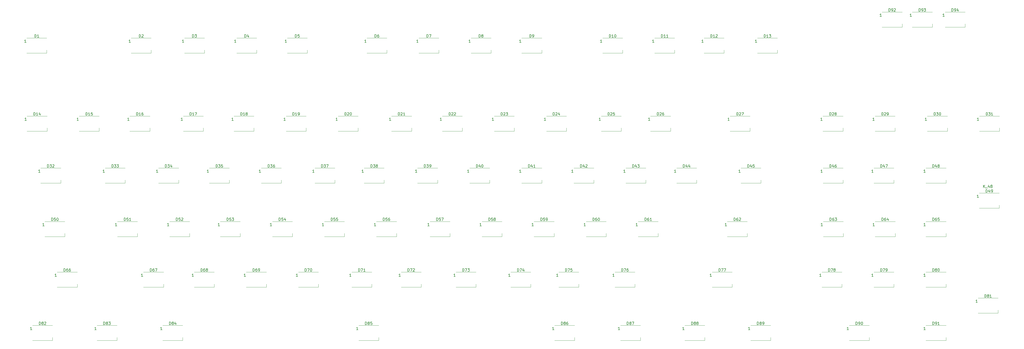
<source format=gbr>
G04 #@! TF.GenerationSoftware,KiCad,Pcbnew,8.0.5*
G04 #@! TF.CreationDate,2024-10-27T22:32:11+11:00*
G04 #@! TF.ProjectId,keyboard,6b657962-6f61-4726-942e-6b696361645f,rev?*
G04 #@! TF.SameCoordinates,Original*
G04 #@! TF.FileFunction,Legend,Top*
G04 #@! TF.FilePolarity,Positive*
%FSLAX46Y46*%
G04 Gerber Fmt 4.6, Leading zero omitted, Abs format (unit mm)*
G04 Created by KiCad (PCBNEW 8.0.5) date 2024-10-27 22:32:11*
%MOMM*%
%LPD*%
G01*
G04 APERTURE LIST*
%ADD10C,0.150000*%
%ADD11C,0.120000*%
G04 APERTURE END LIST*
D10*
X98335714Y-85304819D02*
X98335714Y-84304819D01*
X98335714Y-84304819D02*
X98573809Y-84304819D01*
X98573809Y-84304819D02*
X98716666Y-84352438D01*
X98716666Y-84352438D02*
X98811904Y-84447676D01*
X98811904Y-84447676D02*
X98859523Y-84542914D01*
X98859523Y-84542914D02*
X98907142Y-84733390D01*
X98907142Y-84733390D02*
X98907142Y-84876247D01*
X98907142Y-84876247D02*
X98859523Y-85066723D01*
X98859523Y-85066723D02*
X98811904Y-85161961D01*
X98811904Y-85161961D02*
X98716666Y-85257200D01*
X98716666Y-85257200D02*
X98573809Y-85304819D01*
X98573809Y-85304819D02*
X98335714Y-85304819D01*
X99240476Y-84304819D02*
X99859523Y-84304819D01*
X99859523Y-84304819D02*
X99526190Y-84685771D01*
X99526190Y-84685771D02*
X99669047Y-84685771D01*
X99669047Y-84685771D02*
X99764285Y-84733390D01*
X99764285Y-84733390D02*
X99811904Y-84781009D01*
X99811904Y-84781009D02*
X99859523Y-84876247D01*
X99859523Y-84876247D02*
X99859523Y-85114342D01*
X99859523Y-85114342D02*
X99811904Y-85209580D01*
X99811904Y-85209580D02*
X99764285Y-85257200D01*
X99764285Y-85257200D02*
X99669047Y-85304819D01*
X99669047Y-85304819D02*
X99383333Y-85304819D01*
X99383333Y-85304819D02*
X99288095Y-85257200D01*
X99288095Y-85257200D02*
X99240476Y-85209580D01*
X100764285Y-84304819D02*
X100288095Y-84304819D01*
X100288095Y-84304819D02*
X100240476Y-84781009D01*
X100240476Y-84781009D02*
X100288095Y-84733390D01*
X100288095Y-84733390D02*
X100383333Y-84685771D01*
X100383333Y-84685771D02*
X100621428Y-84685771D01*
X100621428Y-84685771D02*
X100716666Y-84733390D01*
X100716666Y-84733390D02*
X100764285Y-84781009D01*
X100764285Y-84781009D02*
X100811904Y-84876247D01*
X100811904Y-84876247D02*
X100811904Y-85114342D01*
X100811904Y-85114342D02*
X100764285Y-85209580D01*
X100764285Y-85209580D02*
X100716666Y-85257200D01*
X100716666Y-85257200D02*
X100621428Y-85304819D01*
X100621428Y-85304819D02*
X100383333Y-85304819D01*
X100383333Y-85304819D02*
X100288095Y-85257200D01*
X100288095Y-85257200D02*
X100240476Y-85209580D01*
X95685714Y-87204819D02*
X95114286Y-87204819D01*
X95400000Y-87204819D02*
X95400000Y-86204819D01*
X95400000Y-86204819D02*
X95304762Y-86347676D01*
X95304762Y-86347676D02*
X95209524Y-86442914D01*
X95209524Y-86442914D02*
X95114286Y-86490533D01*
X42835714Y-123304819D02*
X42835714Y-122304819D01*
X42835714Y-122304819D02*
X43073809Y-122304819D01*
X43073809Y-122304819D02*
X43216666Y-122352438D01*
X43216666Y-122352438D02*
X43311904Y-122447676D01*
X43311904Y-122447676D02*
X43359523Y-122542914D01*
X43359523Y-122542914D02*
X43407142Y-122733390D01*
X43407142Y-122733390D02*
X43407142Y-122876247D01*
X43407142Y-122876247D02*
X43359523Y-123066723D01*
X43359523Y-123066723D02*
X43311904Y-123161961D01*
X43311904Y-123161961D02*
X43216666Y-123257200D01*
X43216666Y-123257200D02*
X43073809Y-123304819D01*
X43073809Y-123304819D02*
X42835714Y-123304819D01*
X44264285Y-122304819D02*
X44073809Y-122304819D01*
X44073809Y-122304819D02*
X43978571Y-122352438D01*
X43978571Y-122352438D02*
X43930952Y-122400057D01*
X43930952Y-122400057D02*
X43835714Y-122542914D01*
X43835714Y-122542914D02*
X43788095Y-122733390D01*
X43788095Y-122733390D02*
X43788095Y-123114342D01*
X43788095Y-123114342D02*
X43835714Y-123209580D01*
X43835714Y-123209580D02*
X43883333Y-123257200D01*
X43883333Y-123257200D02*
X43978571Y-123304819D01*
X43978571Y-123304819D02*
X44169047Y-123304819D01*
X44169047Y-123304819D02*
X44264285Y-123257200D01*
X44264285Y-123257200D02*
X44311904Y-123209580D01*
X44311904Y-123209580D02*
X44359523Y-123114342D01*
X44359523Y-123114342D02*
X44359523Y-122876247D01*
X44359523Y-122876247D02*
X44311904Y-122781009D01*
X44311904Y-122781009D02*
X44264285Y-122733390D01*
X44264285Y-122733390D02*
X44169047Y-122685771D01*
X44169047Y-122685771D02*
X43978571Y-122685771D01*
X43978571Y-122685771D02*
X43883333Y-122733390D01*
X43883333Y-122733390D02*
X43835714Y-122781009D01*
X43835714Y-122781009D02*
X43788095Y-122876247D01*
X45216666Y-122304819D02*
X45026190Y-122304819D01*
X45026190Y-122304819D02*
X44930952Y-122352438D01*
X44930952Y-122352438D02*
X44883333Y-122400057D01*
X44883333Y-122400057D02*
X44788095Y-122542914D01*
X44788095Y-122542914D02*
X44740476Y-122733390D01*
X44740476Y-122733390D02*
X44740476Y-123114342D01*
X44740476Y-123114342D02*
X44788095Y-123209580D01*
X44788095Y-123209580D02*
X44835714Y-123257200D01*
X44835714Y-123257200D02*
X44930952Y-123304819D01*
X44930952Y-123304819D02*
X45121428Y-123304819D01*
X45121428Y-123304819D02*
X45216666Y-123257200D01*
X45216666Y-123257200D02*
X45264285Y-123209580D01*
X45264285Y-123209580D02*
X45311904Y-123114342D01*
X45311904Y-123114342D02*
X45311904Y-122876247D01*
X45311904Y-122876247D02*
X45264285Y-122781009D01*
X45264285Y-122781009D02*
X45216666Y-122733390D01*
X45216666Y-122733390D02*
X45121428Y-122685771D01*
X45121428Y-122685771D02*
X44930952Y-122685771D01*
X44930952Y-122685771D02*
X44835714Y-122733390D01*
X44835714Y-122733390D02*
X44788095Y-122781009D01*
X44788095Y-122781009D02*
X44740476Y-122876247D01*
X40185714Y-125204819D02*
X39614286Y-125204819D01*
X39900000Y-125204819D02*
X39900000Y-124204819D01*
X39900000Y-124204819D02*
X39804762Y-124347676D01*
X39804762Y-124347676D02*
X39709524Y-124442914D01*
X39709524Y-124442914D02*
X39614286Y-124490533D01*
X164835714Y-66304819D02*
X164835714Y-65304819D01*
X164835714Y-65304819D02*
X165073809Y-65304819D01*
X165073809Y-65304819D02*
X165216666Y-65352438D01*
X165216666Y-65352438D02*
X165311904Y-65447676D01*
X165311904Y-65447676D02*
X165359523Y-65542914D01*
X165359523Y-65542914D02*
X165407142Y-65733390D01*
X165407142Y-65733390D02*
X165407142Y-65876247D01*
X165407142Y-65876247D02*
X165359523Y-66066723D01*
X165359523Y-66066723D02*
X165311904Y-66161961D01*
X165311904Y-66161961D02*
X165216666Y-66257200D01*
X165216666Y-66257200D02*
X165073809Y-66304819D01*
X165073809Y-66304819D02*
X164835714Y-66304819D01*
X165788095Y-65400057D02*
X165835714Y-65352438D01*
X165835714Y-65352438D02*
X165930952Y-65304819D01*
X165930952Y-65304819D02*
X166169047Y-65304819D01*
X166169047Y-65304819D02*
X166264285Y-65352438D01*
X166264285Y-65352438D02*
X166311904Y-65400057D01*
X166311904Y-65400057D02*
X166359523Y-65495295D01*
X166359523Y-65495295D02*
X166359523Y-65590533D01*
X166359523Y-65590533D02*
X166311904Y-65733390D01*
X166311904Y-65733390D02*
X165740476Y-66304819D01*
X165740476Y-66304819D02*
X166359523Y-66304819D01*
X167311904Y-66304819D02*
X166740476Y-66304819D01*
X167026190Y-66304819D02*
X167026190Y-65304819D01*
X167026190Y-65304819D02*
X166930952Y-65447676D01*
X166930952Y-65447676D02*
X166835714Y-65542914D01*
X166835714Y-65542914D02*
X166740476Y-65590533D01*
X162185714Y-68204819D02*
X161614286Y-68204819D01*
X161900000Y-68204819D02*
X161900000Y-67204819D01*
X161900000Y-67204819D02*
X161804762Y-67347676D01*
X161804762Y-67347676D02*
X161709524Y-67442914D01*
X161709524Y-67442914D02*
X161614286Y-67490533D01*
X340835714Y-85304819D02*
X340835714Y-84304819D01*
X340835714Y-84304819D02*
X341073809Y-84304819D01*
X341073809Y-84304819D02*
X341216666Y-84352438D01*
X341216666Y-84352438D02*
X341311904Y-84447676D01*
X341311904Y-84447676D02*
X341359523Y-84542914D01*
X341359523Y-84542914D02*
X341407142Y-84733390D01*
X341407142Y-84733390D02*
X341407142Y-84876247D01*
X341407142Y-84876247D02*
X341359523Y-85066723D01*
X341359523Y-85066723D02*
X341311904Y-85161961D01*
X341311904Y-85161961D02*
X341216666Y-85257200D01*
X341216666Y-85257200D02*
X341073809Y-85304819D01*
X341073809Y-85304819D02*
X340835714Y-85304819D01*
X342264285Y-84638152D02*
X342264285Y-85304819D01*
X342026190Y-84257200D02*
X341788095Y-84971485D01*
X341788095Y-84971485D02*
X342407142Y-84971485D01*
X342692857Y-84304819D02*
X343359523Y-84304819D01*
X343359523Y-84304819D02*
X342930952Y-85304819D01*
X338185714Y-87204819D02*
X337614286Y-87204819D01*
X337900000Y-87204819D02*
X337900000Y-86204819D01*
X337900000Y-86204819D02*
X337804762Y-86347676D01*
X337804762Y-86347676D02*
X337709524Y-86442914D01*
X337709524Y-86442914D02*
X337614286Y-86490533D01*
X224335714Y-142804819D02*
X224335714Y-141804819D01*
X224335714Y-141804819D02*
X224573809Y-141804819D01*
X224573809Y-141804819D02*
X224716666Y-141852438D01*
X224716666Y-141852438D02*
X224811904Y-141947676D01*
X224811904Y-141947676D02*
X224859523Y-142042914D01*
X224859523Y-142042914D02*
X224907142Y-142233390D01*
X224907142Y-142233390D02*
X224907142Y-142376247D01*
X224907142Y-142376247D02*
X224859523Y-142566723D01*
X224859523Y-142566723D02*
X224811904Y-142661961D01*
X224811904Y-142661961D02*
X224716666Y-142757200D01*
X224716666Y-142757200D02*
X224573809Y-142804819D01*
X224573809Y-142804819D02*
X224335714Y-142804819D01*
X225478571Y-142233390D02*
X225383333Y-142185771D01*
X225383333Y-142185771D02*
X225335714Y-142138152D01*
X225335714Y-142138152D02*
X225288095Y-142042914D01*
X225288095Y-142042914D02*
X225288095Y-141995295D01*
X225288095Y-141995295D02*
X225335714Y-141900057D01*
X225335714Y-141900057D02*
X225383333Y-141852438D01*
X225383333Y-141852438D02*
X225478571Y-141804819D01*
X225478571Y-141804819D02*
X225669047Y-141804819D01*
X225669047Y-141804819D02*
X225764285Y-141852438D01*
X225764285Y-141852438D02*
X225811904Y-141900057D01*
X225811904Y-141900057D02*
X225859523Y-141995295D01*
X225859523Y-141995295D02*
X225859523Y-142042914D01*
X225859523Y-142042914D02*
X225811904Y-142138152D01*
X225811904Y-142138152D02*
X225764285Y-142185771D01*
X225764285Y-142185771D02*
X225669047Y-142233390D01*
X225669047Y-142233390D02*
X225478571Y-142233390D01*
X225478571Y-142233390D02*
X225383333Y-142281009D01*
X225383333Y-142281009D02*
X225335714Y-142328628D01*
X225335714Y-142328628D02*
X225288095Y-142423866D01*
X225288095Y-142423866D02*
X225288095Y-142614342D01*
X225288095Y-142614342D02*
X225335714Y-142709580D01*
X225335714Y-142709580D02*
X225383333Y-142757200D01*
X225383333Y-142757200D02*
X225478571Y-142804819D01*
X225478571Y-142804819D02*
X225669047Y-142804819D01*
X225669047Y-142804819D02*
X225764285Y-142757200D01*
X225764285Y-142757200D02*
X225811904Y-142709580D01*
X225811904Y-142709580D02*
X225859523Y-142614342D01*
X225859523Y-142614342D02*
X225859523Y-142423866D01*
X225859523Y-142423866D02*
X225811904Y-142328628D01*
X225811904Y-142328628D02*
X225764285Y-142281009D01*
X225764285Y-142281009D02*
X225669047Y-142233390D01*
X226716666Y-141804819D02*
X226526190Y-141804819D01*
X226526190Y-141804819D02*
X226430952Y-141852438D01*
X226430952Y-141852438D02*
X226383333Y-141900057D01*
X226383333Y-141900057D02*
X226288095Y-142042914D01*
X226288095Y-142042914D02*
X226240476Y-142233390D01*
X226240476Y-142233390D02*
X226240476Y-142614342D01*
X226240476Y-142614342D02*
X226288095Y-142709580D01*
X226288095Y-142709580D02*
X226335714Y-142757200D01*
X226335714Y-142757200D02*
X226430952Y-142804819D01*
X226430952Y-142804819D02*
X226621428Y-142804819D01*
X226621428Y-142804819D02*
X226716666Y-142757200D01*
X226716666Y-142757200D02*
X226764285Y-142709580D01*
X226764285Y-142709580D02*
X226811904Y-142614342D01*
X226811904Y-142614342D02*
X226811904Y-142376247D01*
X226811904Y-142376247D02*
X226764285Y-142281009D01*
X226764285Y-142281009D02*
X226716666Y-142233390D01*
X226716666Y-142233390D02*
X226621428Y-142185771D01*
X226621428Y-142185771D02*
X226430952Y-142185771D01*
X226430952Y-142185771D02*
X226335714Y-142233390D01*
X226335714Y-142233390D02*
X226288095Y-142281009D01*
X226288095Y-142281009D02*
X226240476Y-142376247D01*
X221685714Y-144704819D02*
X221114286Y-144704819D01*
X221400000Y-144704819D02*
X221400000Y-143704819D01*
X221400000Y-143704819D02*
X221304762Y-143847676D01*
X221304762Y-143847676D02*
X221209524Y-143942914D01*
X221209524Y-143942914D02*
X221114286Y-143990533D01*
X208335714Y-123304819D02*
X208335714Y-122304819D01*
X208335714Y-122304819D02*
X208573809Y-122304819D01*
X208573809Y-122304819D02*
X208716666Y-122352438D01*
X208716666Y-122352438D02*
X208811904Y-122447676D01*
X208811904Y-122447676D02*
X208859523Y-122542914D01*
X208859523Y-122542914D02*
X208907142Y-122733390D01*
X208907142Y-122733390D02*
X208907142Y-122876247D01*
X208907142Y-122876247D02*
X208859523Y-123066723D01*
X208859523Y-123066723D02*
X208811904Y-123161961D01*
X208811904Y-123161961D02*
X208716666Y-123257200D01*
X208716666Y-123257200D02*
X208573809Y-123304819D01*
X208573809Y-123304819D02*
X208335714Y-123304819D01*
X209240476Y-122304819D02*
X209907142Y-122304819D01*
X209907142Y-122304819D02*
X209478571Y-123304819D01*
X210716666Y-122638152D02*
X210716666Y-123304819D01*
X210478571Y-122257200D02*
X210240476Y-122971485D01*
X210240476Y-122971485D02*
X210859523Y-122971485D01*
X205685714Y-125204819D02*
X205114286Y-125204819D01*
X205400000Y-125204819D02*
X205400000Y-124204819D01*
X205400000Y-124204819D02*
X205304762Y-124347676D01*
X205304762Y-124347676D02*
X205209524Y-124442914D01*
X205209524Y-124442914D02*
X205114286Y-124490533D01*
X102335714Y-104804819D02*
X102335714Y-103804819D01*
X102335714Y-103804819D02*
X102573809Y-103804819D01*
X102573809Y-103804819D02*
X102716666Y-103852438D01*
X102716666Y-103852438D02*
X102811904Y-103947676D01*
X102811904Y-103947676D02*
X102859523Y-104042914D01*
X102859523Y-104042914D02*
X102907142Y-104233390D01*
X102907142Y-104233390D02*
X102907142Y-104376247D01*
X102907142Y-104376247D02*
X102859523Y-104566723D01*
X102859523Y-104566723D02*
X102811904Y-104661961D01*
X102811904Y-104661961D02*
X102716666Y-104757200D01*
X102716666Y-104757200D02*
X102573809Y-104804819D01*
X102573809Y-104804819D02*
X102335714Y-104804819D01*
X103811904Y-103804819D02*
X103335714Y-103804819D01*
X103335714Y-103804819D02*
X103288095Y-104281009D01*
X103288095Y-104281009D02*
X103335714Y-104233390D01*
X103335714Y-104233390D02*
X103430952Y-104185771D01*
X103430952Y-104185771D02*
X103669047Y-104185771D01*
X103669047Y-104185771D02*
X103764285Y-104233390D01*
X103764285Y-104233390D02*
X103811904Y-104281009D01*
X103811904Y-104281009D02*
X103859523Y-104376247D01*
X103859523Y-104376247D02*
X103859523Y-104614342D01*
X103859523Y-104614342D02*
X103811904Y-104709580D01*
X103811904Y-104709580D02*
X103764285Y-104757200D01*
X103764285Y-104757200D02*
X103669047Y-104804819D01*
X103669047Y-104804819D02*
X103430952Y-104804819D01*
X103430952Y-104804819D02*
X103335714Y-104757200D01*
X103335714Y-104757200D02*
X103288095Y-104709580D01*
X104192857Y-103804819D02*
X104811904Y-103804819D01*
X104811904Y-103804819D02*
X104478571Y-104185771D01*
X104478571Y-104185771D02*
X104621428Y-104185771D01*
X104621428Y-104185771D02*
X104716666Y-104233390D01*
X104716666Y-104233390D02*
X104764285Y-104281009D01*
X104764285Y-104281009D02*
X104811904Y-104376247D01*
X104811904Y-104376247D02*
X104811904Y-104614342D01*
X104811904Y-104614342D02*
X104764285Y-104709580D01*
X104764285Y-104709580D02*
X104716666Y-104757200D01*
X104716666Y-104757200D02*
X104621428Y-104804819D01*
X104621428Y-104804819D02*
X104335714Y-104804819D01*
X104335714Y-104804819D02*
X104240476Y-104757200D01*
X104240476Y-104757200D02*
X104192857Y-104709580D01*
X99685714Y-106704819D02*
X99114286Y-106704819D01*
X99400000Y-106704819D02*
X99400000Y-105704819D01*
X99400000Y-105704819D02*
X99304762Y-105847676D01*
X99304762Y-105847676D02*
X99209524Y-105942914D01*
X99209524Y-105942914D02*
X99114286Y-105990533D01*
X197835714Y-104804819D02*
X197835714Y-103804819D01*
X197835714Y-103804819D02*
X198073809Y-103804819D01*
X198073809Y-103804819D02*
X198216666Y-103852438D01*
X198216666Y-103852438D02*
X198311904Y-103947676D01*
X198311904Y-103947676D02*
X198359523Y-104042914D01*
X198359523Y-104042914D02*
X198407142Y-104233390D01*
X198407142Y-104233390D02*
X198407142Y-104376247D01*
X198407142Y-104376247D02*
X198359523Y-104566723D01*
X198359523Y-104566723D02*
X198311904Y-104661961D01*
X198311904Y-104661961D02*
X198216666Y-104757200D01*
X198216666Y-104757200D02*
X198073809Y-104804819D01*
X198073809Y-104804819D02*
X197835714Y-104804819D01*
X199311904Y-103804819D02*
X198835714Y-103804819D01*
X198835714Y-103804819D02*
X198788095Y-104281009D01*
X198788095Y-104281009D02*
X198835714Y-104233390D01*
X198835714Y-104233390D02*
X198930952Y-104185771D01*
X198930952Y-104185771D02*
X199169047Y-104185771D01*
X199169047Y-104185771D02*
X199264285Y-104233390D01*
X199264285Y-104233390D02*
X199311904Y-104281009D01*
X199311904Y-104281009D02*
X199359523Y-104376247D01*
X199359523Y-104376247D02*
X199359523Y-104614342D01*
X199359523Y-104614342D02*
X199311904Y-104709580D01*
X199311904Y-104709580D02*
X199264285Y-104757200D01*
X199264285Y-104757200D02*
X199169047Y-104804819D01*
X199169047Y-104804819D02*
X198930952Y-104804819D01*
X198930952Y-104804819D02*
X198835714Y-104757200D01*
X198835714Y-104757200D02*
X198788095Y-104709580D01*
X199930952Y-104233390D02*
X199835714Y-104185771D01*
X199835714Y-104185771D02*
X199788095Y-104138152D01*
X199788095Y-104138152D02*
X199740476Y-104042914D01*
X199740476Y-104042914D02*
X199740476Y-103995295D01*
X199740476Y-103995295D02*
X199788095Y-103900057D01*
X199788095Y-103900057D02*
X199835714Y-103852438D01*
X199835714Y-103852438D02*
X199930952Y-103804819D01*
X199930952Y-103804819D02*
X200121428Y-103804819D01*
X200121428Y-103804819D02*
X200216666Y-103852438D01*
X200216666Y-103852438D02*
X200264285Y-103900057D01*
X200264285Y-103900057D02*
X200311904Y-103995295D01*
X200311904Y-103995295D02*
X200311904Y-104042914D01*
X200311904Y-104042914D02*
X200264285Y-104138152D01*
X200264285Y-104138152D02*
X200216666Y-104185771D01*
X200216666Y-104185771D02*
X200121428Y-104233390D01*
X200121428Y-104233390D02*
X199930952Y-104233390D01*
X199930952Y-104233390D02*
X199835714Y-104281009D01*
X199835714Y-104281009D02*
X199788095Y-104328628D01*
X199788095Y-104328628D02*
X199740476Y-104423866D01*
X199740476Y-104423866D02*
X199740476Y-104614342D01*
X199740476Y-104614342D02*
X199788095Y-104709580D01*
X199788095Y-104709580D02*
X199835714Y-104757200D01*
X199835714Y-104757200D02*
X199930952Y-104804819D01*
X199930952Y-104804819D02*
X200121428Y-104804819D01*
X200121428Y-104804819D02*
X200216666Y-104757200D01*
X200216666Y-104757200D02*
X200264285Y-104709580D01*
X200264285Y-104709580D02*
X200311904Y-104614342D01*
X200311904Y-104614342D02*
X200311904Y-104423866D01*
X200311904Y-104423866D02*
X200264285Y-104328628D01*
X200264285Y-104328628D02*
X200216666Y-104281009D01*
X200216666Y-104281009D02*
X200121428Y-104233390D01*
X195185714Y-106704819D02*
X194614286Y-106704819D01*
X194900000Y-106704819D02*
X194900000Y-105704819D01*
X194900000Y-105704819D02*
X194804762Y-105847676D01*
X194804762Y-105847676D02*
X194709524Y-105942914D01*
X194709524Y-105942914D02*
X194614286Y-105990533D01*
X281835714Y-123304819D02*
X281835714Y-122304819D01*
X281835714Y-122304819D02*
X282073809Y-122304819D01*
X282073809Y-122304819D02*
X282216666Y-122352438D01*
X282216666Y-122352438D02*
X282311904Y-122447676D01*
X282311904Y-122447676D02*
X282359523Y-122542914D01*
X282359523Y-122542914D02*
X282407142Y-122733390D01*
X282407142Y-122733390D02*
X282407142Y-122876247D01*
X282407142Y-122876247D02*
X282359523Y-123066723D01*
X282359523Y-123066723D02*
X282311904Y-123161961D01*
X282311904Y-123161961D02*
X282216666Y-123257200D01*
X282216666Y-123257200D02*
X282073809Y-123304819D01*
X282073809Y-123304819D02*
X281835714Y-123304819D01*
X282740476Y-122304819D02*
X283407142Y-122304819D01*
X283407142Y-122304819D02*
X282978571Y-123304819D01*
X283692857Y-122304819D02*
X284359523Y-122304819D01*
X284359523Y-122304819D02*
X283930952Y-123304819D01*
X279185714Y-125204819D02*
X278614286Y-125204819D01*
X278900000Y-125204819D02*
X278900000Y-124204819D01*
X278900000Y-124204819D02*
X278804762Y-124347676D01*
X278804762Y-124347676D02*
X278709524Y-124442914D01*
X278709524Y-124442914D02*
X278614286Y-124490533D01*
X292335714Y-85304819D02*
X292335714Y-84304819D01*
X292335714Y-84304819D02*
X292573809Y-84304819D01*
X292573809Y-84304819D02*
X292716666Y-84352438D01*
X292716666Y-84352438D02*
X292811904Y-84447676D01*
X292811904Y-84447676D02*
X292859523Y-84542914D01*
X292859523Y-84542914D02*
X292907142Y-84733390D01*
X292907142Y-84733390D02*
X292907142Y-84876247D01*
X292907142Y-84876247D02*
X292859523Y-85066723D01*
X292859523Y-85066723D02*
X292811904Y-85161961D01*
X292811904Y-85161961D02*
X292716666Y-85257200D01*
X292716666Y-85257200D02*
X292573809Y-85304819D01*
X292573809Y-85304819D02*
X292335714Y-85304819D01*
X293764285Y-84638152D02*
X293764285Y-85304819D01*
X293526190Y-84257200D02*
X293288095Y-84971485D01*
X293288095Y-84971485D02*
X293907142Y-84971485D01*
X294764285Y-84304819D02*
X294288095Y-84304819D01*
X294288095Y-84304819D02*
X294240476Y-84781009D01*
X294240476Y-84781009D02*
X294288095Y-84733390D01*
X294288095Y-84733390D02*
X294383333Y-84685771D01*
X294383333Y-84685771D02*
X294621428Y-84685771D01*
X294621428Y-84685771D02*
X294716666Y-84733390D01*
X294716666Y-84733390D02*
X294764285Y-84781009D01*
X294764285Y-84781009D02*
X294811904Y-84876247D01*
X294811904Y-84876247D02*
X294811904Y-85114342D01*
X294811904Y-85114342D02*
X294764285Y-85209580D01*
X294764285Y-85209580D02*
X294716666Y-85257200D01*
X294716666Y-85257200D02*
X294621428Y-85304819D01*
X294621428Y-85304819D02*
X294383333Y-85304819D01*
X294383333Y-85304819D02*
X294288095Y-85257200D01*
X294288095Y-85257200D02*
X294240476Y-85209580D01*
X289685714Y-87204819D02*
X289114286Y-87204819D01*
X289400000Y-87204819D02*
X289400000Y-86204819D01*
X289400000Y-86204819D02*
X289304762Y-86347676D01*
X289304762Y-86347676D02*
X289209524Y-86442914D01*
X289209524Y-86442914D02*
X289114286Y-86490533D01*
X57335714Y-142804819D02*
X57335714Y-141804819D01*
X57335714Y-141804819D02*
X57573809Y-141804819D01*
X57573809Y-141804819D02*
X57716666Y-141852438D01*
X57716666Y-141852438D02*
X57811904Y-141947676D01*
X57811904Y-141947676D02*
X57859523Y-142042914D01*
X57859523Y-142042914D02*
X57907142Y-142233390D01*
X57907142Y-142233390D02*
X57907142Y-142376247D01*
X57907142Y-142376247D02*
X57859523Y-142566723D01*
X57859523Y-142566723D02*
X57811904Y-142661961D01*
X57811904Y-142661961D02*
X57716666Y-142757200D01*
X57716666Y-142757200D02*
X57573809Y-142804819D01*
X57573809Y-142804819D02*
X57335714Y-142804819D01*
X58478571Y-142233390D02*
X58383333Y-142185771D01*
X58383333Y-142185771D02*
X58335714Y-142138152D01*
X58335714Y-142138152D02*
X58288095Y-142042914D01*
X58288095Y-142042914D02*
X58288095Y-141995295D01*
X58288095Y-141995295D02*
X58335714Y-141900057D01*
X58335714Y-141900057D02*
X58383333Y-141852438D01*
X58383333Y-141852438D02*
X58478571Y-141804819D01*
X58478571Y-141804819D02*
X58669047Y-141804819D01*
X58669047Y-141804819D02*
X58764285Y-141852438D01*
X58764285Y-141852438D02*
X58811904Y-141900057D01*
X58811904Y-141900057D02*
X58859523Y-141995295D01*
X58859523Y-141995295D02*
X58859523Y-142042914D01*
X58859523Y-142042914D02*
X58811904Y-142138152D01*
X58811904Y-142138152D02*
X58764285Y-142185771D01*
X58764285Y-142185771D02*
X58669047Y-142233390D01*
X58669047Y-142233390D02*
X58478571Y-142233390D01*
X58478571Y-142233390D02*
X58383333Y-142281009D01*
X58383333Y-142281009D02*
X58335714Y-142328628D01*
X58335714Y-142328628D02*
X58288095Y-142423866D01*
X58288095Y-142423866D02*
X58288095Y-142614342D01*
X58288095Y-142614342D02*
X58335714Y-142709580D01*
X58335714Y-142709580D02*
X58383333Y-142757200D01*
X58383333Y-142757200D02*
X58478571Y-142804819D01*
X58478571Y-142804819D02*
X58669047Y-142804819D01*
X58669047Y-142804819D02*
X58764285Y-142757200D01*
X58764285Y-142757200D02*
X58811904Y-142709580D01*
X58811904Y-142709580D02*
X58859523Y-142614342D01*
X58859523Y-142614342D02*
X58859523Y-142423866D01*
X58859523Y-142423866D02*
X58811904Y-142328628D01*
X58811904Y-142328628D02*
X58764285Y-142281009D01*
X58764285Y-142281009D02*
X58669047Y-142233390D01*
X59192857Y-141804819D02*
X59811904Y-141804819D01*
X59811904Y-141804819D02*
X59478571Y-142185771D01*
X59478571Y-142185771D02*
X59621428Y-142185771D01*
X59621428Y-142185771D02*
X59716666Y-142233390D01*
X59716666Y-142233390D02*
X59764285Y-142281009D01*
X59764285Y-142281009D02*
X59811904Y-142376247D01*
X59811904Y-142376247D02*
X59811904Y-142614342D01*
X59811904Y-142614342D02*
X59764285Y-142709580D01*
X59764285Y-142709580D02*
X59716666Y-142757200D01*
X59716666Y-142757200D02*
X59621428Y-142804819D01*
X59621428Y-142804819D02*
X59335714Y-142804819D01*
X59335714Y-142804819D02*
X59240476Y-142757200D01*
X59240476Y-142757200D02*
X59192857Y-142709580D01*
X54685714Y-144704819D02*
X54114286Y-144704819D01*
X54400000Y-144704819D02*
X54400000Y-143704819D01*
X54400000Y-143704819D02*
X54304762Y-143847676D01*
X54304762Y-143847676D02*
X54209524Y-143942914D01*
X54209524Y-143942914D02*
X54114286Y-143990533D01*
X322285714Y-85304819D02*
X322285714Y-84304819D01*
X322285714Y-84304819D02*
X322523809Y-84304819D01*
X322523809Y-84304819D02*
X322666666Y-84352438D01*
X322666666Y-84352438D02*
X322761904Y-84447676D01*
X322761904Y-84447676D02*
X322809523Y-84542914D01*
X322809523Y-84542914D02*
X322857142Y-84733390D01*
X322857142Y-84733390D02*
X322857142Y-84876247D01*
X322857142Y-84876247D02*
X322809523Y-85066723D01*
X322809523Y-85066723D02*
X322761904Y-85161961D01*
X322761904Y-85161961D02*
X322666666Y-85257200D01*
X322666666Y-85257200D02*
X322523809Y-85304819D01*
X322523809Y-85304819D02*
X322285714Y-85304819D01*
X323714285Y-84638152D02*
X323714285Y-85304819D01*
X323476190Y-84257200D02*
X323238095Y-84971485D01*
X323238095Y-84971485D02*
X323857142Y-84971485D01*
X324666666Y-84304819D02*
X324476190Y-84304819D01*
X324476190Y-84304819D02*
X324380952Y-84352438D01*
X324380952Y-84352438D02*
X324333333Y-84400057D01*
X324333333Y-84400057D02*
X324238095Y-84542914D01*
X324238095Y-84542914D02*
X324190476Y-84733390D01*
X324190476Y-84733390D02*
X324190476Y-85114342D01*
X324190476Y-85114342D02*
X324238095Y-85209580D01*
X324238095Y-85209580D02*
X324285714Y-85257200D01*
X324285714Y-85257200D02*
X324380952Y-85304819D01*
X324380952Y-85304819D02*
X324571428Y-85304819D01*
X324571428Y-85304819D02*
X324666666Y-85257200D01*
X324666666Y-85257200D02*
X324714285Y-85209580D01*
X324714285Y-85209580D02*
X324761904Y-85114342D01*
X324761904Y-85114342D02*
X324761904Y-84876247D01*
X324761904Y-84876247D02*
X324714285Y-84781009D01*
X324714285Y-84781009D02*
X324666666Y-84733390D01*
X324666666Y-84733390D02*
X324571428Y-84685771D01*
X324571428Y-84685771D02*
X324380952Y-84685771D01*
X324380952Y-84685771D02*
X324285714Y-84733390D01*
X324285714Y-84733390D02*
X324238095Y-84781009D01*
X324238095Y-84781009D02*
X324190476Y-84876247D01*
X319635714Y-87204819D02*
X319064286Y-87204819D01*
X319350000Y-87204819D02*
X319350000Y-86204819D01*
X319350000Y-86204819D02*
X319254762Y-86347676D01*
X319254762Y-86347676D02*
X319159524Y-86442914D01*
X319159524Y-86442914D02*
X319064286Y-86490533D01*
X202335714Y-66304819D02*
X202335714Y-65304819D01*
X202335714Y-65304819D02*
X202573809Y-65304819D01*
X202573809Y-65304819D02*
X202716666Y-65352438D01*
X202716666Y-65352438D02*
X202811904Y-65447676D01*
X202811904Y-65447676D02*
X202859523Y-65542914D01*
X202859523Y-65542914D02*
X202907142Y-65733390D01*
X202907142Y-65733390D02*
X202907142Y-65876247D01*
X202907142Y-65876247D02*
X202859523Y-66066723D01*
X202859523Y-66066723D02*
X202811904Y-66161961D01*
X202811904Y-66161961D02*
X202716666Y-66257200D01*
X202716666Y-66257200D02*
X202573809Y-66304819D01*
X202573809Y-66304819D02*
X202335714Y-66304819D01*
X203288095Y-65400057D02*
X203335714Y-65352438D01*
X203335714Y-65352438D02*
X203430952Y-65304819D01*
X203430952Y-65304819D02*
X203669047Y-65304819D01*
X203669047Y-65304819D02*
X203764285Y-65352438D01*
X203764285Y-65352438D02*
X203811904Y-65400057D01*
X203811904Y-65400057D02*
X203859523Y-65495295D01*
X203859523Y-65495295D02*
X203859523Y-65590533D01*
X203859523Y-65590533D02*
X203811904Y-65733390D01*
X203811904Y-65733390D02*
X203240476Y-66304819D01*
X203240476Y-66304819D02*
X203859523Y-66304819D01*
X204192857Y-65304819D02*
X204811904Y-65304819D01*
X204811904Y-65304819D02*
X204478571Y-65685771D01*
X204478571Y-65685771D02*
X204621428Y-65685771D01*
X204621428Y-65685771D02*
X204716666Y-65733390D01*
X204716666Y-65733390D02*
X204764285Y-65781009D01*
X204764285Y-65781009D02*
X204811904Y-65876247D01*
X204811904Y-65876247D02*
X204811904Y-66114342D01*
X204811904Y-66114342D02*
X204764285Y-66209580D01*
X204764285Y-66209580D02*
X204716666Y-66257200D01*
X204716666Y-66257200D02*
X204621428Y-66304819D01*
X204621428Y-66304819D02*
X204335714Y-66304819D01*
X204335714Y-66304819D02*
X204240476Y-66257200D01*
X204240476Y-66257200D02*
X204192857Y-66209580D01*
X199685714Y-68204819D02*
X199114286Y-68204819D01*
X199400000Y-68204819D02*
X199400000Y-67204819D01*
X199400000Y-67204819D02*
X199304762Y-67347676D01*
X199304762Y-67347676D02*
X199209524Y-67442914D01*
X199209524Y-67442914D02*
X199114286Y-67490533D01*
X221335714Y-66304819D02*
X221335714Y-65304819D01*
X221335714Y-65304819D02*
X221573809Y-65304819D01*
X221573809Y-65304819D02*
X221716666Y-65352438D01*
X221716666Y-65352438D02*
X221811904Y-65447676D01*
X221811904Y-65447676D02*
X221859523Y-65542914D01*
X221859523Y-65542914D02*
X221907142Y-65733390D01*
X221907142Y-65733390D02*
X221907142Y-65876247D01*
X221907142Y-65876247D02*
X221859523Y-66066723D01*
X221859523Y-66066723D02*
X221811904Y-66161961D01*
X221811904Y-66161961D02*
X221716666Y-66257200D01*
X221716666Y-66257200D02*
X221573809Y-66304819D01*
X221573809Y-66304819D02*
X221335714Y-66304819D01*
X222288095Y-65400057D02*
X222335714Y-65352438D01*
X222335714Y-65352438D02*
X222430952Y-65304819D01*
X222430952Y-65304819D02*
X222669047Y-65304819D01*
X222669047Y-65304819D02*
X222764285Y-65352438D01*
X222764285Y-65352438D02*
X222811904Y-65400057D01*
X222811904Y-65400057D02*
X222859523Y-65495295D01*
X222859523Y-65495295D02*
X222859523Y-65590533D01*
X222859523Y-65590533D02*
X222811904Y-65733390D01*
X222811904Y-65733390D02*
X222240476Y-66304819D01*
X222240476Y-66304819D02*
X222859523Y-66304819D01*
X223716666Y-65638152D02*
X223716666Y-66304819D01*
X223478571Y-65257200D02*
X223240476Y-65971485D01*
X223240476Y-65971485D02*
X223859523Y-65971485D01*
X218685714Y-68204819D02*
X218114286Y-68204819D01*
X218400000Y-68204819D02*
X218400000Y-67204819D01*
X218400000Y-67204819D02*
X218304762Y-67347676D01*
X218304762Y-67347676D02*
X218209524Y-67442914D01*
X218209524Y-67442914D02*
X218114286Y-67490533D01*
X31835714Y-66304819D02*
X31835714Y-65304819D01*
X31835714Y-65304819D02*
X32073809Y-65304819D01*
X32073809Y-65304819D02*
X32216666Y-65352438D01*
X32216666Y-65352438D02*
X32311904Y-65447676D01*
X32311904Y-65447676D02*
X32359523Y-65542914D01*
X32359523Y-65542914D02*
X32407142Y-65733390D01*
X32407142Y-65733390D02*
X32407142Y-65876247D01*
X32407142Y-65876247D02*
X32359523Y-66066723D01*
X32359523Y-66066723D02*
X32311904Y-66161961D01*
X32311904Y-66161961D02*
X32216666Y-66257200D01*
X32216666Y-66257200D02*
X32073809Y-66304819D01*
X32073809Y-66304819D02*
X31835714Y-66304819D01*
X33359523Y-66304819D02*
X32788095Y-66304819D01*
X33073809Y-66304819D02*
X33073809Y-65304819D01*
X33073809Y-65304819D02*
X32978571Y-65447676D01*
X32978571Y-65447676D02*
X32883333Y-65542914D01*
X32883333Y-65542914D02*
X32788095Y-65590533D01*
X34216666Y-65638152D02*
X34216666Y-66304819D01*
X33978571Y-65257200D02*
X33740476Y-65971485D01*
X33740476Y-65971485D02*
X34359523Y-65971485D01*
X29185714Y-68204819D02*
X28614286Y-68204819D01*
X28900000Y-68204819D02*
X28900000Y-67204819D01*
X28900000Y-67204819D02*
X28804762Y-67347676D01*
X28804762Y-67347676D02*
X28709524Y-67442914D01*
X28709524Y-67442914D02*
X28614286Y-67490533D01*
X359835714Y-123304819D02*
X359835714Y-122304819D01*
X359835714Y-122304819D02*
X360073809Y-122304819D01*
X360073809Y-122304819D02*
X360216666Y-122352438D01*
X360216666Y-122352438D02*
X360311904Y-122447676D01*
X360311904Y-122447676D02*
X360359523Y-122542914D01*
X360359523Y-122542914D02*
X360407142Y-122733390D01*
X360407142Y-122733390D02*
X360407142Y-122876247D01*
X360407142Y-122876247D02*
X360359523Y-123066723D01*
X360359523Y-123066723D02*
X360311904Y-123161961D01*
X360311904Y-123161961D02*
X360216666Y-123257200D01*
X360216666Y-123257200D02*
X360073809Y-123304819D01*
X360073809Y-123304819D02*
X359835714Y-123304819D01*
X360978571Y-122733390D02*
X360883333Y-122685771D01*
X360883333Y-122685771D02*
X360835714Y-122638152D01*
X360835714Y-122638152D02*
X360788095Y-122542914D01*
X360788095Y-122542914D02*
X360788095Y-122495295D01*
X360788095Y-122495295D02*
X360835714Y-122400057D01*
X360835714Y-122400057D02*
X360883333Y-122352438D01*
X360883333Y-122352438D02*
X360978571Y-122304819D01*
X360978571Y-122304819D02*
X361169047Y-122304819D01*
X361169047Y-122304819D02*
X361264285Y-122352438D01*
X361264285Y-122352438D02*
X361311904Y-122400057D01*
X361311904Y-122400057D02*
X361359523Y-122495295D01*
X361359523Y-122495295D02*
X361359523Y-122542914D01*
X361359523Y-122542914D02*
X361311904Y-122638152D01*
X361311904Y-122638152D02*
X361264285Y-122685771D01*
X361264285Y-122685771D02*
X361169047Y-122733390D01*
X361169047Y-122733390D02*
X360978571Y-122733390D01*
X360978571Y-122733390D02*
X360883333Y-122781009D01*
X360883333Y-122781009D02*
X360835714Y-122828628D01*
X360835714Y-122828628D02*
X360788095Y-122923866D01*
X360788095Y-122923866D02*
X360788095Y-123114342D01*
X360788095Y-123114342D02*
X360835714Y-123209580D01*
X360835714Y-123209580D02*
X360883333Y-123257200D01*
X360883333Y-123257200D02*
X360978571Y-123304819D01*
X360978571Y-123304819D02*
X361169047Y-123304819D01*
X361169047Y-123304819D02*
X361264285Y-123257200D01*
X361264285Y-123257200D02*
X361311904Y-123209580D01*
X361311904Y-123209580D02*
X361359523Y-123114342D01*
X361359523Y-123114342D02*
X361359523Y-122923866D01*
X361359523Y-122923866D02*
X361311904Y-122828628D01*
X361311904Y-122828628D02*
X361264285Y-122781009D01*
X361264285Y-122781009D02*
X361169047Y-122733390D01*
X361978571Y-122304819D02*
X362073809Y-122304819D01*
X362073809Y-122304819D02*
X362169047Y-122352438D01*
X362169047Y-122352438D02*
X362216666Y-122400057D01*
X362216666Y-122400057D02*
X362264285Y-122495295D01*
X362264285Y-122495295D02*
X362311904Y-122685771D01*
X362311904Y-122685771D02*
X362311904Y-122923866D01*
X362311904Y-122923866D02*
X362264285Y-123114342D01*
X362264285Y-123114342D02*
X362216666Y-123209580D01*
X362216666Y-123209580D02*
X362169047Y-123257200D01*
X362169047Y-123257200D02*
X362073809Y-123304819D01*
X362073809Y-123304819D02*
X361978571Y-123304819D01*
X361978571Y-123304819D02*
X361883333Y-123257200D01*
X361883333Y-123257200D02*
X361835714Y-123209580D01*
X361835714Y-123209580D02*
X361788095Y-123114342D01*
X361788095Y-123114342D02*
X361740476Y-122923866D01*
X361740476Y-122923866D02*
X361740476Y-122685771D01*
X361740476Y-122685771D02*
X361788095Y-122495295D01*
X361788095Y-122495295D02*
X361835714Y-122400057D01*
X361835714Y-122400057D02*
X361883333Y-122352438D01*
X361883333Y-122352438D02*
X361978571Y-122304819D01*
X357185714Y-125204819D02*
X356614286Y-125204819D01*
X356900000Y-125204819D02*
X356900000Y-124204819D01*
X356900000Y-124204819D02*
X356804762Y-124347676D01*
X356804762Y-124347676D02*
X356709524Y-124442914D01*
X356709524Y-124442914D02*
X356614286Y-124490533D01*
X145335714Y-66304819D02*
X145335714Y-65304819D01*
X145335714Y-65304819D02*
X145573809Y-65304819D01*
X145573809Y-65304819D02*
X145716666Y-65352438D01*
X145716666Y-65352438D02*
X145811904Y-65447676D01*
X145811904Y-65447676D02*
X145859523Y-65542914D01*
X145859523Y-65542914D02*
X145907142Y-65733390D01*
X145907142Y-65733390D02*
X145907142Y-65876247D01*
X145907142Y-65876247D02*
X145859523Y-66066723D01*
X145859523Y-66066723D02*
X145811904Y-66161961D01*
X145811904Y-66161961D02*
X145716666Y-66257200D01*
X145716666Y-66257200D02*
X145573809Y-66304819D01*
X145573809Y-66304819D02*
X145335714Y-66304819D01*
X146288095Y-65400057D02*
X146335714Y-65352438D01*
X146335714Y-65352438D02*
X146430952Y-65304819D01*
X146430952Y-65304819D02*
X146669047Y-65304819D01*
X146669047Y-65304819D02*
X146764285Y-65352438D01*
X146764285Y-65352438D02*
X146811904Y-65400057D01*
X146811904Y-65400057D02*
X146859523Y-65495295D01*
X146859523Y-65495295D02*
X146859523Y-65590533D01*
X146859523Y-65590533D02*
X146811904Y-65733390D01*
X146811904Y-65733390D02*
X146240476Y-66304819D01*
X146240476Y-66304819D02*
X146859523Y-66304819D01*
X147478571Y-65304819D02*
X147573809Y-65304819D01*
X147573809Y-65304819D02*
X147669047Y-65352438D01*
X147669047Y-65352438D02*
X147716666Y-65400057D01*
X147716666Y-65400057D02*
X147764285Y-65495295D01*
X147764285Y-65495295D02*
X147811904Y-65685771D01*
X147811904Y-65685771D02*
X147811904Y-65923866D01*
X147811904Y-65923866D02*
X147764285Y-66114342D01*
X147764285Y-66114342D02*
X147716666Y-66209580D01*
X147716666Y-66209580D02*
X147669047Y-66257200D01*
X147669047Y-66257200D02*
X147573809Y-66304819D01*
X147573809Y-66304819D02*
X147478571Y-66304819D01*
X147478571Y-66304819D02*
X147383333Y-66257200D01*
X147383333Y-66257200D02*
X147335714Y-66209580D01*
X147335714Y-66209580D02*
X147288095Y-66114342D01*
X147288095Y-66114342D02*
X147240476Y-65923866D01*
X147240476Y-65923866D02*
X147240476Y-65685771D01*
X147240476Y-65685771D02*
X147288095Y-65495295D01*
X147288095Y-65495295D02*
X147335714Y-65400057D01*
X147335714Y-65400057D02*
X147383333Y-65352438D01*
X147383333Y-65352438D02*
X147478571Y-65304819D01*
X142685714Y-68204819D02*
X142114286Y-68204819D01*
X142400000Y-68204819D02*
X142400000Y-67204819D01*
X142400000Y-67204819D02*
X142304762Y-67347676D01*
X142304762Y-67347676D02*
X142209524Y-67442914D01*
X142209524Y-67442914D02*
X142114286Y-67490533D01*
X254835714Y-104804819D02*
X254835714Y-103804819D01*
X254835714Y-103804819D02*
X255073809Y-103804819D01*
X255073809Y-103804819D02*
X255216666Y-103852438D01*
X255216666Y-103852438D02*
X255311904Y-103947676D01*
X255311904Y-103947676D02*
X255359523Y-104042914D01*
X255359523Y-104042914D02*
X255407142Y-104233390D01*
X255407142Y-104233390D02*
X255407142Y-104376247D01*
X255407142Y-104376247D02*
X255359523Y-104566723D01*
X255359523Y-104566723D02*
X255311904Y-104661961D01*
X255311904Y-104661961D02*
X255216666Y-104757200D01*
X255216666Y-104757200D02*
X255073809Y-104804819D01*
X255073809Y-104804819D02*
X254835714Y-104804819D01*
X256264285Y-103804819D02*
X256073809Y-103804819D01*
X256073809Y-103804819D02*
X255978571Y-103852438D01*
X255978571Y-103852438D02*
X255930952Y-103900057D01*
X255930952Y-103900057D02*
X255835714Y-104042914D01*
X255835714Y-104042914D02*
X255788095Y-104233390D01*
X255788095Y-104233390D02*
X255788095Y-104614342D01*
X255788095Y-104614342D02*
X255835714Y-104709580D01*
X255835714Y-104709580D02*
X255883333Y-104757200D01*
X255883333Y-104757200D02*
X255978571Y-104804819D01*
X255978571Y-104804819D02*
X256169047Y-104804819D01*
X256169047Y-104804819D02*
X256264285Y-104757200D01*
X256264285Y-104757200D02*
X256311904Y-104709580D01*
X256311904Y-104709580D02*
X256359523Y-104614342D01*
X256359523Y-104614342D02*
X256359523Y-104376247D01*
X256359523Y-104376247D02*
X256311904Y-104281009D01*
X256311904Y-104281009D02*
X256264285Y-104233390D01*
X256264285Y-104233390D02*
X256169047Y-104185771D01*
X256169047Y-104185771D02*
X255978571Y-104185771D01*
X255978571Y-104185771D02*
X255883333Y-104233390D01*
X255883333Y-104233390D02*
X255835714Y-104281009D01*
X255835714Y-104281009D02*
X255788095Y-104376247D01*
X257311904Y-104804819D02*
X256740476Y-104804819D01*
X257026190Y-104804819D02*
X257026190Y-103804819D01*
X257026190Y-103804819D02*
X256930952Y-103947676D01*
X256930952Y-103947676D02*
X256835714Y-104042914D01*
X256835714Y-104042914D02*
X256740476Y-104090533D01*
X252185714Y-106704819D02*
X251614286Y-106704819D01*
X251900000Y-106704819D02*
X251900000Y-105704819D01*
X251900000Y-105704819D02*
X251804762Y-105847676D01*
X251804762Y-105847676D02*
X251709524Y-105942914D01*
X251709524Y-105942914D02*
X251614286Y-105990533D01*
X322335714Y-104804819D02*
X322335714Y-103804819D01*
X322335714Y-103804819D02*
X322573809Y-103804819D01*
X322573809Y-103804819D02*
X322716666Y-103852438D01*
X322716666Y-103852438D02*
X322811904Y-103947676D01*
X322811904Y-103947676D02*
X322859523Y-104042914D01*
X322859523Y-104042914D02*
X322907142Y-104233390D01*
X322907142Y-104233390D02*
X322907142Y-104376247D01*
X322907142Y-104376247D02*
X322859523Y-104566723D01*
X322859523Y-104566723D02*
X322811904Y-104661961D01*
X322811904Y-104661961D02*
X322716666Y-104757200D01*
X322716666Y-104757200D02*
X322573809Y-104804819D01*
X322573809Y-104804819D02*
X322335714Y-104804819D01*
X323764285Y-103804819D02*
X323573809Y-103804819D01*
X323573809Y-103804819D02*
X323478571Y-103852438D01*
X323478571Y-103852438D02*
X323430952Y-103900057D01*
X323430952Y-103900057D02*
X323335714Y-104042914D01*
X323335714Y-104042914D02*
X323288095Y-104233390D01*
X323288095Y-104233390D02*
X323288095Y-104614342D01*
X323288095Y-104614342D02*
X323335714Y-104709580D01*
X323335714Y-104709580D02*
X323383333Y-104757200D01*
X323383333Y-104757200D02*
X323478571Y-104804819D01*
X323478571Y-104804819D02*
X323669047Y-104804819D01*
X323669047Y-104804819D02*
X323764285Y-104757200D01*
X323764285Y-104757200D02*
X323811904Y-104709580D01*
X323811904Y-104709580D02*
X323859523Y-104614342D01*
X323859523Y-104614342D02*
X323859523Y-104376247D01*
X323859523Y-104376247D02*
X323811904Y-104281009D01*
X323811904Y-104281009D02*
X323764285Y-104233390D01*
X323764285Y-104233390D02*
X323669047Y-104185771D01*
X323669047Y-104185771D02*
X323478571Y-104185771D01*
X323478571Y-104185771D02*
X323383333Y-104233390D01*
X323383333Y-104233390D02*
X323335714Y-104281009D01*
X323335714Y-104281009D02*
X323288095Y-104376247D01*
X324192857Y-103804819D02*
X324811904Y-103804819D01*
X324811904Y-103804819D02*
X324478571Y-104185771D01*
X324478571Y-104185771D02*
X324621428Y-104185771D01*
X324621428Y-104185771D02*
X324716666Y-104233390D01*
X324716666Y-104233390D02*
X324764285Y-104281009D01*
X324764285Y-104281009D02*
X324811904Y-104376247D01*
X324811904Y-104376247D02*
X324811904Y-104614342D01*
X324811904Y-104614342D02*
X324764285Y-104709580D01*
X324764285Y-104709580D02*
X324716666Y-104757200D01*
X324716666Y-104757200D02*
X324621428Y-104804819D01*
X324621428Y-104804819D02*
X324335714Y-104804819D01*
X324335714Y-104804819D02*
X324240476Y-104757200D01*
X324240476Y-104757200D02*
X324192857Y-104709580D01*
X319685714Y-106704819D02*
X319114286Y-106704819D01*
X319400000Y-106704819D02*
X319400000Y-105704819D01*
X319400000Y-105704819D02*
X319304762Y-105847676D01*
X319304762Y-105847676D02*
X319209524Y-105942914D01*
X319209524Y-105942914D02*
X319114286Y-105990533D01*
X36835714Y-85304819D02*
X36835714Y-84304819D01*
X36835714Y-84304819D02*
X37073809Y-84304819D01*
X37073809Y-84304819D02*
X37216666Y-84352438D01*
X37216666Y-84352438D02*
X37311904Y-84447676D01*
X37311904Y-84447676D02*
X37359523Y-84542914D01*
X37359523Y-84542914D02*
X37407142Y-84733390D01*
X37407142Y-84733390D02*
X37407142Y-84876247D01*
X37407142Y-84876247D02*
X37359523Y-85066723D01*
X37359523Y-85066723D02*
X37311904Y-85161961D01*
X37311904Y-85161961D02*
X37216666Y-85257200D01*
X37216666Y-85257200D02*
X37073809Y-85304819D01*
X37073809Y-85304819D02*
X36835714Y-85304819D01*
X37740476Y-84304819D02*
X38359523Y-84304819D01*
X38359523Y-84304819D02*
X38026190Y-84685771D01*
X38026190Y-84685771D02*
X38169047Y-84685771D01*
X38169047Y-84685771D02*
X38264285Y-84733390D01*
X38264285Y-84733390D02*
X38311904Y-84781009D01*
X38311904Y-84781009D02*
X38359523Y-84876247D01*
X38359523Y-84876247D02*
X38359523Y-85114342D01*
X38359523Y-85114342D02*
X38311904Y-85209580D01*
X38311904Y-85209580D02*
X38264285Y-85257200D01*
X38264285Y-85257200D02*
X38169047Y-85304819D01*
X38169047Y-85304819D02*
X37883333Y-85304819D01*
X37883333Y-85304819D02*
X37788095Y-85257200D01*
X37788095Y-85257200D02*
X37740476Y-85209580D01*
X38740476Y-84400057D02*
X38788095Y-84352438D01*
X38788095Y-84352438D02*
X38883333Y-84304819D01*
X38883333Y-84304819D02*
X39121428Y-84304819D01*
X39121428Y-84304819D02*
X39216666Y-84352438D01*
X39216666Y-84352438D02*
X39264285Y-84400057D01*
X39264285Y-84400057D02*
X39311904Y-84495295D01*
X39311904Y-84495295D02*
X39311904Y-84590533D01*
X39311904Y-84590533D02*
X39264285Y-84733390D01*
X39264285Y-84733390D02*
X38692857Y-85304819D01*
X38692857Y-85304819D02*
X39311904Y-85304819D01*
X34185714Y-87204819D02*
X33614286Y-87204819D01*
X33900000Y-87204819D02*
X33900000Y-86204819D01*
X33900000Y-86204819D02*
X33804762Y-86347676D01*
X33804762Y-86347676D02*
X33709524Y-86442914D01*
X33709524Y-86442914D02*
X33614286Y-86490533D01*
X127261905Y-37804819D02*
X127261905Y-36804819D01*
X127261905Y-36804819D02*
X127500000Y-36804819D01*
X127500000Y-36804819D02*
X127642857Y-36852438D01*
X127642857Y-36852438D02*
X127738095Y-36947676D01*
X127738095Y-36947676D02*
X127785714Y-37042914D01*
X127785714Y-37042914D02*
X127833333Y-37233390D01*
X127833333Y-37233390D02*
X127833333Y-37376247D01*
X127833333Y-37376247D02*
X127785714Y-37566723D01*
X127785714Y-37566723D02*
X127738095Y-37661961D01*
X127738095Y-37661961D02*
X127642857Y-37757200D01*
X127642857Y-37757200D02*
X127500000Y-37804819D01*
X127500000Y-37804819D02*
X127261905Y-37804819D01*
X128738095Y-36804819D02*
X128261905Y-36804819D01*
X128261905Y-36804819D02*
X128214286Y-37281009D01*
X128214286Y-37281009D02*
X128261905Y-37233390D01*
X128261905Y-37233390D02*
X128357143Y-37185771D01*
X128357143Y-37185771D02*
X128595238Y-37185771D01*
X128595238Y-37185771D02*
X128690476Y-37233390D01*
X128690476Y-37233390D02*
X128738095Y-37281009D01*
X128738095Y-37281009D02*
X128785714Y-37376247D01*
X128785714Y-37376247D02*
X128785714Y-37614342D01*
X128785714Y-37614342D02*
X128738095Y-37709580D01*
X128738095Y-37709580D02*
X128690476Y-37757200D01*
X128690476Y-37757200D02*
X128595238Y-37804819D01*
X128595238Y-37804819D02*
X128357143Y-37804819D01*
X128357143Y-37804819D02*
X128261905Y-37757200D01*
X128261905Y-37757200D02*
X128214286Y-37709580D01*
X124135714Y-39704819D02*
X123564286Y-39704819D01*
X123850000Y-39704819D02*
X123850000Y-38704819D01*
X123850000Y-38704819D02*
X123754762Y-38847676D01*
X123754762Y-38847676D02*
X123659524Y-38942914D01*
X123659524Y-38942914D02*
X123564286Y-38990533D01*
X359835714Y-85304819D02*
X359835714Y-84304819D01*
X359835714Y-84304819D02*
X360073809Y-84304819D01*
X360073809Y-84304819D02*
X360216666Y-84352438D01*
X360216666Y-84352438D02*
X360311904Y-84447676D01*
X360311904Y-84447676D02*
X360359523Y-84542914D01*
X360359523Y-84542914D02*
X360407142Y-84733390D01*
X360407142Y-84733390D02*
X360407142Y-84876247D01*
X360407142Y-84876247D02*
X360359523Y-85066723D01*
X360359523Y-85066723D02*
X360311904Y-85161961D01*
X360311904Y-85161961D02*
X360216666Y-85257200D01*
X360216666Y-85257200D02*
X360073809Y-85304819D01*
X360073809Y-85304819D02*
X359835714Y-85304819D01*
X361264285Y-84638152D02*
X361264285Y-85304819D01*
X361026190Y-84257200D02*
X360788095Y-84971485D01*
X360788095Y-84971485D02*
X361407142Y-84971485D01*
X361930952Y-84733390D02*
X361835714Y-84685771D01*
X361835714Y-84685771D02*
X361788095Y-84638152D01*
X361788095Y-84638152D02*
X361740476Y-84542914D01*
X361740476Y-84542914D02*
X361740476Y-84495295D01*
X361740476Y-84495295D02*
X361788095Y-84400057D01*
X361788095Y-84400057D02*
X361835714Y-84352438D01*
X361835714Y-84352438D02*
X361930952Y-84304819D01*
X361930952Y-84304819D02*
X362121428Y-84304819D01*
X362121428Y-84304819D02*
X362216666Y-84352438D01*
X362216666Y-84352438D02*
X362264285Y-84400057D01*
X362264285Y-84400057D02*
X362311904Y-84495295D01*
X362311904Y-84495295D02*
X362311904Y-84542914D01*
X362311904Y-84542914D02*
X362264285Y-84638152D01*
X362264285Y-84638152D02*
X362216666Y-84685771D01*
X362216666Y-84685771D02*
X362121428Y-84733390D01*
X362121428Y-84733390D02*
X361930952Y-84733390D01*
X361930952Y-84733390D02*
X361835714Y-84781009D01*
X361835714Y-84781009D02*
X361788095Y-84828628D01*
X361788095Y-84828628D02*
X361740476Y-84923866D01*
X361740476Y-84923866D02*
X361740476Y-85114342D01*
X361740476Y-85114342D02*
X361788095Y-85209580D01*
X361788095Y-85209580D02*
X361835714Y-85257200D01*
X361835714Y-85257200D02*
X361930952Y-85304819D01*
X361930952Y-85304819D02*
X362121428Y-85304819D01*
X362121428Y-85304819D02*
X362216666Y-85257200D01*
X362216666Y-85257200D02*
X362264285Y-85209580D01*
X362264285Y-85209580D02*
X362311904Y-85114342D01*
X362311904Y-85114342D02*
X362311904Y-84923866D01*
X362311904Y-84923866D02*
X362264285Y-84828628D01*
X362264285Y-84828628D02*
X362216666Y-84781009D01*
X362216666Y-84781009D02*
X362121428Y-84733390D01*
X357185714Y-87204819D02*
X356614286Y-87204819D01*
X356900000Y-87204819D02*
X356900000Y-86204819D01*
X356900000Y-86204819D02*
X356804762Y-86347676D01*
X356804762Y-86347676D02*
X356709524Y-86442914D01*
X356709524Y-86442914D02*
X356614286Y-86490533D01*
X378835714Y-132804819D02*
X378835714Y-131804819D01*
X378835714Y-131804819D02*
X379073809Y-131804819D01*
X379073809Y-131804819D02*
X379216666Y-131852438D01*
X379216666Y-131852438D02*
X379311904Y-131947676D01*
X379311904Y-131947676D02*
X379359523Y-132042914D01*
X379359523Y-132042914D02*
X379407142Y-132233390D01*
X379407142Y-132233390D02*
X379407142Y-132376247D01*
X379407142Y-132376247D02*
X379359523Y-132566723D01*
X379359523Y-132566723D02*
X379311904Y-132661961D01*
X379311904Y-132661961D02*
X379216666Y-132757200D01*
X379216666Y-132757200D02*
X379073809Y-132804819D01*
X379073809Y-132804819D02*
X378835714Y-132804819D01*
X379978571Y-132233390D02*
X379883333Y-132185771D01*
X379883333Y-132185771D02*
X379835714Y-132138152D01*
X379835714Y-132138152D02*
X379788095Y-132042914D01*
X379788095Y-132042914D02*
X379788095Y-131995295D01*
X379788095Y-131995295D02*
X379835714Y-131900057D01*
X379835714Y-131900057D02*
X379883333Y-131852438D01*
X379883333Y-131852438D02*
X379978571Y-131804819D01*
X379978571Y-131804819D02*
X380169047Y-131804819D01*
X380169047Y-131804819D02*
X380264285Y-131852438D01*
X380264285Y-131852438D02*
X380311904Y-131900057D01*
X380311904Y-131900057D02*
X380359523Y-131995295D01*
X380359523Y-131995295D02*
X380359523Y-132042914D01*
X380359523Y-132042914D02*
X380311904Y-132138152D01*
X380311904Y-132138152D02*
X380264285Y-132185771D01*
X380264285Y-132185771D02*
X380169047Y-132233390D01*
X380169047Y-132233390D02*
X379978571Y-132233390D01*
X379978571Y-132233390D02*
X379883333Y-132281009D01*
X379883333Y-132281009D02*
X379835714Y-132328628D01*
X379835714Y-132328628D02*
X379788095Y-132423866D01*
X379788095Y-132423866D02*
X379788095Y-132614342D01*
X379788095Y-132614342D02*
X379835714Y-132709580D01*
X379835714Y-132709580D02*
X379883333Y-132757200D01*
X379883333Y-132757200D02*
X379978571Y-132804819D01*
X379978571Y-132804819D02*
X380169047Y-132804819D01*
X380169047Y-132804819D02*
X380264285Y-132757200D01*
X380264285Y-132757200D02*
X380311904Y-132709580D01*
X380311904Y-132709580D02*
X380359523Y-132614342D01*
X380359523Y-132614342D02*
X380359523Y-132423866D01*
X380359523Y-132423866D02*
X380311904Y-132328628D01*
X380311904Y-132328628D02*
X380264285Y-132281009D01*
X380264285Y-132281009D02*
X380169047Y-132233390D01*
X381311904Y-132804819D02*
X380740476Y-132804819D01*
X381026190Y-132804819D02*
X381026190Y-131804819D01*
X381026190Y-131804819D02*
X380930952Y-131947676D01*
X380930952Y-131947676D02*
X380835714Y-132042914D01*
X380835714Y-132042914D02*
X380740476Y-132090533D01*
X376185714Y-134704819D02*
X375614286Y-134704819D01*
X375900000Y-134704819D02*
X375900000Y-133704819D01*
X375900000Y-133704819D02*
X375804762Y-133847676D01*
X375804762Y-133847676D02*
X375709524Y-133942914D01*
X375709524Y-133942914D02*
X375614286Y-133990533D01*
X79835714Y-85304819D02*
X79835714Y-84304819D01*
X79835714Y-84304819D02*
X80073809Y-84304819D01*
X80073809Y-84304819D02*
X80216666Y-84352438D01*
X80216666Y-84352438D02*
X80311904Y-84447676D01*
X80311904Y-84447676D02*
X80359523Y-84542914D01*
X80359523Y-84542914D02*
X80407142Y-84733390D01*
X80407142Y-84733390D02*
X80407142Y-84876247D01*
X80407142Y-84876247D02*
X80359523Y-85066723D01*
X80359523Y-85066723D02*
X80311904Y-85161961D01*
X80311904Y-85161961D02*
X80216666Y-85257200D01*
X80216666Y-85257200D02*
X80073809Y-85304819D01*
X80073809Y-85304819D02*
X79835714Y-85304819D01*
X80740476Y-84304819D02*
X81359523Y-84304819D01*
X81359523Y-84304819D02*
X81026190Y-84685771D01*
X81026190Y-84685771D02*
X81169047Y-84685771D01*
X81169047Y-84685771D02*
X81264285Y-84733390D01*
X81264285Y-84733390D02*
X81311904Y-84781009D01*
X81311904Y-84781009D02*
X81359523Y-84876247D01*
X81359523Y-84876247D02*
X81359523Y-85114342D01*
X81359523Y-85114342D02*
X81311904Y-85209580D01*
X81311904Y-85209580D02*
X81264285Y-85257200D01*
X81264285Y-85257200D02*
X81169047Y-85304819D01*
X81169047Y-85304819D02*
X80883333Y-85304819D01*
X80883333Y-85304819D02*
X80788095Y-85257200D01*
X80788095Y-85257200D02*
X80740476Y-85209580D01*
X82216666Y-84638152D02*
X82216666Y-85304819D01*
X81978571Y-84257200D02*
X81740476Y-84971485D01*
X81740476Y-84971485D02*
X82359523Y-84971485D01*
X77185714Y-87204819D02*
X76614286Y-87204819D01*
X76900000Y-87204819D02*
X76900000Y-86204819D01*
X76900000Y-86204819D02*
X76804762Y-86347676D01*
X76804762Y-86347676D02*
X76709524Y-86442914D01*
X76709524Y-86442914D02*
X76614286Y-86490533D01*
X341285714Y-104804819D02*
X341285714Y-103804819D01*
X341285714Y-103804819D02*
X341523809Y-103804819D01*
X341523809Y-103804819D02*
X341666666Y-103852438D01*
X341666666Y-103852438D02*
X341761904Y-103947676D01*
X341761904Y-103947676D02*
X341809523Y-104042914D01*
X341809523Y-104042914D02*
X341857142Y-104233390D01*
X341857142Y-104233390D02*
X341857142Y-104376247D01*
X341857142Y-104376247D02*
X341809523Y-104566723D01*
X341809523Y-104566723D02*
X341761904Y-104661961D01*
X341761904Y-104661961D02*
X341666666Y-104757200D01*
X341666666Y-104757200D02*
X341523809Y-104804819D01*
X341523809Y-104804819D02*
X341285714Y-104804819D01*
X342714285Y-103804819D02*
X342523809Y-103804819D01*
X342523809Y-103804819D02*
X342428571Y-103852438D01*
X342428571Y-103852438D02*
X342380952Y-103900057D01*
X342380952Y-103900057D02*
X342285714Y-104042914D01*
X342285714Y-104042914D02*
X342238095Y-104233390D01*
X342238095Y-104233390D02*
X342238095Y-104614342D01*
X342238095Y-104614342D02*
X342285714Y-104709580D01*
X342285714Y-104709580D02*
X342333333Y-104757200D01*
X342333333Y-104757200D02*
X342428571Y-104804819D01*
X342428571Y-104804819D02*
X342619047Y-104804819D01*
X342619047Y-104804819D02*
X342714285Y-104757200D01*
X342714285Y-104757200D02*
X342761904Y-104709580D01*
X342761904Y-104709580D02*
X342809523Y-104614342D01*
X342809523Y-104614342D02*
X342809523Y-104376247D01*
X342809523Y-104376247D02*
X342761904Y-104281009D01*
X342761904Y-104281009D02*
X342714285Y-104233390D01*
X342714285Y-104233390D02*
X342619047Y-104185771D01*
X342619047Y-104185771D02*
X342428571Y-104185771D01*
X342428571Y-104185771D02*
X342333333Y-104233390D01*
X342333333Y-104233390D02*
X342285714Y-104281009D01*
X342285714Y-104281009D02*
X342238095Y-104376247D01*
X343666666Y-104138152D02*
X343666666Y-104804819D01*
X343428571Y-103757200D02*
X343190476Y-104471485D01*
X343190476Y-104471485D02*
X343809523Y-104471485D01*
X338635714Y-106704819D02*
X338064286Y-106704819D01*
X338350000Y-106704819D02*
X338350000Y-105704819D01*
X338350000Y-105704819D02*
X338254762Y-105847676D01*
X338254762Y-105847676D02*
X338159524Y-105942914D01*
X338159524Y-105942914D02*
X338064286Y-105990533D01*
X108811905Y-37804819D02*
X108811905Y-36804819D01*
X108811905Y-36804819D02*
X109050000Y-36804819D01*
X109050000Y-36804819D02*
X109192857Y-36852438D01*
X109192857Y-36852438D02*
X109288095Y-36947676D01*
X109288095Y-36947676D02*
X109335714Y-37042914D01*
X109335714Y-37042914D02*
X109383333Y-37233390D01*
X109383333Y-37233390D02*
X109383333Y-37376247D01*
X109383333Y-37376247D02*
X109335714Y-37566723D01*
X109335714Y-37566723D02*
X109288095Y-37661961D01*
X109288095Y-37661961D02*
X109192857Y-37757200D01*
X109192857Y-37757200D02*
X109050000Y-37804819D01*
X109050000Y-37804819D02*
X108811905Y-37804819D01*
X110240476Y-37138152D02*
X110240476Y-37804819D01*
X110002381Y-36757200D02*
X109764286Y-37471485D01*
X109764286Y-37471485D02*
X110383333Y-37471485D01*
X105685714Y-39704819D02*
X105114286Y-39704819D01*
X105400000Y-39704819D02*
X105400000Y-38704819D01*
X105400000Y-38704819D02*
X105304762Y-38847676D01*
X105304762Y-38847676D02*
X105209524Y-38942914D01*
X105209524Y-38942914D02*
X105114286Y-38990533D01*
X268835714Y-85304819D02*
X268835714Y-84304819D01*
X268835714Y-84304819D02*
X269073809Y-84304819D01*
X269073809Y-84304819D02*
X269216666Y-84352438D01*
X269216666Y-84352438D02*
X269311904Y-84447676D01*
X269311904Y-84447676D02*
X269359523Y-84542914D01*
X269359523Y-84542914D02*
X269407142Y-84733390D01*
X269407142Y-84733390D02*
X269407142Y-84876247D01*
X269407142Y-84876247D02*
X269359523Y-85066723D01*
X269359523Y-85066723D02*
X269311904Y-85161961D01*
X269311904Y-85161961D02*
X269216666Y-85257200D01*
X269216666Y-85257200D02*
X269073809Y-85304819D01*
X269073809Y-85304819D02*
X268835714Y-85304819D01*
X270264285Y-84638152D02*
X270264285Y-85304819D01*
X270026190Y-84257200D02*
X269788095Y-84971485D01*
X269788095Y-84971485D02*
X270407142Y-84971485D01*
X271216666Y-84638152D02*
X271216666Y-85304819D01*
X270978571Y-84257200D02*
X270740476Y-84971485D01*
X270740476Y-84971485D02*
X271359523Y-84971485D01*
X266185714Y-87204819D02*
X265614286Y-87204819D01*
X265900000Y-87204819D02*
X265900000Y-86204819D01*
X265900000Y-86204819D02*
X265804762Y-86347676D01*
X265804762Y-86347676D02*
X265709524Y-86442914D01*
X265709524Y-86442914D02*
X265614286Y-86490533D01*
X241835714Y-37804819D02*
X241835714Y-36804819D01*
X241835714Y-36804819D02*
X242073809Y-36804819D01*
X242073809Y-36804819D02*
X242216666Y-36852438D01*
X242216666Y-36852438D02*
X242311904Y-36947676D01*
X242311904Y-36947676D02*
X242359523Y-37042914D01*
X242359523Y-37042914D02*
X242407142Y-37233390D01*
X242407142Y-37233390D02*
X242407142Y-37376247D01*
X242407142Y-37376247D02*
X242359523Y-37566723D01*
X242359523Y-37566723D02*
X242311904Y-37661961D01*
X242311904Y-37661961D02*
X242216666Y-37757200D01*
X242216666Y-37757200D02*
X242073809Y-37804819D01*
X242073809Y-37804819D02*
X241835714Y-37804819D01*
X243359523Y-37804819D02*
X242788095Y-37804819D01*
X243073809Y-37804819D02*
X243073809Y-36804819D01*
X243073809Y-36804819D02*
X242978571Y-36947676D01*
X242978571Y-36947676D02*
X242883333Y-37042914D01*
X242883333Y-37042914D02*
X242788095Y-37090533D01*
X243978571Y-36804819D02*
X244073809Y-36804819D01*
X244073809Y-36804819D02*
X244169047Y-36852438D01*
X244169047Y-36852438D02*
X244216666Y-36900057D01*
X244216666Y-36900057D02*
X244264285Y-36995295D01*
X244264285Y-36995295D02*
X244311904Y-37185771D01*
X244311904Y-37185771D02*
X244311904Y-37423866D01*
X244311904Y-37423866D02*
X244264285Y-37614342D01*
X244264285Y-37614342D02*
X244216666Y-37709580D01*
X244216666Y-37709580D02*
X244169047Y-37757200D01*
X244169047Y-37757200D02*
X244073809Y-37804819D01*
X244073809Y-37804819D02*
X243978571Y-37804819D01*
X243978571Y-37804819D02*
X243883333Y-37757200D01*
X243883333Y-37757200D02*
X243835714Y-37709580D01*
X243835714Y-37709580D02*
X243788095Y-37614342D01*
X243788095Y-37614342D02*
X243740476Y-37423866D01*
X243740476Y-37423866D02*
X243740476Y-37185771D01*
X243740476Y-37185771D02*
X243788095Y-36995295D01*
X243788095Y-36995295D02*
X243835714Y-36900057D01*
X243835714Y-36900057D02*
X243883333Y-36852438D01*
X243883333Y-36852438D02*
X243978571Y-36804819D01*
X239185714Y-39704819D02*
X238614286Y-39704819D01*
X238900000Y-39704819D02*
X238900000Y-38704819D01*
X238900000Y-38704819D02*
X238804762Y-38847676D01*
X238804762Y-38847676D02*
X238709524Y-38942914D01*
X238709524Y-38942914D02*
X238614286Y-38990533D01*
X331835714Y-142804819D02*
X331835714Y-141804819D01*
X331835714Y-141804819D02*
X332073809Y-141804819D01*
X332073809Y-141804819D02*
X332216666Y-141852438D01*
X332216666Y-141852438D02*
X332311904Y-141947676D01*
X332311904Y-141947676D02*
X332359523Y-142042914D01*
X332359523Y-142042914D02*
X332407142Y-142233390D01*
X332407142Y-142233390D02*
X332407142Y-142376247D01*
X332407142Y-142376247D02*
X332359523Y-142566723D01*
X332359523Y-142566723D02*
X332311904Y-142661961D01*
X332311904Y-142661961D02*
X332216666Y-142757200D01*
X332216666Y-142757200D02*
X332073809Y-142804819D01*
X332073809Y-142804819D02*
X331835714Y-142804819D01*
X332883333Y-142804819D02*
X333073809Y-142804819D01*
X333073809Y-142804819D02*
X333169047Y-142757200D01*
X333169047Y-142757200D02*
X333216666Y-142709580D01*
X333216666Y-142709580D02*
X333311904Y-142566723D01*
X333311904Y-142566723D02*
X333359523Y-142376247D01*
X333359523Y-142376247D02*
X333359523Y-141995295D01*
X333359523Y-141995295D02*
X333311904Y-141900057D01*
X333311904Y-141900057D02*
X333264285Y-141852438D01*
X333264285Y-141852438D02*
X333169047Y-141804819D01*
X333169047Y-141804819D02*
X332978571Y-141804819D01*
X332978571Y-141804819D02*
X332883333Y-141852438D01*
X332883333Y-141852438D02*
X332835714Y-141900057D01*
X332835714Y-141900057D02*
X332788095Y-141995295D01*
X332788095Y-141995295D02*
X332788095Y-142233390D01*
X332788095Y-142233390D02*
X332835714Y-142328628D01*
X332835714Y-142328628D02*
X332883333Y-142376247D01*
X332883333Y-142376247D02*
X332978571Y-142423866D01*
X332978571Y-142423866D02*
X333169047Y-142423866D01*
X333169047Y-142423866D02*
X333264285Y-142376247D01*
X333264285Y-142376247D02*
X333311904Y-142328628D01*
X333311904Y-142328628D02*
X333359523Y-142233390D01*
X333978571Y-141804819D02*
X334073809Y-141804819D01*
X334073809Y-141804819D02*
X334169047Y-141852438D01*
X334169047Y-141852438D02*
X334216666Y-141900057D01*
X334216666Y-141900057D02*
X334264285Y-141995295D01*
X334264285Y-141995295D02*
X334311904Y-142185771D01*
X334311904Y-142185771D02*
X334311904Y-142423866D01*
X334311904Y-142423866D02*
X334264285Y-142614342D01*
X334264285Y-142614342D02*
X334216666Y-142709580D01*
X334216666Y-142709580D02*
X334169047Y-142757200D01*
X334169047Y-142757200D02*
X334073809Y-142804819D01*
X334073809Y-142804819D02*
X333978571Y-142804819D01*
X333978571Y-142804819D02*
X333883333Y-142757200D01*
X333883333Y-142757200D02*
X333835714Y-142709580D01*
X333835714Y-142709580D02*
X333788095Y-142614342D01*
X333788095Y-142614342D02*
X333740476Y-142423866D01*
X333740476Y-142423866D02*
X333740476Y-142185771D01*
X333740476Y-142185771D02*
X333788095Y-141995295D01*
X333788095Y-141995295D02*
X333835714Y-141900057D01*
X333835714Y-141900057D02*
X333883333Y-141852438D01*
X333883333Y-141852438D02*
X333978571Y-141804819D01*
X329185714Y-144704819D02*
X328614286Y-144704819D01*
X328900000Y-144704819D02*
X328900000Y-143704819D01*
X328900000Y-143704819D02*
X328804762Y-143847676D01*
X328804762Y-143847676D02*
X328709524Y-143942914D01*
X328709524Y-143942914D02*
X328614286Y-143990533D01*
X183335714Y-66304819D02*
X183335714Y-65304819D01*
X183335714Y-65304819D02*
X183573809Y-65304819D01*
X183573809Y-65304819D02*
X183716666Y-65352438D01*
X183716666Y-65352438D02*
X183811904Y-65447676D01*
X183811904Y-65447676D02*
X183859523Y-65542914D01*
X183859523Y-65542914D02*
X183907142Y-65733390D01*
X183907142Y-65733390D02*
X183907142Y-65876247D01*
X183907142Y-65876247D02*
X183859523Y-66066723D01*
X183859523Y-66066723D02*
X183811904Y-66161961D01*
X183811904Y-66161961D02*
X183716666Y-66257200D01*
X183716666Y-66257200D02*
X183573809Y-66304819D01*
X183573809Y-66304819D02*
X183335714Y-66304819D01*
X184288095Y-65400057D02*
X184335714Y-65352438D01*
X184335714Y-65352438D02*
X184430952Y-65304819D01*
X184430952Y-65304819D02*
X184669047Y-65304819D01*
X184669047Y-65304819D02*
X184764285Y-65352438D01*
X184764285Y-65352438D02*
X184811904Y-65400057D01*
X184811904Y-65400057D02*
X184859523Y-65495295D01*
X184859523Y-65495295D02*
X184859523Y-65590533D01*
X184859523Y-65590533D02*
X184811904Y-65733390D01*
X184811904Y-65733390D02*
X184240476Y-66304819D01*
X184240476Y-66304819D02*
X184859523Y-66304819D01*
X185240476Y-65400057D02*
X185288095Y-65352438D01*
X185288095Y-65352438D02*
X185383333Y-65304819D01*
X185383333Y-65304819D02*
X185621428Y-65304819D01*
X185621428Y-65304819D02*
X185716666Y-65352438D01*
X185716666Y-65352438D02*
X185764285Y-65400057D01*
X185764285Y-65400057D02*
X185811904Y-65495295D01*
X185811904Y-65495295D02*
X185811904Y-65590533D01*
X185811904Y-65590533D02*
X185764285Y-65733390D01*
X185764285Y-65733390D02*
X185192857Y-66304819D01*
X185192857Y-66304819D02*
X185811904Y-66304819D01*
X180685714Y-68204819D02*
X180114286Y-68204819D01*
X180400000Y-68204819D02*
X180400000Y-67204819D01*
X180400000Y-67204819D02*
X180304762Y-67347676D01*
X180304762Y-67347676D02*
X180209524Y-67442914D01*
X180209524Y-67442914D02*
X180114286Y-67490533D01*
X156311905Y-37804819D02*
X156311905Y-36804819D01*
X156311905Y-36804819D02*
X156550000Y-36804819D01*
X156550000Y-36804819D02*
X156692857Y-36852438D01*
X156692857Y-36852438D02*
X156788095Y-36947676D01*
X156788095Y-36947676D02*
X156835714Y-37042914D01*
X156835714Y-37042914D02*
X156883333Y-37233390D01*
X156883333Y-37233390D02*
X156883333Y-37376247D01*
X156883333Y-37376247D02*
X156835714Y-37566723D01*
X156835714Y-37566723D02*
X156788095Y-37661961D01*
X156788095Y-37661961D02*
X156692857Y-37757200D01*
X156692857Y-37757200D02*
X156550000Y-37804819D01*
X156550000Y-37804819D02*
X156311905Y-37804819D01*
X157740476Y-36804819D02*
X157550000Y-36804819D01*
X157550000Y-36804819D02*
X157454762Y-36852438D01*
X157454762Y-36852438D02*
X157407143Y-36900057D01*
X157407143Y-36900057D02*
X157311905Y-37042914D01*
X157311905Y-37042914D02*
X157264286Y-37233390D01*
X157264286Y-37233390D02*
X157264286Y-37614342D01*
X157264286Y-37614342D02*
X157311905Y-37709580D01*
X157311905Y-37709580D02*
X157359524Y-37757200D01*
X157359524Y-37757200D02*
X157454762Y-37804819D01*
X157454762Y-37804819D02*
X157645238Y-37804819D01*
X157645238Y-37804819D02*
X157740476Y-37757200D01*
X157740476Y-37757200D02*
X157788095Y-37709580D01*
X157788095Y-37709580D02*
X157835714Y-37614342D01*
X157835714Y-37614342D02*
X157835714Y-37376247D01*
X157835714Y-37376247D02*
X157788095Y-37281009D01*
X157788095Y-37281009D02*
X157740476Y-37233390D01*
X157740476Y-37233390D02*
X157645238Y-37185771D01*
X157645238Y-37185771D02*
X157454762Y-37185771D01*
X157454762Y-37185771D02*
X157359524Y-37233390D01*
X157359524Y-37233390D02*
X157311905Y-37281009D01*
X157311905Y-37281009D02*
X157264286Y-37376247D01*
X153185714Y-39704819D02*
X152614286Y-39704819D01*
X152900000Y-39704819D02*
X152900000Y-38704819D01*
X152900000Y-38704819D02*
X152804762Y-38847676D01*
X152804762Y-38847676D02*
X152709524Y-38942914D01*
X152709524Y-38942914D02*
X152614286Y-38990533D01*
X287335714Y-104804819D02*
X287335714Y-103804819D01*
X287335714Y-103804819D02*
X287573809Y-103804819D01*
X287573809Y-103804819D02*
X287716666Y-103852438D01*
X287716666Y-103852438D02*
X287811904Y-103947676D01*
X287811904Y-103947676D02*
X287859523Y-104042914D01*
X287859523Y-104042914D02*
X287907142Y-104233390D01*
X287907142Y-104233390D02*
X287907142Y-104376247D01*
X287907142Y-104376247D02*
X287859523Y-104566723D01*
X287859523Y-104566723D02*
X287811904Y-104661961D01*
X287811904Y-104661961D02*
X287716666Y-104757200D01*
X287716666Y-104757200D02*
X287573809Y-104804819D01*
X287573809Y-104804819D02*
X287335714Y-104804819D01*
X288764285Y-103804819D02*
X288573809Y-103804819D01*
X288573809Y-103804819D02*
X288478571Y-103852438D01*
X288478571Y-103852438D02*
X288430952Y-103900057D01*
X288430952Y-103900057D02*
X288335714Y-104042914D01*
X288335714Y-104042914D02*
X288288095Y-104233390D01*
X288288095Y-104233390D02*
X288288095Y-104614342D01*
X288288095Y-104614342D02*
X288335714Y-104709580D01*
X288335714Y-104709580D02*
X288383333Y-104757200D01*
X288383333Y-104757200D02*
X288478571Y-104804819D01*
X288478571Y-104804819D02*
X288669047Y-104804819D01*
X288669047Y-104804819D02*
X288764285Y-104757200D01*
X288764285Y-104757200D02*
X288811904Y-104709580D01*
X288811904Y-104709580D02*
X288859523Y-104614342D01*
X288859523Y-104614342D02*
X288859523Y-104376247D01*
X288859523Y-104376247D02*
X288811904Y-104281009D01*
X288811904Y-104281009D02*
X288764285Y-104233390D01*
X288764285Y-104233390D02*
X288669047Y-104185771D01*
X288669047Y-104185771D02*
X288478571Y-104185771D01*
X288478571Y-104185771D02*
X288383333Y-104233390D01*
X288383333Y-104233390D02*
X288335714Y-104281009D01*
X288335714Y-104281009D02*
X288288095Y-104376247D01*
X289240476Y-103900057D02*
X289288095Y-103852438D01*
X289288095Y-103852438D02*
X289383333Y-103804819D01*
X289383333Y-103804819D02*
X289621428Y-103804819D01*
X289621428Y-103804819D02*
X289716666Y-103852438D01*
X289716666Y-103852438D02*
X289764285Y-103900057D01*
X289764285Y-103900057D02*
X289811904Y-103995295D01*
X289811904Y-103995295D02*
X289811904Y-104090533D01*
X289811904Y-104090533D02*
X289764285Y-104233390D01*
X289764285Y-104233390D02*
X289192857Y-104804819D01*
X289192857Y-104804819D02*
X289811904Y-104804819D01*
X284685714Y-106704819D02*
X284114286Y-106704819D01*
X284400000Y-106704819D02*
X284400000Y-105704819D01*
X284400000Y-105704819D02*
X284304762Y-105847676D01*
X284304762Y-105847676D02*
X284209524Y-105942914D01*
X284209524Y-105942914D02*
X284114286Y-105990533D01*
X354835714Y-28304819D02*
X354835714Y-27304819D01*
X354835714Y-27304819D02*
X355073809Y-27304819D01*
X355073809Y-27304819D02*
X355216666Y-27352438D01*
X355216666Y-27352438D02*
X355311904Y-27447676D01*
X355311904Y-27447676D02*
X355359523Y-27542914D01*
X355359523Y-27542914D02*
X355407142Y-27733390D01*
X355407142Y-27733390D02*
X355407142Y-27876247D01*
X355407142Y-27876247D02*
X355359523Y-28066723D01*
X355359523Y-28066723D02*
X355311904Y-28161961D01*
X355311904Y-28161961D02*
X355216666Y-28257200D01*
X355216666Y-28257200D02*
X355073809Y-28304819D01*
X355073809Y-28304819D02*
X354835714Y-28304819D01*
X355883333Y-28304819D02*
X356073809Y-28304819D01*
X356073809Y-28304819D02*
X356169047Y-28257200D01*
X356169047Y-28257200D02*
X356216666Y-28209580D01*
X356216666Y-28209580D02*
X356311904Y-28066723D01*
X356311904Y-28066723D02*
X356359523Y-27876247D01*
X356359523Y-27876247D02*
X356359523Y-27495295D01*
X356359523Y-27495295D02*
X356311904Y-27400057D01*
X356311904Y-27400057D02*
X356264285Y-27352438D01*
X356264285Y-27352438D02*
X356169047Y-27304819D01*
X356169047Y-27304819D02*
X355978571Y-27304819D01*
X355978571Y-27304819D02*
X355883333Y-27352438D01*
X355883333Y-27352438D02*
X355835714Y-27400057D01*
X355835714Y-27400057D02*
X355788095Y-27495295D01*
X355788095Y-27495295D02*
X355788095Y-27733390D01*
X355788095Y-27733390D02*
X355835714Y-27828628D01*
X355835714Y-27828628D02*
X355883333Y-27876247D01*
X355883333Y-27876247D02*
X355978571Y-27923866D01*
X355978571Y-27923866D02*
X356169047Y-27923866D01*
X356169047Y-27923866D02*
X356264285Y-27876247D01*
X356264285Y-27876247D02*
X356311904Y-27828628D01*
X356311904Y-27828628D02*
X356359523Y-27733390D01*
X356692857Y-27304819D02*
X357311904Y-27304819D01*
X357311904Y-27304819D02*
X356978571Y-27685771D01*
X356978571Y-27685771D02*
X357121428Y-27685771D01*
X357121428Y-27685771D02*
X357216666Y-27733390D01*
X357216666Y-27733390D02*
X357264285Y-27781009D01*
X357264285Y-27781009D02*
X357311904Y-27876247D01*
X357311904Y-27876247D02*
X357311904Y-28114342D01*
X357311904Y-28114342D02*
X357264285Y-28209580D01*
X357264285Y-28209580D02*
X357216666Y-28257200D01*
X357216666Y-28257200D02*
X357121428Y-28304819D01*
X357121428Y-28304819D02*
X356835714Y-28304819D01*
X356835714Y-28304819D02*
X356740476Y-28257200D01*
X356740476Y-28257200D02*
X356692857Y-28209580D01*
X352185714Y-30204819D02*
X351614286Y-30204819D01*
X351900000Y-30204819D02*
X351900000Y-29204819D01*
X351900000Y-29204819D02*
X351804762Y-29347676D01*
X351804762Y-29347676D02*
X351709524Y-29442914D01*
X351709524Y-29442914D02*
X351614286Y-29490533D01*
X175261905Y-37804819D02*
X175261905Y-36804819D01*
X175261905Y-36804819D02*
X175500000Y-36804819D01*
X175500000Y-36804819D02*
X175642857Y-36852438D01*
X175642857Y-36852438D02*
X175738095Y-36947676D01*
X175738095Y-36947676D02*
X175785714Y-37042914D01*
X175785714Y-37042914D02*
X175833333Y-37233390D01*
X175833333Y-37233390D02*
X175833333Y-37376247D01*
X175833333Y-37376247D02*
X175785714Y-37566723D01*
X175785714Y-37566723D02*
X175738095Y-37661961D01*
X175738095Y-37661961D02*
X175642857Y-37757200D01*
X175642857Y-37757200D02*
X175500000Y-37804819D01*
X175500000Y-37804819D02*
X175261905Y-37804819D01*
X176166667Y-36804819D02*
X176833333Y-36804819D01*
X176833333Y-36804819D02*
X176404762Y-37804819D01*
X172135714Y-39704819D02*
X171564286Y-39704819D01*
X171850000Y-39704819D02*
X171850000Y-38704819D01*
X171850000Y-38704819D02*
X171754762Y-38847676D01*
X171754762Y-38847676D02*
X171659524Y-38942914D01*
X171659524Y-38942914D02*
X171564286Y-38990533D01*
X278835714Y-37804819D02*
X278835714Y-36804819D01*
X278835714Y-36804819D02*
X279073809Y-36804819D01*
X279073809Y-36804819D02*
X279216666Y-36852438D01*
X279216666Y-36852438D02*
X279311904Y-36947676D01*
X279311904Y-36947676D02*
X279359523Y-37042914D01*
X279359523Y-37042914D02*
X279407142Y-37233390D01*
X279407142Y-37233390D02*
X279407142Y-37376247D01*
X279407142Y-37376247D02*
X279359523Y-37566723D01*
X279359523Y-37566723D02*
X279311904Y-37661961D01*
X279311904Y-37661961D02*
X279216666Y-37757200D01*
X279216666Y-37757200D02*
X279073809Y-37804819D01*
X279073809Y-37804819D02*
X278835714Y-37804819D01*
X280359523Y-37804819D02*
X279788095Y-37804819D01*
X280073809Y-37804819D02*
X280073809Y-36804819D01*
X280073809Y-36804819D02*
X279978571Y-36947676D01*
X279978571Y-36947676D02*
X279883333Y-37042914D01*
X279883333Y-37042914D02*
X279788095Y-37090533D01*
X280740476Y-36900057D02*
X280788095Y-36852438D01*
X280788095Y-36852438D02*
X280883333Y-36804819D01*
X280883333Y-36804819D02*
X281121428Y-36804819D01*
X281121428Y-36804819D02*
X281216666Y-36852438D01*
X281216666Y-36852438D02*
X281264285Y-36900057D01*
X281264285Y-36900057D02*
X281311904Y-36995295D01*
X281311904Y-36995295D02*
X281311904Y-37090533D01*
X281311904Y-37090533D02*
X281264285Y-37233390D01*
X281264285Y-37233390D02*
X280692857Y-37804819D01*
X280692857Y-37804819D02*
X281311904Y-37804819D01*
X276185714Y-39704819D02*
X275614286Y-39704819D01*
X275900000Y-39704819D02*
X275900000Y-38704819D01*
X275900000Y-38704819D02*
X275804762Y-38847676D01*
X275804762Y-38847676D02*
X275709524Y-38942914D01*
X275709524Y-38942914D02*
X275614286Y-38990533D01*
X235835714Y-104804819D02*
X235835714Y-103804819D01*
X235835714Y-103804819D02*
X236073809Y-103804819D01*
X236073809Y-103804819D02*
X236216666Y-103852438D01*
X236216666Y-103852438D02*
X236311904Y-103947676D01*
X236311904Y-103947676D02*
X236359523Y-104042914D01*
X236359523Y-104042914D02*
X236407142Y-104233390D01*
X236407142Y-104233390D02*
X236407142Y-104376247D01*
X236407142Y-104376247D02*
X236359523Y-104566723D01*
X236359523Y-104566723D02*
X236311904Y-104661961D01*
X236311904Y-104661961D02*
X236216666Y-104757200D01*
X236216666Y-104757200D02*
X236073809Y-104804819D01*
X236073809Y-104804819D02*
X235835714Y-104804819D01*
X237264285Y-103804819D02*
X237073809Y-103804819D01*
X237073809Y-103804819D02*
X236978571Y-103852438D01*
X236978571Y-103852438D02*
X236930952Y-103900057D01*
X236930952Y-103900057D02*
X236835714Y-104042914D01*
X236835714Y-104042914D02*
X236788095Y-104233390D01*
X236788095Y-104233390D02*
X236788095Y-104614342D01*
X236788095Y-104614342D02*
X236835714Y-104709580D01*
X236835714Y-104709580D02*
X236883333Y-104757200D01*
X236883333Y-104757200D02*
X236978571Y-104804819D01*
X236978571Y-104804819D02*
X237169047Y-104804819D01*
X237169047Y-104804819D02*
X237264285Y-104757200D01*
X237264285Y-104757200D02*
X237311904Y-104709580D01*
X237311904Y-104709580D02*
X237359523Y-104614342D01*
X237359523Y-104614342D02*
X237359523Y-104376247D01*
X237359523Y-104376247D02*
X237311904Y-104281009D01*
X237311904Y-104281009D02*
X237264285Y-104233390D01*
X237264285Y-104233390D02*
X237169047Y-104185771D01*
X237169047Y-104185771D02*
X236978571Y-104185771D01*
X236978571Y-104185771D02*
X236883333Y-104233390D01*
X236883333Y-104233390D02*
X236835714Y-104281009D01*
X236835714Y-104281009D02*
X236788095Y-104376247D01*
X237978571Y-103804819D02*
X238073809Y-103804819D01*
X238073809Y-103804819D02*
X238169047Y-103852438D01*
X238169047Y-103852438D02*
X238216666Y-103900057D01*
X238216666Y-103900057D02*
X238264285Y-103995295D01*
X238264285Y-103995295D02*
X238311904Y-104185771D01*
X238311904Y-104185771D02*
X238311904Y-104423866D01*
X238311904Y-104423866D02*
X238264285Y-104614342D01*
X238264285Y-104614342D02*
X238216666Y-104709580D01*
X238216666Y-104709580D02*
X238169047Y-104757200D01*
X238169047Y-104757200D02*
X238073809Y-104804819D01*
X238073809Y-104804819D02*
X237978571Y-104804819D01*
X237978571Y-104804819D02*
X237883333Y-104757200D01*
X237883333Y-104757200D02*
X237835714Y-104709580D01*
X237835714Y-104709580D02*
X237788095Y-104614342D01*
X237788095Y-104614342D02*
X237740476Y-104423866D01*
X237740476Y-104423866D02*
X237740476Y-104185771D01*
X237740476Y-104185771D02*
X237788095Y-103995295D01*
X237788095Y-103995295D02*
X237835714Y-103900057D01*
X237835714Y-103900057D02*
X237883333Y-103852438D01*
X237883333Y-103852438D02*
X237978571Y-103804819D01*
X233185714Y-106704819D02*
X232614286Y-106704819D01*
X232900000Y-106704819D02*
X232900000Y-105704819D01*
X232900000Y-105704819D02*
X232804762Y-105847676D01*
X232804762Y-105847676D02*
X232709524Y-105942914D01*
X232709524Y-105942914D02*
X232614286Y-105990533D01*
X130835714Y-123304819D02*
X130835714Y-122304819D01*
X130835714Y-122304819D02*
X131073809Y-122304819D01*
X131073809Y-122304819D02*
X131216666Y-122352438D01*
X131216666Y-122352438D02*
X131311904Y-122447676D01*
X131311904Y-122447676D02*
X131359523Y-122542914D01*
X131359523Y-122542914D02*
X131407142Y-122733390D01*
X131407142Y-122733390D02*
X131407142Y-122876247D01*
X131407142Y-122876247D02*
X131359523Y-123066723D01*
X131359523Y-123066723D02*
X131311904Y-123161961D01*
X131311904Y-123161961D02*
X131216666Y-123257200D01*
X131216666Y-123257200D02*
X131073809Y-123304819D01*
X131073809Y-123304819D02*
X130835714Y-123304819D01*
X131740476Y-122304819D02*
X132407142Y-122304819D01*
X132407142Y-122304819D02*
X131978571Y-123304819D01*
X132978571Y-122304819D02*
X133073809Y-122304819D01*
X133073809Y-122304819D02*
X133169047Y-122352438D01*
X133169047Y-122352438D02*
X133216666Y-122400057D01*
X133216666Y-122400057D02*
X133264285Y-122495295D01*
X133264285Y-122495295D02*
X133311904Y-122685771D01*
X133311904Y-122685771D02*
X133311904Y-122923866D01*
X133311904Y-122923866D02*
X133264285Y-123114342D01*
X133264285Y-123114342D02*
X133216666Y-123209580D01*
X133216666Y-123209580D02*
X133169047Y-123257200D01*
X133169047Y-123257200D02*
X133073809Y-123304819D01*
X133073809Y-123304819D02*
X132978571Y-123304819D01*
X132978571Y-123304819D02*
X132883333Y-123257200D01*
X132883333Y-123257200D02*
X132835714Y-123209580D01*
X132835714Y-123209580D02*
X132788095Y-123114342D01*
X132788095Y-123114342D02*
X132740476Y-122923866D01*
X132740476Y-122923866D02*
X132740476Y-122685771D01*
X132740476Y-122685771D02*
X132788095Y-122495295D01*
X132788095Y-122495295D02*
X132835714Y-122400057D01*
X132835714Y-122400057D02*
X132883333Y-122352438D01*
X132883333Y-122352438D02*
X132978571Y-122304819D01*
X128185714Y-125204819D02*
X127614286Y-125204819D01*
X127900000Y-125204819D02*
X127900000Y-124204819D01*
X127900000Y-124204819D02*
X127804762Y-124347676D01*
X127804762Y-124347676D02*
X127709524Y-124442914D01*
X127709524Y-124442914D02*
X127614286Y-124490533D01*
X271835714Y-142804819D02*
X271835714Y-141804819D01*
X271835714Y-141804819D02*
X272073809Y-141804819D01*
X272073809Y-141804819D02*
X272216666Y-141852438D01*
X272216666Y-141852438D02*
X272311904Y-141947676D01*
X272311904Y-141947676D02*
X272359523Y-142042914D01*
X272359523Y-142042914D02*
X272407142Y-142233390D01*
X272407142Y-142233390D02*
X272407142Y-142376247D01*
X272407142Y-142376247D02*
X272359523Y-142566723D01*
X272359523Y-142566723D02*
X272311904Y-142661961D01*
X272311904Y-142661961D02*
X272216666Y-142757200D01*
X272216666Y-142757200D02*
X272073809Y-142804819D01*
X272073809Y-142804819D02*
X271835714Y-142804819D01*
X272978571Y-142233390D02*
X272883333Y-142185771D01*
X272883333Y-142185771D02*
X272835714Y-142138152D01*
X272835714Y-142138152D02*
X272788095Y-142042914D01*
X272788095Y-142042914D02*
X272788095Y-141995295D01*
X272788095Y-141995295D02*
X272835714Y-141900057D01*
X272835714Y-141900057D02*
X272883333Y-141852438D01*
X272883333Y-141852438D02*
X272978571Y-141804819D01*
X272978571Y-141804819D02*
X273169047Y-141804819D01*
X273169047Y-141804819D02*
X273264285Y-141852438D01*
X273264285Y-141852438D02*
X273311904Y-141900057D01*
X273311904Y-141900057D02*
X273359523Y-141995295D01*
X273359523Y-141995295D02*
X273359523Y-142042914D01*
X273359523Y-142042914D02*
X273311904Y-142138152D01*
X273311904Y-142138152D02*
X273264285Y-142185771D01*
X273264285Y-142185771D02*
X273169047Y-142233390D01*
X273169047Y-142233390D02*
X272978571Y-142233390D01*
X272978571Y-142233390D02*
X272883333Y-142281009D01*
X272883333Y-142281009D02*
X272835714Y-142328628D01*
X272835714Y-142328628D02*
X272788095Y-142423866D01*
X272788095Y-142423866D02*
X272788095Y-142614342D01*
X272788095Y-142614342D02*
X272835714Y-142709580D01*
X272835714Y-142709580D02*
X272883333Y-142757200D01*
X272883333Y-142757200D02*
X272978571Y-142804819D01*
X272978571Y-142804819D02*
X273169047Y-142804819D01*
X273169047Y-142804819D02*
X273264285Y-142757200D01*
X273264285Y-142757200D02*
X273311904Y-142709580D01*
X273311904Y-142709580D02*
X273359523Y-142614342D01*
X273359523Y-142614342D02*
X273359523Y-142423866D01*
X273359523Y-142423866D02*
X273311904Y-142328628D01*
X273311904Y-142328628D02*
X273264285Y-142281009D01*
X273264285Y-142281009D02*
X273169047Y-142233390D01*
X273930952Y-142233390D02*
X273835714Y-142185771D01*
X273835714Y-142185771D02*
X273788095Y-142138152D01*
X273788095Y-142138152D02*
X273740476Y-142042914D01*
X273740476Y-142042914D02*
X273740476Y-141995295D01*
X273740476Y-141995295D02*
X273788095Y-141900057D01*
X273788095Y-141900057D02*
X273835714Y-141852438D01*
X273835714Y-141852438D02*
X273930952Y-141804819D01*
X273930952Y-141804819D02*
X274121428Y-141804819D01*
X274121428Y-141804819D02*
X274216666Y-141852438D01*
X274216666Y-141852438D02*
X274264285Y-141900057D01*
X274264285Y-141900057D02*
X274311904Y-141995295D01*
X274311904Y-141995295D02*
X274311904Y-142042914D01*
X274311904Y-142042914D02*
X274264285Y-142138152D01*
X274264285Y-142138152D02*
X274216666Y-142185771D01*
X274216666Y-142185771D02*
X274121428Y-142233390D01*
X274121428Y-142233390D02*
X273930952Y-142233390D01*
X273930952Y-142233390D02*
X273835714Y-142281009D01*
X273835714Y-142281009D02*
X273788095Y-142328628D01*
X273788095Y-142328628D02*
X273740476Y-142423866D01*
X273740476Y-142423866D02*
X273740476Y-142614342D01*
X273740476Y-142614342D02*
X273788095Y-142709580D01*
X273788095Y-142709580D02*
X273835714Y-142757200D01*
X273835714Y-142757200D02*
X273930952Y-142804819D01*
X273930952Y-142804819D02*
X274121428Y-142804819D01*
X274121428Y-142804819D02*
X274216666Y-142757200D01*
X274216666Y-142757200D02*
X274264285Y-142709580D01*
X274264285Y-142709580D02*
X274311904Y-142614342D01*
X274311904Y-142614342D02*
X274311904Y-142423866D01*
X274311904Y-142423866D02*
X274264285Y-142328628D01*
X274264285Y-142328628D02*
X274216666Y-142281009D01*
X274216666Y-142281009D02*
X274121428Y-142233390D01*
X269185714Y-144704819D02*
X268614286Y-144704819D01*
X268900000Y-144704819D02*
X268900000Y-143704819D01*
X268900000Y-143704819D02*
X268804762Y-143847676D01*
X268804762Y-143847676D02*
X268709524Y-143942914D01*
X268709524Y-143942914D02*
X268614286Y-143990533D01*
X38335714Y-104804819D02*
X38335714Y-103804819D01*
X38335714Y-103804819D02*
X38573809Y-103804819D01*
X38573809Y-103804819D02*
X38716666Y-103852438D01*
X38716666Y-103852438D02*
X38811904Y-103947676D01*
X38811904Y-103947676D02*
X38859523Y-104042914D01*
X38859523Y-104042914D02*
X38907142Y-104233390D01*
X38907142Y-104233390D02*
X38907142Y-104376247D01*
X38907142Y-104376247D02*
X38859523Y-104566723D01*
X38859523Y-104566723D02*
X38811904Y-104661961D01*
X38811904Y-104661961D02*
X38716666Y-104757200D01*
X38716666Y-104757200D02*
X38573809Y-104804819D01*
X38573809Y-104804819D02*
X38335714Y-104804819D01*
X39811904Y-103804819D02*
X39335714Y-103804819D01*
X39335714Y-103804819D02*
X39288095Y-104281009D01*
X39288095Y-104281009D02*
X39335714Y-104233390D01*
X39335714Y-104233390D02*
X39430952Y-104185771D01*
X39430952Y-104185771D02*
X39669047Y-104185771D01*
X39669047Y-104185771D02*
X39764285Y-104233390D01*
X39764285Y-104233390D02*
X39811904Y-104281009D01*
X39811904Y-104281009D02*
X39859523Y-104376247D01*
X39859523Y-104376247D02*
X39859523Y-104614342D01*
X39859523Y-104614342D02*
X39811904Y-104709580D01*
X39811904Y-104709580D02*
X39764285Y-104757200D01*
X39764285Y-104757200D02*
X39669047Y-104804819D01*
X39669047Y-104804819D02*
X39430952Y-104804819D01*
X39430952Y-104804819D02*
X39335714Y-104757200D01*
X39335714Y-104757200D02*
X39288095Y-104709580D01*
X40478571Y-103804819D02*
X40573809Y-103804819D01*
X40573809Y-103804819D02*
X40669047Y-103852438D01*
X40669047Y-103852438D02*
X40716666Y-103900057D01*
X40716666Y-103900057D02*
X40764285Y-103995295D01*
X40764285Y-103995295D02*
X40811904Y-104185771D01*
X40811904Y-104185771D02*
X40811904Y-104423866D01*
X40811904Y-104423866D02*
X40764285Y-104614342D01*
X40764285Y-104614342D02*
X40716666Y-104709580D01*
X40716666Y-104709580D02*
X40669047Y-104757200D01*
X40669047Y-104757200D02*
X40573809Y-104804819D01*
X40573809Y-104804819D02*
X40478571Y-104804819D01*
X40478571Y-104804819D02*
X40383333Y-104757200D01*
X40383333Y-104757200D02*
X40335714Y-104709580D01*
X40335714Y-104709580D02*
X40288095Y-104614342D01*
X40288095Y-104614342D02*
X40240476Y-104423866D01*
X40240476Y-104423866D02*
X40240476Y-104185771D01*
X40240476Y-104185771D02*
X40288095Y-103995295D01*
X40288095Y-103995295D02*
X40335714Y-103900057D01*
X40335714Y-103900057D02*
X40383333Y-103852438D01*
X40383333Y-103852438D02*
X40478571Y-103804819D01*
X35685714Y-106704819D02*
X35114286Y-106704819D01*
X35400000Y-106704819D02*
X35400000Y-105704819D01*
X35400000Y-105704819D02*
X35304762Y-105847676D01*
X35304762Y-105847676D02*
X35209524Y-105942914D01*
X35209524Y-105942914D02*
X35114286Y-105990533D01*
X298335714Y-37804819D02*
X298335714Y-36804819D01*
X298335714Y-36804819D02*
X298573809Y-36804819D01*
X298573809Y-36804819D02*
X298716666Y-36852438D01*
X298716666Y-36852438D02*
X298811904Y-36947676D01*
X298811904Y-36947676D02*
X298859523Y-37042914D01*
X298859523Y-37042914D02*
X298907142Y-37233390D01*
X298907142Y-37233390D02*
X298907142Y-37376247D01*
X298907142Y-37376247D02*
X298859523Y-37566723D01*
X298859523Y-37566723D02*
X298811904Y-37661961D01*
X298811904Y-37661961D02*
X298716666Y-37757200D01*
X298716666Y-37757200D02*
X298573809Y-37804819D01*
X298573809Y-37804819D02*
X298335714Y-37804819D01*
X299859523Y-37804819D02*
X299288095Y-37804819D01*
X299573809Y-37804819D02*
X299573809Y-36804819D01*
X299573809Y-36804819D02*
X299478571Y-36947676D01*
X299478571Y-36947676D02*
X299383333Y-37042914D01*
X299383333Y-37042914D02*
X299288095Y-37090533D01*
X300192857Y-36804819D02*
X300811904Y-36804819D01*
X300811904Y-36804819D02*
X300478571Y-37185771D01*
X300478571Y-37185771D02*
X300621428Y-37185771D01*
X300621428Y-37185771D02*
X300716666Y-37233390D01*
X300716666Y-37233390D02*
X300764285Y-37281009D01*
X300764285Y-37281009D02*
X300811904Y-37376247D01*
X300811904Y-37376247D02*
X300811904Y-37614342D01*
X300811904Y-37614342D02*
X300764285Y-37709580D01*
X300764285Y-37709580D02*
X300716666Y-37757200D01*
X300716666Y-37757200D02*
X300621428Y-37804819D01*
X300621428Y-37804819D02*
X300335714Y-37804819D01*
X300335714Y-37804819D02*
X300240476Y-37757200D01*
X300240476Y-37757200D02*
X300192857Y-37709580D01*
X295685714Y-39704819D02*
X295114286Y-39704819D01*
X295400000Y-39704819D02*
X295400000Y-38704819D01*
X295400000Y-38704819D02*
X295304762Y-38847676D01*
X295304762Y-38847676D02*
X295209524Y-38942914D01*
X295209524Y-38942914D02*
X295114286Y-38990533D01*
X74335714Y-123304819D02*
X74335714Y-122304819D01*
X74335714Y-122304819D02*
X74573809Y-122304819D01*
X74573809Y-122304819D02*
X74716666Y-122352438D01*
X74716666Y-122352438D02*
X74811904Y-122447676D01*
X74811904Y-122447676D02*
X74859523Y-122542914D01*
X74859523Y-122542914D02*
X74907142Y-122733390D01*
X74907142Y-122733390D02*
X74907142Y-122876247D01*
X74907142Y-122876247D02*
X74859523Y-123066723D01*
X74859523Y-123066723D02*
X74811904Y-123161961D01*
X74811904Y-123161961D02*
X74716666Y-123257200D01*
X74716666Y-123257200D02*
X74573809Y-123304819D01*
X74573809Y-123304819D02*
X74335714Y-123304819D01*
X75764285Y-122304819D02*
X75573809Y-122304819D01*
X75573809Y-122304819D02*
X75478571Y-122352438D01*
X75478571Y-122352438D02*
X75430952Y-122400057D01*
X75430952Y-122400057D02*
X75335714Y-122542914D01*
X75335714Y-122542914D02*
X75288095Y-122733390D01*
X75288095Y-122733390D02*
X75288095Y-123114342D01*
X75288095Y-123114342D02*
X75335714Y-123209580D01*
X75335714Y-123209580D02*
X75383333Y-123257200D01*
X75383333Y-123257200D02*
X75478571Y-123304819D01*
X75478571Y-123304819D02*
X75669047Y-123304819D01*
X75669047Y-123304819D02*
X75764285Y-123257200D01*
X75764285Y-123257200D02*
X75811904Y-123209580D01*
X75811904Y-123209580D02*
X75859523Y-123114342D01*
X75859523Y-123114342D02*
X75859523Y-122876247D01*
X75859523Y-122876247D02*
X75811904Y-122781009D01*
X75811904Y-122781009D02*
X75764285Y-122733390D01*
X75764285Y-122733390D02*
X75669047Y-122685771D01*
X75669047Y-122685771D02*
X75478571Y-122685771D01*
X75478571Y-122685771D02*
X75383333Y-122733390D01*
X75383333Y-122733390D02*
X75335714Y-122781009D01*
X75335714Y-122781009D02*
X75288095Y-122876247D01*
X76192857Y-122304819D02*
X76859523Y-122304819D01*
X76859523Y-122304819D02*
X76430952Y-123304819D01*
X71685714Y-125204819D02*
X71114286Y-125204819D01*
X71400000Y-125204819D02*
X71400000Y-124204819D01*
X71400000Y-124204819D02*
X71304762Y-124347676D01*
X71304762Y-124347676D02*
X71209524Y-124442914D01*
X71209524Y-124442914D02*
X71114286Y-124490533D01*
X70311905Y-37804819D02*
X70311905Y-36804819D01*
X70311905Y-36804819D02*
X70550000Y-36804819D01*
X70550000Y-36804819D02*
X70692857Y-36852438D01*
X70692857Y-36852438D02*
X70788095Y-36947676D01*
X70788095Y-36947676D02*
X70835714Y-37042914D01*
X70835714Y-37042914D02*
X70883333Y-37233390D01*
X70883333Y-37233390D02*
X70883333Y-37376247D01*
X70883333Y-37376247D02*
X70835714Y-37566723D01*
X70835714Y-37566723D02*
X70788095Y-37661961D01*
X70788095Y-37661961D02*
X70692857Y-37757200D01*
X70692857Y-37757200D02*
X70550000Y-37804819D01*
X70550000Y-37804819D02*
X70311905Y-37804819D01*
X71264286Y-36900057D02*
X71311905Y-36852438D01*
X71311905Y-36852438D02*
X71407143Y-36804819D01*
X71407143Y-36804819D02*
X71645238Y-36804819D01*
X71645238Y-36804819D02*
X71740476Y-36852438D01*
X71740476Y-36852438D02*
X71788095Y-36900057D01*
X71788095Y-36900057D02*
X71835714Y-36995295D01*
X71835714Y-36995295D02*
X71835714Y-37090533D01*
X71835714Y-37090533D02*
X71788095Y-37233390D01*
X71788095Y-37233390D02*
X71216667Y-37804819D01*
X71216667Y-37804819D02*
X71835714Y-37804819D01*
X67185714Y-39704819D02*
X66614286Y-39704819D01*
X66900000Y-39704819D02*
X66900000Y-38704819D01*
X66900000Y-38704819D02*
X66804762Y-38847676D01*
X66804762Y-38847676D02*
X66709524Y-38942914D01*
X66709524Y-38942914D02*
X66614286Y-38990533D01*
X246335714Y-123304819D02*
X246335714Y-122304819D01*
X246335714Y-122304819D02*
X246573809Y-122304819D01*
X246573809Y-122304819D02*
X246716666Y-122352438D01*
X246716666Y-122352438D02*
X246811904Y-122447676D01*
X246811904Y-122447676D02*
X246859523Y-122542914D01*
X246859523Y-122542914D02*
X246907142Y-122733390D01*
X246907142Y-122733390D02*
X246907142Y-122876247D01*
X246907142Y-122876247D02*
X246859523Y-123066723D01*
X246859523Y-123066723D02*
X246811904Y-123161961D01*
X246811904Y-123161961D02*
X246716666Y-123257200D01*
X246716666Y-123257200D02*
X246573809Y-123304819D01*
X246573809Y-123304819D02*
X246335714Y-123304819D01*
X247240476Y-122304819D02*
X247907142Y-122304819D01*
X247907142Y-122304819D02*
X247478571Y-123304819D01*
X248716666Y-122304819D02*
X248526190Y-122304819D01*
X248526190Y-122304819D02*
X248430952Y-122352438D01*
X248430952Y-122352438D02*
X248383333Y-122400057D01*
X248383333Y-122400057D02*
X248288095Y-122542914D01*
X248288095Y-122542914D02*
X248240476Y-122733390D01*
X248240476Y-122733390D02*
X248240476Y-123114342D01*
X248240476Y-123114342D02*
X248288095Y-123209580D01*
X248288095Y-123209580D02*
X248335714Y-123257200D01*
X248335714Y-123257200D02*
X248430952Y-123304819D01*
X248430952Y-123304819D02*
X248621428Y-123304819D01*
X248621428Y-123304819D02*
X248716666Y-123257200D01*
X248716666Y-123257200D02*
X248764285Y-123209580D01*
X248764285Y-123209580D02*
X248811904Y-123114342D01*
X248811904Y-123114342D02*
X248811904Y-122876247D01*
X248811904Y-122876247D02*
X248764285Y-122781009D01*
X248764285Y-122781009D02*
X248716666Y-122733390D01*
X248716666Y-122733390D02*
X248621428Y-122685771D01*
X248621428Y-122685771D02*
X248430952Y-122685771D01*
X248430952Y-122685771D02*
X248335714Y-122733390D01*
X248335714Y-122733390D02*
X248288095Y-122781009D01*
X248288095Y-122781009D02*
X248240476Y-122876247D01*
X243685714Y-125204819D02*
X243114286Y-125204819D01*
X243400000Y-125204819D02*
X243400000Y-124204819D01*
X243400000Y-124204819D02*
X243304762Y-124347676D01*
X243304762Y-124347676D02*
X243209524Y-124442914D01*
X243209524Y-124442914D02*
X243114286Y-124490533D01*
X60335714Y-85304819D02*
X60335714Y-84304819D01*
X60335714Y-84304819D02*
X60573809Y-84304819D01*
X60573809Y-84304819D02*
X60716666Y-84352438D01*
X60716666Y-84352438D02*
X60811904Y-84447676D01*
X60811904Y-84447676D02*
X60859523Y-84542914D01*
X60859523Y-84542914D02*
X60907142Y-84733390D01*
X60907142Y-84733390D02*
X60907142Y-84876247D01*
X60907142Y-84876247D02*
X60859523Y-85066723D01*
X60859523Y-85066723D02*
X60811904Y-85161961D01*
X60811904Y-85161961D02*
X60716666Y-85257200D01*
X60716666Y-85257200D02*
X60573809Y-85304819D01*
X60573809Y-85304819D02*
X60335714Y-85304819D01*
X61240476Y-84304819D02*
X61859523Y-84304819D01*
X61859523Y-84304819D02*
X61526190Y-84685771D01*
X61526190Y-84685771D02*
X61669047Y-84685771D01*
X61669047Y-84685771D02*
X61764285Y-84733390D01*
X61764285Y-84733390D02*
X61811904Y-84781009D01*
X61811904Y-84781009D02*
X61859523Y-84876247D01*
X61859523Y-84876247D02*
X61859523Y-85114342D01*
X61859523Y-85114342D02*
X61811904Y-85209580D01*
X61811904Y-85209580D02*
X61764285Y-85257200D01*
X61764285Y-85257200D02*
X61669047Y-85304819D01*
X61669047Y-85304819D02*
X61383333Y-85304819D01*
X61383333Y-85304819D02*
X61288095Y-85257200D01*
X61288095Y-85257200D02*
X61240476Y-85209580D01*
X62192857Y-84304819D02*
X62811904Y-84304819D01*
X62811904Y-84304819D02*
X62478571Y-84685771D01*
X62478571Y-84685771D02*
X62621428Y-84685771D01*
X62621428Y-84685771D02*
X62716666Y-84733390D01*
X62716666Y-84733390D02*
X62764285Y-84781009D01*
X62764285Y-84781009D02*
X62811904Y-84876247D01*
X62811904Y-84876247D02*
X62811904Y-85114342D01*
X62811904Y-85114342D02*
X62764285Y-85209580D01*
X62764285Y-85209580D02*
X62716666Y-85257200D01*
X62716666Y-85257200D02*
X62621428Y-85304819D01*
X62621428Y-85304819D02*
X62335714Y-85304819D01*
X62335714Y-85304819D02*
X62240476Y-85257200D01*
X62240476Y-85257200D02*
X62192857Y-85209580D01*
X57685714Y-87204819D02*
X57114286Y-87204819D01*
X57400000Y-87204819D02*
X57400000Y-86204819D01*
X57400000Y-86204819D02*
X57304762Y-86347676D01*
X57304762Y-86347676D02*
X57209524Y-86442914D01*
X57209524Y-86442914D02*
X57114286Y-86490533D01*
X188335714Y-123304819D02*
X188335714Y-122304819D01*
X188335714Y-122304819D02*
X188573809Y-122304819D01*
X188573809Y-122304819D02*
X188716666Y-122352438D01*
X188716666Y-122352438D02*
X188811904Y-122447676D01*
X188811904Y-122447676D02*
X188859523Y-122542914D01*
X188859523Y-122542914D02*
X188907142Y-122733390D01*
X188907142Y-122733390D02*
X188907142Y-122876247D01*
X188907142Y-122876247D02*
X188859523Y-123066723D01*
X188859523Y-123066723D02*
X188811904Y-123161961D01*
X188811904Y-123161961D02*
X188716666Y-123257200D01*
X188716666Y-123257200D02*
X188573809Y-123304819D01*
X188573809Y-123304819D02*
X188335714Y-123304819D01*
X189240476Y-122304819D02*
X189907142Y-122304819D01*
X189907142Y-122304819D02*
X189478571Y-123304819D01*
X190192857Y-122304819D02*
X190811904Y-122304819D01*
X190811904Y-122304819D02*
X190478571Y-122685771D01*
X190478571Y-122685771D02*
X190621428Y-122685771D01*
X190621428Y-122685771D02*
X190716666Y-122733390D01*
X190716666Y-122733390D02*
X190764285Y-122781009D01*
X190764285Y-122781009D02*
X190811904Y-122876247D01*
X190811904Y-122876247D02*
X190811904Y-123114342D01*
X190811904Y-123114342D02*
X190764285Y-123209580D01*
X190764285Y-123209580D02*
X190716666Y-123257200D01*
X190716666Y-123257200D02*
X190621428Y-123304819D01*
X190621428Y-123304819D02*
X190335714Y-123304819D01*
X190335714Y-123304819D02*
X190240476Y-123257200D01*
X190240476Y-123257200D02*
X190192857Y-123209580D01*
X185685714Y-125204819D02*
X185114286Y-125204819D01*
X185400000Y-125204819D02*
X185400000Y-124204819D01*
X185400000Y-124204819D02*
X185304762Y-124347676D01*
X185304762Y-124347676D02*
X185209524Y-124442914D01*
X185209524Y-124442914D02*
X185114286Y-124490533D01*
X107335714Y-66304819D02*
X107335714Y-65304819D01*
X107335714Y-65304819D02*
X107573809Y-65304819D01*
X107573809Y-65304819D02*
X107716666Y-65352438D01*
X107716666Y-65352438D02*
X107811904Y-65447676D01*
X107811904Y-65447676D02*
X107859523Y-65542914D01*
X107859523Y-65542914D02*
X107907142Y-65733390D01*
X107907142Y-65733390D02*
X107907142Y-65876247D01*
X107907142Y-65876247D02*
X107859523Y-66066723D01*
X107859523Y-66066723D02*
X107811904Y-66161961D01*
X107811904Y-66161961D02*
X107716666Y-66257200D01*
X107716666Y-66257200D02*
X107573809Y-66304819D01*
X107573809Y-66304819D02*
X107335714Y-66304819D01*
X108859523Y-66304819D02*
X108288095Y-66304819D01*
X108573809Y-66304819D02*
X108573809Y-65304819D01*
X108573809Y-65304819D02*
X108478571Y-65447676D01*
X108478571Y-65447676D02*
X108383333Y-65542914D01*
X108383333Y-65542914D02*
X108288095Y-65590533D01*
X109430952Y-65733390D02*
X109335714Y-65685771D01*
X109335714Y-65685771D02*
X109288095Y-65638152D01*
X109288095Y-65638152D02*
X109240476Y-65542914D01*
X109240476Y-65542914D02*
X109240476Y-65495295D01*
X109240476Y-65495295D02*
X109288095Y-65400057D01*
X109288095Y-65400057D02*
X109335714Y-65352438D01*
X109335714Y-65352438D02*
X109430952Y-65304819D01*
X109430952Y-65304819D02*
X109621428Y-65304819D01*
X109621428Y-65304819D02*
X109716666Y-65352438D01*
X109716666Y-65352438D02*
X109764285Y-65400057D01*
X109764285Y-65400057D02*
X109811904Y-65495295D01*
X109811904Y-65495295D02*
X109811904Y-65542914D01*
X109811904Y-65542914D02*
X109764285Y-65638152D01*
X109764285Y-65638152D02*
X109716666Y-65685771D01*
X109716666Y-65685771D02*
X109621428Y-65733390D01*
X109621428Y-65733390D02*
X109430952Y-65733390D01*
X109430952Y-65733390D02*
X109335714Y-65781009D01*
X109335714Y-65781009D02*
X109288095Y-65828628D01*
X109288095Y-65828628D02*
X109240476Y-65923866D01*
X109240476Y-65923866D02*
X109240476Y-66114342D01*
X109240476Y-66114342D02*
X109288095Y-66209580D01*
X109288095Y-66209580D02*
X109335714Y-66257200D01*
X109335714Y-66257200D02*
X109430952Y-66304819D01*
X109430952Y-66304819D02*
X109621428Y-66304819D01*
X109621428Y-66304819D02*
X109716666Y-66257200D01*
X109716666Y-66257200D02*
X109764285Y-66209580D01*
X109764285Y-66209580D02*
X109811904Y-66114342D01*
X109811904Y-66114342D02*
X109811904Y-65923866D01*
X109811904Y-65923866D02*
X109764285Y-65828628D01*
X109764285Y-65828628D02*
X109716666Y-65781009D01*
X109716666Y-65781009D02*
X109621428Y-65733390D01*
X104685714Y-68204819D02*
X104114286Y-68204819D01*
X104400000Y-68204819D02*
X104400000Y-67204819D01*
X104400000Y-67204819D02*
X104304762Y-67347676D01*
X104304762Y-67347676D02*
X104209524Y-67442914D01*
X104209524Y-67442914D02*
X104114286Y-67490533D01*
X248335714Y-142804819D02*
X248335714Y-141804819D01*
X248335714Y-141804819D02*
X248573809Y-141804819D01*
X248573809Y-141804819D02*
X248716666Y-141852438D01*
X248716666Y-141852438D02*
X248811904Y-141947676D01*
X248811904Y-141947676D02*
X248859523Y-142042914D01*
X248859523Y-142042914D02*
X248907142Y-142233390D01*
X248907142Y-142233390D02*
X248907142Y-142376247D01*
X248907142Y-142376247D02*
X248859523Y-142566723D01*
X248859523Y-142566723D02*
X248811904Y-142661961D01*
X248811904Y-142661961D02*
X248716666Y-142757200D01*
X248716666Y-142757200D02*
X248573809Y-142804819D01*
X248573809Y-142804819D02*
X248335714Y-142804819D01*
X249478571Y-142233390D02*
X249383333Y-142185771D01*
X249383333Y-142185771D02*
X249335714Y-142138152D01*
X249335714Y-142138152D02*
X249288095Y-142042914D01*
X249288095Y-142042914D02*
X249288095Y-141995295D01*
X249288095Y-141995295D02*
X249335714Y-141900057D01*
X249335714Y-141900057D02*
X249383333Y-141852438D01*
X249383333Y-141852438D02*
X249478571Y-141804819D01*
X249478571Y-141804819D02*
X249669047Y-141804819D01*
X249669047Y-141804819D02*
X249764285Y-141852438D01*
X249764285Y-141852438D02*
X249811904Y-141900057D01*
X249811904Y-141900057D02*
X249859523Y-141995295D01*
X249859523Y-141995295D02*
X249859523Y-142042914D01*
X249859523Y-142042914D02*
X249811904Y-142138152D01*
X249811904Y-142138152D02*
X249764285Y-142185771D01*
X249764285Y-142185771D02*
X249669047Y-142233390D01*
X249669047Y-142233390D02*
X249478571Y-142233390D01*
X249478571Y-142233390D02*
X249383333Y-142281009D01*
X249383333Y-142281009D02*
X249335714Y-142328628D01*
X249335714Y-142328628D02*
X249288095Y-142423866D01*
X249288095Y-142423866D02*
X249288095Y-142614342D01*
X249288095Y-142614342D02*
X249335714Y-142709580D01*
X249335714Y-142709580D02*
X249383333Y-142757200D01*
X249383333Y-142757200D02*
X249478571Y-142804819D01*
X249478571Y-142804819D02*
X249669047Y-142804819D01*
X249669047Y-142804819D02*
X249764285Y-142757200D01*
X249764285Y-142757200D02*
X249811904Y-142709580D01*
X249811904Y-142709580D02*
X249859523Y-142614342D01*
X249859523Y-142614342D02*
X249859523Y-142423866D01*
X249859523Y-142423866D02*
X249811904Y-142328628D01*
X249811904Y-142328628D02*
X249764285Y-142281009D01*
X249764285Y-142281009D02*
X249669047Y-142233390D01*
X250192857Y-141804819D02*
X250859523Y-141804819D01*
X250859523Y-141804819D02*
X250430952Y-142804819D01*
X245685714Y-144704819D02*
X245114286Y-144704819D01*
X245400000Y-144704819D02*
X245400000Y-143704819D01*
X245400000Y-143704819D02*
X245304762Y-143847676D01*
X245304762Y-143847676D02*
X245209524Y-143942914D01*
X245209524Y-143942914D02*
X245114286Y-143990533D01*
X69335714Y-66304819D02*
X69335714Y-65304819D01*
X69335714Y-65304819D02*
X69573809Y-65304819D01*
X69573809Y-65304819D02*
X69716666Y-65352438D01*
X69716666Y-65352438D02*
X69811904Y-65447676D01*
X69811904Y-65447676D02*
X69859523Y-65542914D01*
X69859523Y-65542914D02*
X69907142Y-65733390D01*
X69907142Y-65733390D02*
X69907142Y-65876247D01*
X69907142Y-65876247D02*
X69859523Y-66066723D01*
X69859523Y-66066723D02*
X69811904Y-66161961D01*
X69811904Y-66161961D02*
X69716666Y-66257200D01*
X69716666Y-66257200D02*
X69573809Y-66304819D01*
X69573809Y-66304819D02*
X69335714Y-66304819D01*
X70859523Y-66304819D02*
X70288095Y-66304819D01*
X70573809Y-66304819D02*
X70573809Y-65304819D01*
X70573809Y-65304819D02*
X70478571Y-65447676D01*
X70478571Y-65447676D02*
X70383333Y-65542914D01*
X70383333Y-65542914D02*
X70288095Y-65590533D01*
X71716666Y-65304819D02*
X71526190Y-65304819D01*
X71526190Y-65304819D02*
X71430952Y-65352438D01*
X71430952Y-65352438D02*
X71383333Y-65400057D01*
X71383333Y-65400057D02*
X71288095Y-65542914D01*
X71288095Y-65542914D02*
X71240476Y-65733390D01*
X71240476Y-65733390D02*
X71240476Y-66114342D01*
X71240476Y-66114342D02*
X71288095Y-66209580D01*
X71288095Y-66209580D02*
X71335714Y-66257200D01*
X71335714Y-66257200D02*
X71430952Y-66304819D01*
X71430952Y-66304819D02*
X71621428Y-66304819D01*
X71621428Y-66304819D02*
X71716666Y-66257200D01*
X71716666Y-66257200D02*
X71764285Y-66209580D01*
X71764285Y-66209580D02*
X71811904Y-66114342D01*
X71811904Y-66114342D02*
X71811904Y-65876247D01*
X71811904Y-65876247D02*
X71764285Y-65781009D01*
X71764285Y-65781009D02*
X71716666Y-65733390D01*
X71716666Y-65733390D02*
X71621428Y-65685771D01*
X71621428Y-65685771D02*
X71430952Y-65685771D01*
X71430952Y-65685771D02*
X71335714Y-65733390D01*
X71335714Y-65733390D02*
X71288095Y-65781009D01*
X71288095Y-65781009D02*
X71240476Y-65876247D01*
X66685714Y-68204819D02*
X66114286Y-68204819D01*
X66400000Y-68204819D02*
X66400000Y-67204819D01*
X66400000Y-67204819D02*
X66304762Y-67347676D01*
X66304762Y-67347676D02*
X66209524Y-67442914D01*
X66209524Y-67442914D02*
X66114286Y-67490533D01*
X33835714Y-142804819D02*
X33835714Y-141804819D01*
X33835714Y-141804819D02*
X34073809Y-141804819D01*
X34073809Y-141804819D02*
X34216666Y-141852438D01*
X34216666Y-141852438D02*
X34311904Y-141947676D01*
X34311904Y-141947676D02*
X34359523Y-142042914D01*
X34359523Y-142042914D02*
X34407142Y-142233390D01*
X34407142Y-142233390D02*
X34407142Y-142376247D01*
X34407142Y-142376247D02*
X34359523Y-142566723D01*
X34359523Y-142566723D02*
X34311904Y-142661961D01*
X34311904Y-142661961D02*
X34216666Y-142757200D01*
X34216666Y-142757200D02*
X34073809Y-142804819D01*
X34073809Y-142804819D02*
X33835714Y-142804819D01*
X34978571Y-142233390D02*
X34883333Y-142185771D01*
X34883333Y-142185771D02*
X34835714Y-142138152D01*
X34835714Y-142138152D02*
X34788095Y-142042914D01*
X34788095Y-142042914D02*
X34788095Y-141995295D01*
X34788095Y-141995295D02*
X34835714Y-141900057D01*
X34835714Y-141900057D02*
X34883333Y-141852438D01*
X34883333Y-141852438D02*
X34978571Y-141804819D01*
X34978571Y-141804819D02*
X35169047Y-141804819D01*
X35169047Y-141804819D02*
X35264285Y-141852438D01*
X35264285Y-141852438D02*
X35311904Y-141900057D01*
X35311904Y-141900057D02*
X35359523Y-141995295D01*
X35359523Y-141995295D02*
X35359523Y-142042914D01*
X35359523Y-142042914D02*
X35311904Y-142138152D01*
X35311904Y-142138152D02*
X35264285Y-142185771D01*
X35264285Y-142185771D02*
X35169047Y-142233390D01*
X35169047Y-142233390D02*
X34978571Y-142233390D01*
X34978571Y-142233390D02*
X34883333Y-142281009D01*
X34883333Y-142281009D02*
X34835714Y-142328628D01*
X34835714Y-142328628D02*
X34788095Y-142423866D01*
X34788095Y-142423866D02*
X34788095Y-142614342D01*
X34788095Y-142614342D02*
X34835714Y-142709580D01*
X34835714Y-142709580D02*
X34883333Y-142757200D01*
X34883333Y-142757200D02*
X34978571Y-142804819D01*
X34978571Y-142804819D02*
X35169047Y-142804819D01*
X35169047Y-142804819D02*
X35264285Y-142757200D01*
X35264285Y-142757200D02*
X35311904Y-142709580D01*
X35311904Y-142709580D02*
X35359523Y-142614342D01*
X35359523Y-142614342D02*
X35359523Y-142423866D01*
X35359523Y-142423866D02*
X35311904Y-142328628D01*
X35311904Y-142328628D02*
X35264285Y-142281009D01*
X35264285Y-142281009D02*
X35169047Y-142233390D01*
X35740476Y-141900057D02*
X35788095Y-141852438D01*
X35788095Y-141852438D02*
X35883333Y-141804819D01*
X35883333Y-141804819D02*
X36121428Y-141804819D01*
X36121428Y-141804819D02*
X36216666Y-141852438D01*
X36216666Y-141852438D02*
X36264285Y-141900057D01*
X36264285Y-141900057D02*
X36311904Y-141995295D01*
X36311904Y-141995295D02*
X36311904Y-142090533D01*
X36311904Y-142090533D02*
X36264285Y-142233390D01*
X36264285Y-142233390D02*
X35692857Y-142804819D01*
X35692857Y-142804819D02*
X36311904Y-142804819D01*
X31185714Y-144704819D02*
X30614286Y-144704819D01*
X30900000Y-144704819D02*
X30900000Y-143704819D01*
X30900000Y-143704819D02*
X30804762Y-143847676D01*
X30804762Y-143847676D02*
X30709524Y-143942914D01*
X30709524Y-143942914D02*
X30614286Y-143990533D01*
X250335714Y-85304819D02*
X250335714Y-84304819D01*
X250335714Y-84304819D02*
X250573809Y-84304819D01*
X250573809Y-84304819D02*
X250716666Y-84352438D01*
X250716666Y-84352438D02*
X250811904Y-84447676D01*
X250811904Y-84447676D02*
X250859523Y-84542914D01*
X250859523Y-84542914D02*
X250907142Y-84733390D01*
X250907142Y-84733390D02*
X250907142Y-84876247D01*
X250907142Y-84876247D02*
X250859523Y-85066723D01*
X250859523Y-85066723D02*
X250811904Y-85161961D01*
X250811904Y-85161961D02*
X250716666Y-85257200D01*
X250716666Y-85257200D02*
X250573809Y-85304819D01*
X250573809Y-85304819D02*
X250335714Y-85304819D01*
X251764285Y-84638152D02*
X251764285Y-85304819D01*
X251526190Y-84257200D02*
X251288095Y-84971485D01*
X251288095Y-84971485D02*
X251907142Y-84971485D01*
X252192857Y-84304819D02*
X252811904Y-84304819D01*
X252811904Y-84304819D02*
X252478571Y-84685771D01*
X252478571Y-84685771D02*
X252621428Y-84685771D01*
X252621428Y-84685771D02*
X252716666Y-84733390D01*
X252716666Y-84733390D02*
X252764285Y-84781009D01*
X252764285Y-84781009D02*
X252811904Y-84876247D01*
X252811904Y-84876247D02*
X252811904Y-85114342D01*
X252811904Y-85114342D02*
X252764285Y-85209580D01*
X252764285Y-85209580D02*
X252716666Y-85257200D01*
X252716666Y-85257200D02*
X252621428Y-85304819D01*
X252621428Y-85304819D02*
X252335714Y-85304819D01*
X252335714Y-85304819D02*
X252240476Y-85257200D01*
X252240476Y-85257200D02*
X252192857Y-85209580D01*
X247685714Y-87204819D02*
X247114286Y-87204819D01*
X247400000Y-87204819D02*
X247400000Y-86204819D01*
X247400000Y-86204819D02*
X247304762Y-86347676D01*
X247304762Y-86347676D02*
X247209524Y-86442914D01*
X247209524Y-86442914D02*
X247114286Y-86490533D01*
X225835714Y-123304819D02*
X225835714Y-122304819D01*
X225835714Y-122304819D02*
X226073809Y-122304819D01*
X226073809Y-122304819D02*
X226216666Y-122352438D01*
X226216666Y-122352438D02*
X226311904Y-122447676D01*
X226311904Y-122447676D02*
X226359523Y-122542914D01*
X226359523Y-122542914D02*
X226407142Y-122733390D01*
X226407142Y-122733390D02*
X226407142Y-122876247D01*
X226407142Y-122876247D02*
X226359523Y-123066723D01*
X226359523Y-123066723D02*
X226311904Y-123161961D01*
X226311904Y-123161961D02*
X226216666Y-123257200D01*
X226216666Y-123257200D02*
X226073809Y-123304819D01*
X226073809Y-123304819D02*
X225835714Y-123304819D01*
X226740476Y-122304819D02*
X227407142Y-122304819D01*
X227407142Y-122304819D02*
X226978571Y-123304819D01*
X228264285Y-122304819D02*
X227788095Y-122304819D01*
X227788095Y-122304819D02*
X227740476Y-122781009D01*
X227740476Y-122781009D02*
X227788095Y-122733390D01*
X227788095Y-122733390D02*
X227883333Y-122685771D01*
X227883333Y-122685771D02*
X228121428Y-122685771D01*
X228121428Y-122685771D02*
X228216666Y-122733390D01*
X228216666Y-122733390D02*
X228264285Y-122781009D01*
X228264285Y-122781009D02*
X228311904Y-122876247D01*
X228311904Y-122876247D02*
X228311904Y-123114342D01*
X228311904Y-123114342D02*
X228264285Y-123209580D01*
X228264285Y-123209580D02*
X228216666Y-123257200D01*
X228216666Y-123257200D02*
X228121428Y-123304819D01*
X228121428Y-123304819D02*
X227883333Y-123304819D01*
X227883333Y-123304819D02*
X227788095Y-123257200D01*
X227788095Y-123257200D02*
X227740476Y-123209580D01*
X223185714Y-125204819D02*
X222614286Y-125204819D01*
X222900000Y-125204819D02*
X222900000Y-124204819D01*
X222900000Y-124204819D02*
X222804762Y-124347676D01*
X222804762Y-124347676D02*
X222709524Y-124442914D01*
X222709524Y-124442914D02*
X222614286Y-124490533D01*
X92835714Y-123304819D02*
X92835714Y-122304819D01*
X92835714Y-122304819D02*
X93073809Y-122304819D01*
X93073809Y-122304819D02*
X93216666Y-122352438D01*
X93216666Y-122352438D02*
X93311904Y-122447676D01*
X93311904Y-122447676D02*
X93359523Y-122542914D01*
X93359523Y-122542914D02*
X93407142Y-122733390D01*
X93407142Y-122733390D02*
X93407142Y-122876247D01*
X93407142Y-122876247D02*
X93359523Y-123066723D01*
X93359523Y-123066723D02*
X93311904Y-123161961D01*
X93311904Y-123161961D02*
X93216666Y-123257200D01*
X93216666Y-123257200D02*
X93073809Y-123304819D01*
X93073809Y-123304819D02*
X92835714Y-123304819D01*
X94264285Y-122304819D02*
X94073809Y-122304819D01*
X94073809Y-122304819D02*
X93978571Y-122352438D01*
X93978571Y-122352438D02*
X93930952Y-122400057D01*
X93930952Y-122400057D02*
X93835714Y-122542914D01*
X93835714Y-122542914D02*
X93788095Y-122733390D01*
X93788095Y-122733390D02*
X93788095Y-123114342D01*
X93788095Y-123114342D02*
X93835714Y-123209580D01*
X93835714Y-123209580D02*
X93883333Y-123257200D01*
X93883333Y-123257200D02*
X93978571Y-123304819D01*
X93978571Y-123304819D02*
X94169047Y-123304819D01*
X94169047Y-123304819D02*
X94264285Y-123257200D01*
X94264285Y-123257200D02*
X94311904Y-123209580D01*
X94311904Y-123209580D02*
X94359523Y-123114342D01*
X94359523Y-123114342D02*
X94359523Y-122876247D01*
X94359523Y-122876247D02*
X94311904Y-122781009D01*
X94311904Y-122781009D02*
X94264285Y-122733390D01*
X94264285Y-122733390D02*
X94169047Y-122685771D01*
X94169047Y-122685771D02*
X93978571Y-122685771D01*
X93978571Y-122685771D02*
X93883333Y-122733390D01*
X93883333Y-122733390D02*
X93835714Y-122781009D01*
X93835714Y-122781009D02*
X93788095Y-122876247D01*
X94930952Y-122733390D02*
X94835714Y-122685771D01*
X94835714Y-122685771D02*
X94788095Y-122638152D01*
X94788095Y-122638152D02*
X94740476Y-122542914D01*
X94740476Y-122542914D02*
X94740476Y-122495295D01*
X94740476Y-122495295D02*
X94788095Y-122400057D01*
X94788095Y-122400057D02*
X94835714Y-122352438D01*
X94835714Y-122352438D02*
X94930952Y-122304819D01*
X94930952Y-122304819D02*
X95121428Y-122304819D01*
X95121428Y-122304819D02*
X95216666Y-122352438D01*
X95216666Y-122352438D02*
X95264285Y-122400057D01*
X95264285Y-122400057D02*
X95311904Y-122495295D01*
X95311904Y-122495295D02*
X95311904Y-122542914D01*
X95311904Y-122542914D02*
X95264285Y-122638152D01*
X95264285Y-122638152D02*
X95216666Y-122685771D01*
X95216666Y-122685771D02*
X95121428Y-122733390D01*
X95121428Y-122733390D02*
X94930952Y-122733390D01*
X94930952Y-122733390D02*
X94835714Y-122781009D01*
X94835714Y-122781009D02*
X94788095Y-122828628D01*
X94788095Y-122828628D02*
X94740476Y-122923866D01*
X94740476Y-122923866D02*
X94740476Y-123114342D01*
X94740476Y-123114342D02*
X94788095Y-123209580D01*
X94788095Y-123209580D02*
X94835714Y-123257200D01*
X94835714Y-123257200D02*
X94930952Y-123304819D01*
X94930952Y-123304819D02*
X95121428Y-123304819D01*
X95121428Y-123304819D02*
X95216666Y-123257200D01*
X95216666Y-123257200D02*
X95264285Y-123209580D01*
X95264285Y-123209580D02*
X95311904Y-123114342D01*
X95311904Y-123114342D02*
X95311904Y-122923866D01*
X95311904Y-122923866D02*
X95264285Y-122828628D01*
X95264285Y-122828628D02*
X95216666Y-122781009D01*
X95216666Y-122781009D02*
X95121428Y-122733390D01*
X90185714Y-125204819D02*
X89614286Y-125204819D01*
X89900000Y-125204819D02*
X89900000Y-124204819D01*
X89900000Y-124204819D02*
X89804762Y-124347676D01*
X89804762Y-124347676D02*
X89709524Y-124442914D01*
X89709524Y-124442914D02*
X89614286Y-124490533D01*
X359835714Y-104804819D02*
X359835714Y-103804819D01*
X359835714Y-103804819D02*
X360073809Y-103804819D01*
X360073809Y-103804819D02*
X360216666Y-103852438D01*
X360216666Y-103852438D02*
X360311904Y-103947676D01*
X360311904Y-103947676D02*
X360359523Y-104042914D01*
X360359523Y-104042914D02*
X360407142Y-104233390D01*
X360407142Y-104233390D02*
X360407142Y-104376247D01*
X360407142Y-104376247D02*
X360359523Y-104566723D01*
X360359523Y-104566723D02*
X360311904Y-104661961D01*
X360311904Y-104661961D02*
X360216666Y-104757200D01*
X360216666Y-104757200D02*
X360073809Y-104804819D01*
X360073809Y-104804819D02*
X359835714Y-104804819D01*
X361264285Y-103804819D02*
X361073809Y-103804819D01*
X361073809Y-103804819D02*
X360978571Y-103852438D01*
X360978571Y-103852438D02*
X360930952Y-103900057D01*
X360930952Y-103900057D02*
X360835714Y-104042914D01*
X360835714Y-104042914D02*
X360788095Y-104233390D01*
X360788095Y-104233390D02*
X360788095Y-104614342D01*
X360788095Y-104614342D02*
X360835714Y-104709580D01*
X360835714Y-104709580D02*
X360883333Y-104757200D01*
X360883333Y-104757200D02*
X360978571Y-104804819D01*
X360978571Y-104804819D02*
X361169047Y-104804819D01*
X361169047Y-104804819D02*
X361264285Y-104757200D01*
X361264285Y-104757200D02*
X361311904Y-104709580D01*
X361311904Y-104709580D02*
X361359523Y-104614342D01*
X361359523Y-104614342D02*
X361359523Y-104376247D01*
X361359523Y-104376247D02*
X361311904Y-104281009D01*
X361311904Y-104281009D02*
X361264285Y-104233390D01*
X361264285Y-104233390D02*
X361169047Y-104185771D01*
X361169047Y-104185771D02*
X360978571Y-104185771D01*
X360978571Y-104185771D02*
X360883333Y-104233390D01*
X360883333Y-104233390D02*
X360835714Y-104281009D01*
X360835714Y-104281009D02*
X360788095Y-104376247D01*
X362264285Y-103804819D02*
X361788095Y-103804819D01*
X361788095Y-103804819D02*
X361740476Y-104281009D01*
X361740476Y-104281009D02*
X361788095Y-104233390D01*
X361788095Y-104233390D02*
X361883333Y-104185771D01*
X361883333Y-104185771D02*
X362121428Y-104185771D01*
X362121428Y-104185771D02*
X362216666Y-104233390D01*
X362216666Y-104233390D02*
X362264285Y-104281009D01*
X362264285Y-104281009D02*
X362311904Y-104376247D01*
X362311904Y-104376247D02*
X362311904Y-104614342D01*
X362311904Y-104614342D02*
X362264285Y-104709580D01*
X362264285Y-104709580D02*
X362216666Y-104757200D01*
X362216666Y-104757200D02*
X362121428Y-104804819D01*
X362121428Y-104804819D02*
X361883333Y-104804819D01*
X361883333Y-104804819D02*
X361788095Y-104757200D01*
X361788095Y-104757200D02*
X361740476Y-104709580D01*
X357185714Y-106704819D02*
X356614286Y-106704819D01*
X356900000Y-106704819D02*
X356900000Y-105704819D01*
X356900000Y-105704819D02*
X356804762Y-105847676D01*
X356804762Y-105847676D02*
X356709524Y-105942914D01*
X356709524Y-105942914D02*
X356614286Y-105990533D01*
X295835714Y-142804819D02*
X295835714Y-141804819D01*
X295835714Y-141804819D02*
X296073809Y-141804819D01*
X296073809Y-141804819D02*
X296216666Y-141852438D01*
X296216666Y-141852438D02*
X296311904Y-141947676D01*
X296311904Y-141947676D02*
X296359523Y-142042914D01*
X296359523Y-142042914D02*
X296407142Y-142233390D01*
X296407142Y-142233390D02*
X296407142Y-142376247D01*
X296407142Y-142376247D02*
X296359523Y-142566723D01*
X296359523Y-142566723D02*
X296311904Y-142661961D01*
X296311904Y-142661961D02*
X296216666Y-142757200D01*
X296216666Y-142757200D02*
X296073809Y-142804819D01*
X296073809Y-142804819D02*
X295835714Y-142804819D01*
X296978571Y-142233390D02*
X296883333Y-142185771D01*
X296883333Y-142185771D02*
X296835714Y-142138152D01*
X296835714Y-142138152D02*
X296788095Y-142042914D01*
X296788095Y-142042914D02*
X296788095Y-141995295D01*
X296788095Y-141995295D02*
X296835714Y-141900057D01*
X296835714Y-141900057D02*
X296883333Y-141852438D01*
X296883333Y-141852438D02*
X296978571Y-141804819D01*
X296978571Y-141804819D02*
X297169047Y-141804819D01*
X297169047Y-141804819D02*
X297264285Y-141852438D01*
X297264285Y-141852438D02*
X297311904Y-141900057D01*
X297311904Y-141900057D02*
X297359523Y-141995295D01*
X297359523Y-141995295D02*
X297359523Y-142042914D01*
X297359523Y-142042914D02*
X297311904Y-142138152D01*
X297311904Y-142138152D02*
X297264285Y-142185771D01*
X297264285Y-142185771D02*
X297169047Y-142233390D01*
X297169047Y-142233390D02*
X296978571Y-142233390D01*
X296978571Y-142233390D02*
X296883333Y-142281009D01*
X296883333Y-142281009D02*
X296835714Y-142328628D01*
X296835714Y-142328628D02*
X296788095Y-142423866D01*
X296788095Y-142423866D02*
X296788095Y-142614342D01*
X296788095Y-142614342D02*
X296835714Y-142709580D01*
X296835714Y-142709580D02*
X296883333Y-142757200D01*
X296883333Y-142757200D02*
X296978571Y-142804819D01*
X296978571Y-142804819D02*
X297169047Y-142804819D01*
X297169047Y-142804819D02*
X297264285Y-142757200D01*
X297264285Y-142757200D02*
X297311904Y-142709580D01*
X297311904Y-142709580D02*
X297359523Y-142614342D01*
X297359523Y-142614342D02*
X297359523Y-142423866D01*
X297359523Y-142423866D02*
X297311904Y-142328628D01*
X297311904Y-142328628D02*
X297264285Y-142281009D01*
X297264285Y-142281009D02*
X297169047Y-142233390D01*
X297835714Y-142804819D02*
X298026190Y-142804819D01*
X298026190Y-142804819D02*
X298121428Y-142757200D01*
X298121428Y-142757200D02*
X298169047Y-142709580D01*
X298169047Y-142709580D02*
X298264285Y-142566723D01*
X298264285Y-142566723D02*
X298311904Y-142376247D01*
X298311904Y-142376247D02*
X298311904Y-141995295D01*
X298311904Y-141995295D02*
X298264285Y-141900057D01*
X298264285Y-141900057D02*
X298216666Y-141852438D01*
X298216666Y-141852438D02*
X298121428Y-141804819D01*
X298121428Y-141804819D02*
X297930952Y-141804819D01*
X297930952Y-141804819D02*
X297835714Y-141852438D01*
X297835714Y-141852438D02*
X297788095Y-141900057D01*
X297788095Y-141900057D02*
X297740476Y-141995295D01*
X297740476Y-141995295D02*
X297740476Y-142233390D01*
X297740476Y-142233390D02*
X297788095Y-142328628D01*
X297788095Y-142328628D02*
X297835714Y-142376247D01*
X297835714Y-142376247D02*
X297930952Y-142423866D01*
X297930952Y-142423866D02*
X298121428Y-142423866D01*
X298121428Y-142423866D02*
X298216666Y-142376247D01*
X298216666Y-142376247D02*
X298264285Y-142328628D01*
X298264285Y-142328628D02*
X298311904Y-142233390D01*
X293185714Y-144704819D02*
X292614286Y-144704819D01*
X292900000Y-144704819D02*
X292900000Y-143704819D01*
X292900000Y-143704819D02*
X292804762Y-143847676D01*
X292804762Y-143847676D02*
X292709524Y-143942914D01*
X292709524Y-143942914D02*
X292614286Y-143990533D01*
X343835714Y-28304819D02*
X343835714Y-27304819D01*
X343835714Y-27304819D02*
X344073809Y-27304819D01*
X344073809Y-27304819D02*
X344216666Y-27352438D01*
X344216666Y-27352438D02*
X344311904Y-27447676D01*
X344311904Y-27447676D02*
X344359523Y-27542914D01*
X344359523Y-27542914D02*
X344407142Y-27733390D01*
X344407142Y-27733390D02*
X344407142Y-27876247D01*
X344407142Y-27876247D02*
X344359523Y-28066723D01*
X344359523Y-28066723D02*
X344311904Y-28161961D01*
X344311904Y-28161961D02*
X344216666Y-28257200D01*
X344216666Y-28257200D02*
X344073809Y-28304819D01*
X344073809Y-28304819D02*
X343835714Y-28304819D01*
X344883333Y-28304819D02*
X345073809Y-28304819D01*
X345073809Y-28304819D02*
X345169047Y-28257200D01*
X345169047Y-28257200D02*
X345216666Y-28209580D01*
X345216666Y-28209580D02*
X345311904Y-28066723D01*
X345311904Y-28066723D02*
X345359523Y-27876247D01*
X345359523Y-27876247D02*
X345359523Y-27495295D01*
X345359523Y-27495295D02*
X345311904Y-27400057D01*
X345311904Y-27400057D02*
X345264285Y-27352438D01*
X345264285Y-27352438D02*
X345169047Y-27304819D01*
X345169047Y-27304819D02*
X344978571Y-27304819D01*
X344978571Y-27304819D02*
X344883333Y-27352438D01*
X344883333Y-27352438D02*
X344835714Y-27400057D01*
X344835714Y-27400057D02*
X344788095Y-27495295D01*
X344788095Y-27495295D02*
X344788095Y-27733390D01*
X344788095Y-27733390D02*
X344835714Y-27828628D01*
X344835714Y-27828628D02*
X344883333Y-27876247D01*
X344883333Y-27876247D02*
X344978571Y-27923866D01*
X344978571Y-27923866D02*
X345169047Y-27923866D01*
X345169047Y-27923866D02*
X345264285Y-27876247D01*
X345264285Y-27876247D02*
X345311904Y-27828628D01*
X345311904Y-27828628D02*
X345359523Y-27733390D01*
X345740476Y-27400057D02*
X345788095Y-27352438D01*
X345788095Y-27352438D02*
X345883333Y-27304819D01*
X345883333Y-27304819D02*
X346121428Y-27304819D01*
X346121428Y-27304819D02*
X346216666Y-27352438D01*
X346216666Y-27352438D02*
X346264285Y-27400057D01*
X346264285Y-27400057D02*
X346311904Y-27495295D01*
X346311904Y-27495295D02*
X346311904Y-27590533D01*
X346311904Y-27590533D02*
X346264285Y-27733390D01*
X346264285Y-27733390D02*
X345692857Y-28304819D01*
X345692857Y-28304819D02*
X346311904Y-28304819D01*
X341185714Y-30204819D02*
X340614286Y-30204819D01*
X340900000Y-30204819D02*
X340900000Y-29204819D01*
X340900000Y-29204819D02*
X340804762Y-29347676D01*
X340804762Y-29347676D02*
X340709524Y-29442914D01*
X340709524Y-29442914D02*
X340614286Y-29490533D01*
X117335714Y-85304819D02*
X117335714Y-84304819D01*
X117335714Y-84304819D02*
X117573809Y-84304819D01*
X117573809Y-84304819D02*
X117716666Y-84352438D01*
X117716666Y-84352438D02*
X117811904Y-84447676D01*
X117811904Y-84447676D02*
X117859523Y-84542914D01*
X117859523Y-84542914D02*
X117907142Y-84733390D01*
X117907142Y-84733390D02*
X117907142Y-84876247D01*
X117907142Y-84876247D02*
X117859523Y-85066723D01*
X117859523Y-85066723D02*
X117811904Y-85161961D01*
X117811904Y-85161961D02*
X117716666Y-85257200D01*
X117716666Y-85257200D02*
X117573809Y-85304819D01*
X117573809Y-85304819D02*
X117335714Y-85304819D01*
X118240476Y-84304819D02*
X118859523Y-84304819D01*
X118859523Y-84304819D02*
X118526190Y-84685771D01*
X118526190Y-84685771D02*
X118669047Y-84685771D01*
X118669047Y-84685771D02*
X118764285Y-84733390D01*
X118764285Y-84733390D02*
X118811904Y-84781009D01*
X118811904Y-84781009D02*
X118859523Y-84876247D01*
X118859523Y-84876247D02*
X118859523Y-85114342D01*
X118859523Y-85114342D02*
X118811904Y-85209580D01*
X118811904Y-85209580D02*
X118764285Y-85257200D01*
X118764285Y-85257200D02*
X118669047Y-85304819D01*
X118669047Y-85304819D02*
X118383333Y-85304819D01*
X118383333Y-85304819D02*
X118288095Y-85257200D01*
X118288095Y-85257200D02*
X118240476Y-85209580D01*
X119716666Y-84304819D02*
X119526190Y-84304819D01*
X119526190Y-84304819D02*
X119430952Y-84352438D01*
X119430952Y-84352438D02*
X119383333Y-84400057D01*
X119383333Y-84400057D02*
X119288095Y-84542914D01*
X119288095Y-84542914D02*
X119240476Y-84733390D01*
X119240476Y-84733390D02*
X119240476Y-85114342D01*
X119240476Y-85114342D02*
X119288095Y-85209580D01*
X119288095Y-85209580D02*
X119335714Y-85257200D01*
X119335714Y-85257200D02*
X119430952Y-85304819D01*
X119430952Y-85304819D02*
X119621428Y-85304819D01*
X119621428Y-85304819D02*
X119716666Y-85257200D01*
X119716666Y-85257200D02*
X119764285Y-85209580D01*
X119764285Y-85209580D02*
X119811904Y-85114342D01*
X119811904Y-85114342D02*
X119811904Y-84876247D01*
X119811904Y-84876247D02*
X119764285Y-84781009D01*
X119764285Y-84781009D02*
X119716666Y-84733390D01*
X119716666Y-84733390D02*
X119621428Y-84685771D01*
X119621428Y-84685771D02*
X119430952Y-84685771D01*
X119430952Y-84685771D02*
X119335714Y-84733390D01*
X119335714Y-84733390D02*
X119288095Y-84781009D01*
X119288095Y-84781009D02*
X119240476Y-84876247D01*
X114685714Y-87204819D02*
X114114286Y-87204819D01*
X114400000Y-87204819D02*
X114400000Y-86204819D01*
X114400000Y-86204819D02*
X114304762Y-86347676D01*
X114304762Y-86347676D02*
X114209524Y-86442914D01*
X114209524Y-86442914D02*
X114114286Y-86490533D01*
X366785714Y-28304819D02*
X366785714Y-27304819D01*
X366785714Y-27304819D02*
X367023809Y-27304819D01*
X367023809Y-27304819D02*
X367166666Y-27352438D01*
X367166666Y-27352438D02*
X367261904Y-27447676D01*
X367261904Y-27447676D02*
X367309523Y-27542914D01*
X367309523Y-27542914D02*
X367357142Y-27733390D01*
X367357142Y-27733390D02*
X367357142Y-27876247D01*
X367357142Y-27876247D02*
X367309523Y-28066723D01*
X367309523Y-28066723D02*
X367261904Y-28161961D01*
X367261904Y-28161961D02*
X367166666Y-28257200D01*
X367166666Y-28257200D02*
X367023809Y-28304819D01*
X367023809Y-28304819D02*
X366785714Y-28304819D01*
X367833333Y-28304819D02*
X368023809Y-28304819D01*
X368023809Y-28304819D02*
X368119047Y-28257200D01*
X368119047Y-28257200D02*
X368166666Y-28209580D01*
X368166666Y-28209580D02*
X368261904Y-28066723D01*
X368261904Y-28066723D02*
X368309523Y-27876247D01*
X368309523Y-27876247D02*
X368309523Y-27495295D01*
X368309523Y-27495295D02*
X368261904Y-27400057D01*
X368261904Y-27400057D02*
X368214285Y-27352438D01*
X368214285Y-27352438D02*
X368119047Y-27304819D01*
X368119047Y-27304819D02*
X367928571Y-27304819D01*
X367928571Y-27304819D02*
X367833333Y-27352438D01*
X367833333Y-27352438D02*
X367785714Y-27400057D01*
X367785714Y-27400057D02*
X367738095Y-27495295D01*
X367738095Y-27495295D02*
X367738095Y-27733390D01*
X367738095Y-27733390D02*
X367785714Y-27828628D01*
X367785714Y-27828628D02*
X367833333Y-27876247D01*
X367833333Y-27876247D02*
X367928571Y-27923866D01*
X367928571Y-27923866D02*
X368119047Y-27923866D01*
X368119047Y-27923866D02*
X368214285Y-27876247D01*
X368214285Y-27876247D02*
X368261904Y-27828628D01*
X368261904Y-27828628D02*
X368309523Y-27733390D01*
X369166666Y-27638152D02*
X369166666Y-28304819D01*
X368928571Y-27257200D02*
X368690476Y-27971485D01*
X368690476Y-27971485D02*
X369309523Y-27971485D01*
X364135714Y-30204819D02*
X363564286Y-30204819D01*
X363850000Y-30204819D02*
X363850000Y-29204819D01*
X363850000Y-29204819D02*
X363754762Y-29347676D01*
X363754762Y-29347676D02*
X363659524Y-29442914D01*
X363659524Y-29442914D02*
X363564286Y-29490533D01*
X32211905Y-37804819D02*
X32211905Y-36804819D01*
X32211905Y-36804819D02*
X32450000Y-36804819D01*
X32450000Y-36804819D02*
X32592857Y-36852438D01*
X32592857Y-36852438D02*
X32688095Y-36947676D01*
X32688095Y-36947676D02*
X32735714Y-37042914D01*
X32735714Y-37042914D02*
X32783333Y-37233390D01*
X32783333Y-37233390D02*
X32783333Y-37376247D01*
X32783333Y-37376247D02*
X32735714Y-37566723D01*
X32735714Y-37566723D02*
X32688095Y-37661961D01*
X32688095Y-37661961D02*
X32592857Y-37757200D01*
X32592857Y-37757200D02*
X32450000Y-37804819D01*
X32450000Y-37804819D02*
X32211905Y-37804819D01*
X33735714Y-37804819D02*
X33164286Y-37804819D01*
X33450000Y-37804819D02*
X33450000Y-36804819D01*
X33450000Y-36804819D02*
X33354762Y-36947676D01*
X33354762Y-36947676D02*
X33259524Y-37042914D01*
X33259524Y-37042914D02*
X33164286Y-37090533D01*
X29085714Y-39704819D02*
X28514286Y-39704819D01*
X28800000Y-39704819D02*
X28800000Y-38704819D01*
X28800000Y-38704819D02*
X28704762Y-38847676D01*
X28704762Y-38847676D02*
X28609524Y-38942914D01*
X28609524Y-38942914D02*
X28514286Y-38990533D01*
X111835714Y-123304819D02*
X111835714Y-122304819D01*
X111835714Y-122304819D02*
X112073809Y-122304819D01*
X112073809Y-122304819D02*
X112216666Y-122352438D01*
X112216666Y-122352438D02*
X112311904Y-122447676D01*
X112311904Y-122447676D02*
X112359523Y-122542914D01*
X112359523Y-122542914D02*
X112407142Y-122733390D01*
X112407142Y-122733390D02*
X112407142Y-122876247D01*
X112407142Y-122876247D02*
X112359523Y-123066723D01*
X112359523Y-123066723D02*
X112311904Y-123161961D01*
X112311904Y-123161961D02*
X112216666Y-123257200D01*
X112216666Y-123257200D02*
X112073809Y-123304819D01*
X112073809Y-123304819D02*
X111835714Y-123304819D01*
X113264285Y-122304819D02*
X113073809Y-122304819D01*
X113073809Y-122304819D02*
X112978571Y-122352438D01*
X112978571Y-122352438D02*
X112930952Y-122400057D01*
X112930952Y-122400057D02*
X112835714Y-122542914D01*
X112835714Y-122542914D02*
X112788095Y-122733390D01*
X112788095Y-122733390D02*
X112788095Y-123114342D01*
X112788095Y-123114342D02*
X112835714Y-123209580D01*
X112835714Y-123209580D02*
X112883333Y-123257200D01*
X112883333Y-123257200D02*
X112978571Y-123304819D01*
X112978571Y-123304819D02*
X113169047Y-123304819D01*
X113169047Y-123304819D02*
X113264285Y-123257200D01*
X113264285Y-123257200D02*
X113311904Y-123209580D01*
X113311904Y-123209580D02*
X113359523Y-123114342D01*
X113359523Y-123114342D02*
X113359523Y-122876247D01*
X113359523Y-122876247D02*
X113311904Y-122781009D01*
X113311904Y-122781009D02*
X113264285Y-122733390D01*
X113264285Y-122733390D02*
X113169047Y-122685771D01*
X113169047Y-122685771D02*
X112978571Y-122685771D01*
X112978571Y-122685771D02*
X112883333Y-122733390D01*
X112883333Y-122733390D02*
X112835714Y-122781009D01*
X112835714Y-122781009D02*
X112788095Y-122876247D01*
X113835714Y-123304819D02*
X114026190Y-123304819D01*
X114026190Y-123304819D02*
X114121428Y-123257200D01*
X114121428Y-123257200D02*
X114169047Y-123209580D01*
X114169047Y-123209580D02*
X114264285Y-123066723D01*
X114264285Y-123066723D02*
X114311904Y-122876247D01*
X114311904Y-122876247D02*
X114311904Y-122495295D01*
X114311904Y-122495295D02*
X114264285Y-122400057D01*
X114264285Y-122400057D02*
X114216666Y-122352438D01*
X114216666Y-122352438D02*
X114121428Y-122304819D01*
X114121428Y-122304819D02*
X113930952Y-122304819D01*
X113930952Y-122304819D02*
X113835714Y-122352438D01*
X113835714Y-122352438D02*
X113788095Y-122400057D01*
X113788095Y-122400057D02*
X113740476Y-122495295D01*
X113740476Y-122495295D02*
X113740476Y-122733390D01*
X113740476Y-122733390D02*
X113788095Y-122828628D01*
X113788095Y-122828628D02*
X113835714Y-122876247D01*
X113835714Y-122876247D02*
X113930952Y-122923866D01*
X113930952Y-122923866D02*
X114121428Y-122923866D01*
X114121428Y-122923866D02*
X114216666Y-122876247D01*
X114216666Y-122876247D02*
X114264285Y-122828628D01*
X114264285Y-122828628D02*
X114311904Y-122733390D01*
X109185714Y-125204819D02*
X108614286Y-125204819D01*
X108900000Y-125204819D02*
X108900000Y-124204819D01*
X108900000Y-124204819D02*
X108804762Y-124347676D01*
X108804762Y-124347676D02*
X108709524Y-124442914D01*
X108709524Y-124442914D02*
X108614286Y-124490533D01*
X379335714Y-66304819D02*
X379335714Y-65304819D01*
X379335714Y-65304819D02*
X379573809Y-65304819D01*
X379573809Y-65304819D02*
X379716666Y-65352438D01*
X379716666Y-65352438D02*
X379811904Y-65447676D01*
X379811904Y-65447676D02*
X379859523Y-65542914D01*
X379859523Y-65542914D02*
X379907142Y-65733390D01*
X379907142Y-65733390D02*
X379907142Y-65876247D01*
X379907142Y-65876247D02*
X379859523Y-66066723D01*
X379859523Y-66066723D02*
X379811904Y-66161961D01*
X379811904Y-66161961D02*
X379716666Y-66257200D01*
X379716666Y-66257200D02*
X379573809Y-66304819D01*
X379573809Y-66304819D02*
X379335714Y-66304819D01*
X380240476Y-65304819D02*
X380859523Y-65304819D01*
X380859523Y-65304819D02*
X380526190Y-65685771D01*
X380526190Y-65685771D02*
X380669047Y-65685771D01*
X380669047Y-65685771D02*
X380764285Y-65733390D01*
X380764285Y-65733390D02*
X380811904Y-65781009D01*
X380811904Y-65781009D02*
X380859523Y-65876247D01*
X380859523Y-65876247D02*
X380859523Y-66114342D01*
X380859523Y-66114342D02*
X380811904Y-66209580D01*
X380811904Y-66209580D02*
X380764285Y-66257200D01*
X380764285Y-66257200D02*
X380669047Y-66304819D01*
X380669047Y-66304819D02*
X380383333Y-66304819D01*
X380383333Y-66304819D02*
X380288095Y-66257200D01*
X380288095Y-66257200D02*
X380240476Y-66209580D01*
X381811904Y-66304819D02*
X381240476Y-66304819D01*
X381526190Y-66304819D02*
X381526190Y-65304819D01*
X381526190Y-65304819D02*
X381430952Y-65447676D01*
X381430952Y-65447676D02*
X381335714Y-65542914D01*
X381335714Y-65542914D02*
X381240476Y-65590533D01*
X376685714Y-68204819D02*
X376114286Y-68204819D01*
X376400000Y-68204819D02*
X376400000Y-67204819D01*
X376400000Y-67204819D02*
X376304762Y-67347676D01*
X376304762Y-67347676D02*
X376209524Y-67442914D01*
X376209524Y-67442914D02*
X376114286Y-67490533D01*
X379285714Y-94454819D02*
X379285714Y-93454819D01*
X379285714Y-93454819D02*
X379523809Y-93454819D01*
X379523809Y-93454819D02*
X379666666Y-93502438D01*
X379666666Y-93502438D02*
X379761904Y-93597676D01*
X379761904Y-93597676D02*
X379809523Y-93692914D01*
X379809523Y-93692914D02*
X379857142Y-93883390D01*
X379857142Y-93883390D02*
X379857142Y-94026247D01*
X379857142Y-94026247D02*
X379809523Y-94216723D01*
X379809523Y-94216723D02*
X379761904Y-94311961D01*
X379761904Y-94311961D02*
X379666666Y-94407200D01*
X379666666Y-94407200D02*
X379523809Y-94454819D01*
X379523809Y-94454819D02*
X379285714Y-94454819D01*
X380714285Y-93788152D02*
X380714285Y-94454819D01*
X380476190Y-93407200D02*
X380238095Y-94121485D01*
X380238095Y-94121485D02*
X380857142Y-94121485D01*
X381285714Y-94454819D02*
X381476190Y-94454819D01*
X381476190Y-94454819D02*
X381571428Y-94407200D01*
X381571428Y-94407200D02*
X381619047Y-94359580D01*
X381619047Y-94359580D02*
X381714285Y-94216723D01*
X381714285Y-94216723D02*
X381761904Y-94026247D01*
X381761904Y-94026247D02*
X381761904Y-93645295D01*
X381761904Y-93645295D02*
X381714285Y-93550057D01*
X381714285Y-93550057D02*
X381666666Y-93502438D01*
X381666666Y-93502438D02*
X381571428Y-93454819D01*
X381571428Y-93454819D02*
X381380952Y-93454819D01*
X381380952Y-93454819D02*
X381285714Y-93502438D01*
X381285714Y-93502438D02*
X381238095Y-93550057D01*
X381238095Y-93550057D02*
X381190476Y-93645295D01*
X381190476Y-93645295D02*
X381190476Y-93883390D01*
X381190476Y-93883390D02*
X381238095Y-93978628D01*
X381238095Y-93978628D02*
X381285714Y-94026247D01*
X381285714Y-94026247D02*
X381380952Y-94073866D01*
X381380952Y-94073866D02*
X381571428Y-94073866D01*
X381571428Y-94073866D02*
X381666666Y-94026247D01*
X381666666Y-94026247D02*
X381714285Y-93978628D01*
X381714285Y-93978628D02*
X381761904Y-93883390D01*
X376635714Y-96354819D02*
X376064286Y-96354819D01*
X376350000Y-96354819D02*
X376350000Y-95354819D01*
X376350000Y-95354819D02*
X376254762Y-95497676D01*
X376254762Y-95497676D02*
X376159524Y-95592914D01*
X376159524Y-95592914D02*
X376064286Y-95640533D01*
X212811905Y-37804819D02*
X212811905Y-36804819D01*
X212811905Y-36804819D02*
X213050000Y-36804819D01*
X213050000Y-36804819D02*
X213192857Y-36852438D01*
X213192857Y-36852438D02*
X213288095Y-36947676D01*
X213288095Y-36947676D02*
X213335714Y-37042914D01*
X213335714Y-37042914D02*
X213383333Y-37233390D01*
X213383333Y-37233390D02*
X213383333Y-37376247D01*
X213383333Y-37376247D02*
X213335714Y-37566723D01*
X213335714Y-37566723D02*
X213288095Y-37661961D01*
X213288095Y-37661961D02*
X213192857Y-37757200D01*
X213192857Y-37757200D02*
X213050000Y-37804819D01*
X213050000Y-37804819D02*
X212811905Y-37804819D01*
X213859524Y-37804819D02*
X214050000Y-37804819D01*
X214050000Y-37804819D02*
X214145238Y-37757200D01*
X214145238Y-37757200D02*
X214192857Y-37709580D01*
X214192857Y-37709580D02*
X214288095Y-37566723D01*
X214288095Y-37566723D02*
X214335714Y-37376247D01*
X214335714Y-37376247D02*
X214335714Y-36995295D01*
X214335714Y-36995295D02*
X214288095Y-36900057D01*
X214288095Y-36900057D02*
X214240476Y-36852438D01*
X214240476Y-36852438D02*
X214145238Y-36804819D01*
X214145238Y-36804819D02*
X213954762Y-36804819D01*
X213954762Y-36804819D02*
X213859524Y-36852438D01*
X213859524Y-36852438D02*
X213811905Y-36900057D01*
X213811905Y-36900057D02*
X213764286Y-36995295D01*
X213764286Y-36995295D02*
X213764286Y-37233390D01*
X213764286Y-37233390D02*
X213811905Y-37328628D01*
X213811905Y-37328628D02*
X213859524Y-37376247D01*
X213859524Y-37376247D02*
X213954762Y-37423866D01*
X213954762Y-37423866D02*
X214145238Y-37423866D01*
X214145238Y-37423866D02*
X214240476Y-37376247D01*
X214240476Y-37376247D02*
X214288095Y-37328628D01*
X214288095Y-37328628D02*
X214335714Y-37233390D01*
X209685714Y-39704819D02*
X209114286Y-39704819D01*
X209400000Y-39704819D02*
X209400000Y-38704819D01*
X209400000Y-38704819D02*
X209304762Y-38847676D01*
X209304762Y-38847676D02*
X209209524Y-38942914D01*
X209209524Y-38942914D02*
X209114286Y-38990533D01*
X50835714Y-66304819D02*
X50835714Y-65304819D01*
X50835714Y-65304819D02*
X51073809Y-65304819D01*
X51073809Y-65304819D02*
X51216666Y-65352438D01*
X51216666Y-65352438D02*
X51311904Y-65447676D01*
X51311904Y-65447676D02*
X51359523Y-65542914D01*
X51359523Y-65542914D02*
X51407142Y-65733390D01*
X51407142Y-65733390D02*
X51407142Y-65876247D01*
X51407142Y-65876247D02*
X51359523Y-66066723D01*
X51359523Y-66066723D02*
X51311904Y-66161961D01*
X51311904Y-66161961D02*
X51216666Y-66257200D01*
X51216666Y-66257200D02*
X51073809Y-66304819D01*
X51073809Y-66304819D02*
X50835714Y-66304819D01*
X52359523Y-66304819D02*
X51788095Y-66304819D01*
X52073809Y-66304819D02*
X52073809Y-65304819D01*
X52073809Y-65304819D02*
X51978571Y-65447676D01*
X51978571Y-65447676D02*
X51883333Y-65542914D01*
X51883333Y-65542914D02*
X51788095Y-65590533D01*
X53264285Y-65304819D02*
X52788095Y-65304819D01*
X52788095Y-65304819D02*
X52740476Y-65781009D01*
X52740476Y-65781009D02*
X52788095Y-65733390D01*
X52788095Y-65733390D02*
X52883333Y-65685771D01*
X52883333Y-65685771D02*
X53121428Y-65685771D01*
X53121428Y-65685771D02*
X53216666Y-65733390D01*
X53216666Y-65733390D02*
X53264285Y-65781009D01*
X53264285Y-65781009D02*
X53311904Y-65876247D01*
X53311904Y-65876247D02*
X53311904Y-66114342D01*
X53311904Y-66114342D02*
X53264285Y-66209580D01*
X53264285Y-66209580D02*
X53216666Y-66257200D01*
X53216666Y-66257200D02*
X53121428Y-66304819D01*
X53121428Y-66304819D02*
X52883333Y-66304819D01*
X52883333Y-66304819D02*
X52788095Y-66257200D01*
X52788095Y-66257200D02*
X52740476Y-66209580D01*
X48185714Y-68204819D02*
X47614286Y-68204819D01*
X47900000Y-68204819D02*
X47900000Y-67204819D01*
X47900000Y-67204819D02*
X47804762Y-67347676D01*
X47804762Y-67347676D02*
X47709524Y-67442914D01*
X47709524Y-67442914D02*
X47614286Y-67490533D01*
X322235714Y-66304819D02*
X322235714Y-65304819D01*
X322235714Y-65304819D02*
X322473809Y-65304819D01*
X322473809Y-65304819D02*
X322616666Y-65352438D01*
X322616666Y-65352438D02*
X322711904Y-65447676D01*
X322711904Y-65447676D02*
X322759523Y-65542914D01*
X322759523Y-65542914D02*
X322807142Y-65733390D01*
X322807142Y-65733390D02*
X322807142Y-65876247D01*
X322807142Y-65876247D02*
X322759523Y-66066723D01*
X322759523Y-66066723D02*
X322711904Y-66161961D01*
X322711904Y-66161961D02*
X322616666Y-66257200D01*
X322616666Y-66257200D02*
X322473809Y-66304819D01*
X322473809Y-66304819D02*
X322235714Y-66304819D01*
X323188095Y-65400057D02*
X323235714Y-65352438D01*
X323235714Y-65352438D02*
X323330952Y-65304819D01*
X323330952Y-65304819D02*
X323569047Y-65304819D01*
X323569047Y-65304819D02*
X323664285Y-65352438D01*
X323664285Y-65352438D02*
X323711904Y-65400057D01*
X323711904Y-65400057D02*
X323759523Y-65495295D01*
X323759523Y-65495295D02*
X323759523Y-65590533D01*
X323759523Y-65590533D02*
X323711904Y-65733390D01*
X323711904Y-65733390D02*
X323140476Y-66304819D01*
X323140476Y-66304819D02*
X323759523Y-66304819D01*
X324330952Y-65733390D02*
X324235714Y-65685771D01*
X324235714Y-65685771D02*
X324188095Y-65638152D01*
X324188095Y-65638152D02*
X324140476Y-65542914D01*
X324140476Y-65542914D02*
X324140476Y-65495295D01*
X324140476Y-65495295D02*
X324188095Y-65400057D01*
X324188095Y-65400057D02*
X324235714Y-65352438D01*
X324235714Y-65352438D02*
X324330952Y-65304819D01*
X324330952Y-65304819D02*
X324521428Y-65304819D01*
X324521428Y-65304819D02*
X324616666Y-65352438D01*
X324616666Y-65352438D02*
X324664285Y-65400057D01*
X324664285Y-65400057D02*
X324711904Y-65495295D01*
X324711904Y-65495295D02*
X324711904Y-65542914D01*
X324711904Y-65542914D02*
X324664285Y-65638152D01*
X324664285Y-65638152D02*
X324616666Y-65685771D01*
X324616666Y-65685771D02*
X324521428Y-65733390D01*
X324521428Y-65733390D02*
X324330952Y-65733390D01*
X324330952Y-65733390D02*
X324235714Y-65781009D01*
X324235714Y-65781009D02*
X324188095Y-65828628D01*
X324188095Y-65828628D02*
X324140476Y-65923866D01*
X324140476Y-65923866D02*
X324140476Y-66114342D01*
X324140476Y-66114342D02*
X324188095Y-66209580D01*
X324188095Y-66209580D02*
X324235714Y-66257200D01*
X324235714Y-66257200D02*
X324330952Y-66304819D01*
X324330952Y-66304819D02*
X324521428Y-66304819D01*
X324521428Y-66304819D02*
X324616666Y-66257200D01*
X324616666Y-66257200D02*
X324664285Y-66209580D01*
X324664285Y-66209580D02*
X324711904Y-66114342D01*
X324711904Y-66114342D02*
X324711904Y-65923866D01*
X324711904Y-65923866D02*
X324664285Y-65828628D01*
X324664285Y-65828628D02*
X324616666Y-65781009D01*
X324616666Y-65781009D02*
X324521428Y-65733390D01*
X319585714Y-68204819D02*
X319014286Y-68204819D01*
X319300000Y-68204819D02*
X319300000Y-67204819D01*
X319300000Y-67204819D02*
X319204762Y-67347676D01*
X319204762Y-67347676D02*
X319109524Y-67442914D01*
X319109524Y-67442914D02*
X319014286Y-67490533D01*
X150335714Y-123304819D02*
X150335714Y-122304819D01*
X150335714Y-122304819D02*
X150573809Y-122304819D01*
X150573809Y-122304819D02*
X150716666Y-122352438D01*
X150716666Y-122352438D02*
X150811904Y-122447676D01*
X150811904Y-122447676D02*
X150859523Y-122542914D01*
X150859523Y-122542914D02*
X150907142Y-122733390D01*
X150907142Y-122733390D02*
X150907142Y-122876247D01*
X150907142Y-122876247D02*
X150859523Y-123066723D01*
X150859523Y-123066723D02*
X150811904Y-123161961D01*
X150811904Y-123161961D02*
X150716666Y-123257200D01*
X150716666Y-123257200D02*
X150573809Y-123304819D01*
X150573809Y-123304819D02*
X150335714Y-123304819D01*
X151240476Y-122304819D02*
X151907142Y-122304819D01*
X151907142Y-122304819D02*
X151478571Y-123304819D01*
X152811904Y-123304819D02*
X152240476Y-123304819D01*
X152526190Y-123304819D02*
X152526190Y-122304819D01*
X152526190Y-122304819D02*
X152430952Y-122447676D01*
X152430952Y-122447676D02*
X152335714Y-122542914D01*
X152335714Y-122542914D02*
X152240476Y-122590533D01*
X147685714Y-125204819D02*
X147114286Y-125204819D01*
X147400000Y-125204819D02*
X147400000Y-124204819D01*
X147400000Y-124204819D02*
X147304762Y-124347676D01*
X147304762Y-124347676D02*
X147209524Y-124442914D01*
X147209524Y-124442914D02*
X147114286Y-124490533D01*
X174335714Y-85304819D02*
X174335714Y-84304819D01*
X174335714Y-84304819D02*
X174573809Y-84304819D01*
X174573809Y-84304819D02*
X174716666Y-84352438D01*
X174716666Y-84352438D02*
X174811904Y-84447676D01*
X174811904Y-84447676D02*
X174859523Y-84542914D01*
X174859523Y-84542914D02*
X174907142Y-84733390D01*
X174907142Y-84733390D02*
X174907142Y-84876247D01*
X174907142Y-84876247D02*
X174859523Y-85066723D01*
X174859523Y-85066723D02*
X174811904Y-85161961D01*
X174811904Y-85161961D02*
X174716666Y-85257200D01*
X174716666Y-85257200D02*
X174573809Y-85304819D01*
X174573809Y-85304819D02*
X174335714Y-85304819D01*
X175240476Y-84304819D02*
X175859523Y-84304819D01*
X175859523Y-84304819D02*
X175526190Y-84685771D01*
X175526190Y-84685771D02*
X175669047Y-84685771D01*
X175669047Y-84685771D02*
X175764285Y-84733390D01*
X175764285Y-84733390D02*
X175811904Y-84781009D01*
X175811904Y-84781009D02*
X175859523Y-84876247D01*
X175859523Y-84876247D02*
X175859523Y-85114342D01*
X175859523Y-85114342D02*
X175811904Y-85209580D01*
X175811904Y-85209580D02*
X175764285Y-85257200D01*
X175764285Y-85257200D02*
X175669047Y-85304819D01*
X175669047Y-85304819D02*
X175383333Y-85304819D01*
X175383333Y-85304819D02*
X175288095Y-85257200D01*
X175288095Y-85257200D02*
X175240476Y-85209580D01*
X176335714Y-85304819D02*
X176526190Y-85304819D01*
X176526190Y-85304819D02*
X176621428Y-85257200D01*
X176621428Y-85257200D02*
X176669047Y-85209580D01*
X176669047Y-85209580D02*
X176764285Y-85066723D01*
X176764285Y-85066723D02*
X176811904Y-84876247D01*
X176811904Y-84876247D02*
X176811904Y-84495295D01*
X176811904Y-84495295D02*
X176764285Y-84400057D01*
X176764285Y-84400057D02*
X176716666Y-84352438D01*
X176716666Y-84352438D02*
X176621428Y-84304819D01*
X176621428Y-84304819D02*
X176430952Y-84304819D01*
X176430952Y-84304819D02*
X176335714Y-84352438D01*
X176335714Y-84352438D02*
X176288095Y-84400057D01*
X176288095Y-84400057D02*
X176240476Y-84495295D01*
X176240476Y-84495295D02*
X176240476Y-84733390D01*
X176240476Y-84733390D02*
X176288095Y-84828628D01*
X176288095Y-84828628D02*
X176335714Y-84876247D01*
X176335714Y-84876247D02*
X176430952Y-84923866D01*
X176430952Y-84923866D02*
X176621428Y-84923866D01*
X176621428Y-84923866D02*
X176716666Y-84876247D01*
X176716666Y-84876247D02*
X176764285Y-84828628D01*
X176764285Y-84828628D02*
X176811904Y-84733390D01*
X171685714Y-87204819D02*
X171114286Y-87204819D01*
X171400000Y-87204819D02*
X171400000Y-86204819D01*
X171400000Y-86204819D02*
X171304762Y-86347676D01*
X171304762Y-86347676D02*
X171209524Y-86442914D01*
X171209524Y-86442914D02*
X171114286Y-86490533D01*
X260835714Y-37804819D02*
X260835714Y-36804819D01*
X260835714Y-36804819D02*
X261073809Y-36804819D01*
X261073809Y-36804819D02*
X261216666Y-36852438D01*
X261216666Y-36852438D02*
X261311904Y-36947676D01*
X261311904Y-36947676D02*
X261359523Y-37042914D01*
X261359523Y-37042914D02*
X261407142Y-37233390D01*
X261407142Y-37233390D02*
X261407142Y-37376247D01*
X261407142Y-37376247D02*
X261359523Y-37566723D01*
X261359523Y-37566723D02*
X261311904Y-37661961D01*
X261311904Y-37661961D02*
X261216666Y-37757200D01*
X261216666Y-37757200D02*
X261073809Y-37804819D01*
X261073809Y-37804819D02*
X260835714Y-37804819D01*
X262359523Y-37804819D02*
X261788095Y-37804819D01*
X262073809Y-37804819D02*
X262073809Y-36804819D01*
X262073809Y-36804819D02*
X261978571Y-36947676D01*
X261978571Y-36947676D02*
X261883333Y-37042914D01*
X261883333Y-37042914D02*
X261788095Y-37090533D01*
X263311904Y-37804819D02*
X262740476Y-37804819D01*
X263026190Y-37804819D02*
X263026190Y-36804819D01*
X263026190Y-36804819D02*
X262930952Y-36947676D01*
X262930952Y-36947676D02*
X262835714Y-37042914D01*
X262835714Y-37042914D02*
X262740476Y-37090533D01*
X258185714Y-39704819D02*
X257614286Y-39704819D01*
X257900000Y-39704819D02*
X257900000Y-38704819D01*
X257900000Y-38704819D02*
X257804762Y-38847676D01*
X257804762Y-38847676D02*
X257709524Y-38942914D01*
X257709524Y-38942914D02*
X257614286Y-38990533D01*
X231335714Y-85304819D02*
X231335714Y-84304819D01*
X231335714Y-84304819D02*
X231573809Y-84304819D01*
X231573809Y-84304819D02*
X231716666Y-84352438D01*
X231716666Y-84352438D02*
X231811904Y-84447676D01*
X231811904Y-84447676D02*
X231859523Y-84542914D01*
X231859523Y-84542914D02*
X231907142Y-84733390D01*
X231907142Y-84733390D02*
X231907142Y-84876247D01*
X231907142Y-84876247D02*
X231859523Y-85066723D01*
X231859523Y-85066723D02*
X231811904Y-85161961D01*
X231811904Y-85161961D02*
X231716666Y-85257200D01*
X231716666Y-85257200D02*
X231573809Y-85304819D01*
X231573809Y-85304819D02*
X231335714Y-85304819D01*
X232764285Y-84638152D02*
X232764285Y-85304819D01*
X232526190Y-84257200D02*
X232288095Y-84971485D01*
X232288095Y-84971485D02*
X232907142Y-84971485D01*
X233240476Y-84400057D02*
X233288095Y-84352438D01*
X233288095Y-84352438D02*
X233383333Y-84304819D01*
X233383333Y-84304819D02*
X233621428Y-84304819D01*
X233621428Y-84304819D02*
X233716666Y-84352438D01*
X233716666Y-84352438D02*
X233764285Y-84400057D01*
X233764285Y-84400057D02*
X233811904Y-84495295D01*
X233811904Y-84495295D02*
X233811904Y-84590533D01*
X233811904Y-84590533D02*
X233764285Y-84733390D01*
X233764285Y-84733390D02*
X233192857Y-85304819D01*
X233192857Y-85304819D02*
X233811904Y-85304819D01*
X228685714Y-87204819D02*
X228114286Y-87204819D01*
X228400000Y-87204819D02*
X228400000Y-86204819D01*
X228400000Y-86204819D02*
X228304762Y-86347676D01*
X228304762Y-86347676D02*
X228209524Y-86442914D01*
X228209524Y-86442914D02*
X228114286Y-86490533D01*
X152835714Y-142804819D02*
X152835714Y-141804819D01*
X152835714Y-141804819D02*
X153073809Y-141804819D01*
X153073809Y-141804819D02*
X153216666Y-141852438D01*
X153216666Y-141852438D02*
X153311904Y-141947676D01*
X153311904Y-141947676D02*
X153359523Y-142042914D01*
X153359523Y-142042914D02*
X153407142Y-142233390D01*
X153407142Y-142233390D02*
X153407142Y-142376247D01*
X153407142Y-142376247D02*
X153359523Y-142566723D01*
X153359523Y-142566723D02*
X153311904Y-142661961D01*
X153311904Y-142661961D02*
X153216666Y-142757200D01*
X153216666Y-142757200D02*
X153073809Y-142804819D01*
X153073809Y-142804819D02*
X152835714Y-142804819D01*
X153978571Y-142233390D02*
X153883333Y-142185771D01*
X153883333Y-142185771D02*
X153835714Y-142138152D01*
X153835714Y-142138152D02*
X153788095Y-142042914D01*
X153788095Y-142042914D02*
X153788095Y-141995295D01*
X153788095Y-141995295D02*
X153835714Y-141900057D01*
X153835714Y-141900057D02*
X153883333Y-141852438D01*
X153883333Y-141852438D02*
X153978571Y-141804819D01*
X153978571Y-141804819D02*
X154169047Y-141804819D01*
X154169047Y-141804819D02*
X154264285Y-141852438D01*
X154264285Y-141852438D02*
X154311904Y-141900057D01*
X154311904Y-141900057D02*
X154359523Y-141995295D01*
X154359523Y-141995295D02*
X154359523Y-142042914D01*
X154359523Y-142042914D02*
X154311904Y-142138152D01*
X154311904Y-142138152D02*
X154264285Y-142185771D01*
X154264285Y-142185771D02*
X154169047Y-142233390D01*
X154169047Y-142233390D02*
X153978571Y-142233390D01*
X153978571Y-142233390D02*
X153883333Y-142281009D01*
X153883333Y-142281009D02*
X153835714Y-142328628D01*
X153835714Y-142328628D02*
X153788095Y-142423866D01*
X153788095Y-142423866D02*
X153788095Y-142614342D01*
X153788095Y-142614342D02*
X153835714Y-142709580D01*
X153835714Y-142709580D02*
X153883333Y-142757200D01*
X153883333Y-142757200D02*
X153978571Y-142804819D01*
X153978571Y-142804819D02*
X154169047Y-142804819D01*
X154169047Y-142804819D02*
X154264285Y-142757200D01*
X154264285Y-142757200D02*
X154311904Y-142709580D01*
X154311904Y-142709580D02*
X154359523Y-142614342D01*
X154359523Y-142614342D02*
X154359523Y-142423866D01*
X154359523Y-142423866D02*
X154311904Y-142328628D01*
X154311904Y-142328628D02*
X154264285Y-142281009D01*
X154264285Y-142281009D02*
X154169047Y-142233390D01*
X155264285Y-141804819D02*
X154788095Y-141804819D01*
X154788095Y-141804819D02*
X154740476Y-142281009D01*
X154740476Y-142281009D02*
X154788095Y-142233390D01*
X154788095Y-142233390D02*
X154883333Y-142185771D01*
X154883333Y-142185771D02*
X155121428Y-142185771D01*
X155121428Y-142185771D02*
X155216666Y-142233390D01*
X155216666Y-142233390D02*
X155264285Y-142281009D01*
X155264285Y-142281009D02*
X155311904Y-142376247D01*
X155311904Y-142376247D02*
X155311904Y-142614342D01*
X155311904Y-142614342D02*
X155264285Y-142709580D01*
X155264285Y-142709580D02*
X155216666Y-142757200D01*
X155216666Y-142757200D02*
X155121428Y-142804819D01*
X155121428Y-142804819D02*
X154883333Y-142804819D01*
X154883333Y-142804819D02*
X154788095Y-142757200D01*
X154788095Y-142757200D02*
X154740476Y-142709580D01*
X150185714Y-144704819D02*
X149614286Y-144704819D01*
X149900000Y-144704819D02*
X149900000Y-143704819D01*
X149900000Y-143704819D02*
X149804762Y-143847676D01*
X149804762Y-143847676D02*
X149709524Y-143942914D01*
X149709524Y-143942914D02*
X149614286Y-143990533D01*
X136835714Y-85304819D02*
X136835714Y-84304819D01*
X136835714Y-84304819D02*
X137073809Y-84304819D01*
X137073809Y-84304819D02*
X137216666Y-84352438D01*
X137216666Y-84352438D02*
X137311904Y-84447676D01*
X137311904Y-84447676D02*
X137359523Y-84542914D01*
X137359523Y-84542914D02*
X137407142Y-84733390D01*
X137407142Y-84733390D02*
X137407142Y-84876247D01*
X137407142Y-84876247D02*
X137359523Y-85066723D01*
X137359523Y-85066723D02*
X137311904Y-85161961D01*
X137311904Y-85161961D02*
X137216666Y-85257200D01*
X137216666Y-85257200D02*
X137073809Y-85304819D01*
X137073809Y-85304819D02*
X136835714Y-85304819D01*
X137740476Y-84304819D02*
X138359523Y-84304819D01*
X138359523Y-84304819D02*
X138026190Y-84685771D01*
X138026190Y-84685771D02*
X138169047Y-84685771D01*
X138169047Y-84685771D02*
X138264285Y-84733390D01*
X138264285Y-84733390D02*
X138311904Y-84781009D01*
X138311904Y-84781009D02*
X138359523Y-84876247D01*
X138359523Y-84876247D02*
X138359523Y-85114342D01*
X138359523Y-85114342D02*
X138311904Y-85209580D01*
X138311904Y-85209580D02*
X138264285Y-85257200D01*
X138264285Y-85257200D02*
X138169047Y-85304819D01*
X138169047Y-85304819D02*
X137883333Y-85304819D01*
X137883333Y-85304819D02*
X137788095Y-85257200D01*
X137788095Y-85257200D02*
X137740476Y-85209580D01*
X138692857Y-84304819D02*
X139359523Y-84304819D01*
X139359523Y-84304819D02*
X138930952Y-85304819D01*
X134185714Y-87204819D02*
X133614286Y-87204819D01*
X133900000Y-87204819D02*
X133900000Y-86204819D01*
X133900000Y-86204819D02*
X133804762Y-86347676D01*
X133804762Y-86347676D02*
X133709524Y-86442914D01*
X133709524Y-86442914D02*
X133614286Y-86490533D01*
X259335714Y-66304819D02*
X259335714Y-65304819D01*
X259335714Y-65304819D02*
X259573809Y-65304819D01*
X259573809Y-65304819D02*
X259716666Y-65352438D01*
X259716666Y-65352438D02*
X259811904Y-65447676D01*
X259811904Y-65447676D02*
X259859523Y-65542914D01*
X259859523Y-65542914D02*
X259907142Y-65733390D01*
X259907142Y-65733390D02*
X259907142Y-65876247D01*
X259907142Y-65876247D02*
X259859523Y-66066723D01*
X259859523Y-66066723D02*
X259811904Y-66161961D01*
X259811904Y-66161961D02*
X259716666Y-66257200D01*
X259716666Y-66257200D02*
X259573809Y-66304819D01*
X259573809Y-66304819D02*
X259335714Y-66304819D01*
X260288095Y-65400057D02*
X260335714Y-65352438D01*
X260335714Y-65352438D02*
X260430952Y-65304819D01*
X260430952Y-65304819D02*
X260669047Y-65304819D01*
X260669047Y-65304819D02*
X260764285Y-65352438D01*
X260764285Y-65352438D02*
X260811904Y-65400057D01*
X260811904Y-65400057D02*
X260859523Y-65495295D01*
X260859523Y-65495295D02*
X260859523Y-65590533D01*
X260859523Y-65590533D02*
X260811904Y-65733390D01*
X260811904Y-65733390D02*
X260240476Y-66304819D01*
X260240476Y-66304819D02*
X260859523Y-66304819D01*
X261716666Y-65304819D02*
X261526190Y-65304819D01*
X261526190Y-65304819D02*
X261430952Y-65352438D01*
X261430952Y-65352438D02*
X261383333Y-65400057D01*
X261383333Y-65400057D02*
X261288095Y-65542914D01*
X261288095Y-65542914D02*
X261240476Y-65733390D01*
X261240476Y-65733390D02*
X261240476Y-66114342D01*
X261240476Y-66114342D02*
X261288095Y-66209580D01*
X261288095Y-66209580D02*
X261335714Y-66257200D01*
X261335714Y-66257200D02*
X261430952Y-66304819D01*
X261430952Y-66304819D02*
X261621428Y-66304819D01*
X261621428Y-66304819D02*
X261716666Y-66257200D01*
X261716666Y-66257200D02*
X261764285Y-66209580D01*
X261764285Y-66209580D02*
X261811904Y-66114342D01*
X261811904Y-66114342D02*
X261811904Y-65876247D01*
X261811904Y-65876247D02*
X261764285Y-65781009D01*
X261764285Y-65781009D02*
X261716666Y-65733390D01*
X261716666Y-65733390D02*
X261621428Y-65685771D01*
X261621428Y-65685771D02*
X261430952Y-65685771D01*
X261430952Y-65685771D02*
X261335714Y-65733390D01*
X261335714Y-65733390D02*
X261288095Y-65781009D01*
X261288095Y-65781009D02*
X261240476Y-65876247D01*
X256685714Y-68204819D02*
X256114286Y-68204819D01*
X256400000Y-68204819D02*
X256400000Y-67204819D01*
X256400000Y-67204819D02*
X256304762Y-67347676D01*
X256304762Y-67347676D02*
X256209524Y-67442914D01*
X256209524Y-67442914D02*
X256114286Y-67490533D01*
X212335714Y-85304819D02*
X212335714Y-84304819D01*
X212335714Y-84304819D02*
X212573809Y-84304819D01*
X212573809Y-84304819D02*
X212716666Y-84352438D01*
X212716666Y-84352438D02*
X212811904Y-84447676D01*
X212811904Y-84447676D02*
X212859523Y-84542914D01*
X212859523Y-84542914D02*
X212907142Y-84733390D01*
X212907142Y-84733390D02*
X212907142Y-84876247D01*
X212907142Y-84876247D02*
X212859523Y-85066723D01*
X212859523Y-85066723D02*
X212811904Y-85161961D01*
X212811904Y-85161961D02*
X212716666Y-85257200D01*
X212716666Y-85257200D02*
X212573809Y-85304819D01*
X212573809Y-85304819D02*
X212335714Y-85304819D01*
X213764285Y-84638152D02*
X213764285Y-85304819D01*
X213526190Y-84257200D02*
X213288095Y-84971485D01*
X213288095Y-84971485D02*
X213907142Y-84971485D01*
X214811904Y-85304819D02*
X214240476Y-85304819D01*
X214526190Y-85304819D02*
X214526190Y-84304819D01*
X214526190Y-84304819D02*
X214430952Y-84447676D01*
X214430952Y-84447676D02*
X214335714Y-84542914D01*
X214335714Y-84542914D02*
X214240476Y-84590533D01*
X209685714Y-87204819D02*
X209114286Y-87204819D01*
X209400000Y-87204819D02*
X209400000Y-86204819D01*
X209400000Y-86204819D02*
X209304762Y-86347676D01*
X209304762Y-86347676D02*
X209209524Y-86442914D01*
X209209524Y-86442914D02*
X209114286Y-86490533D01*
X178835714Y-104804819D02*
X178835714Y-103804819D01*
X178835714Y-103804819D02*
X179073809Y-103804819D01*
X179073809Y-103804819D02*
X179216666Y-103852438D01*
X179216666Y-103852438D02*
X179311904Y-103947676D01*
X179311904Y-103947676D02*
X179359523Y-104042914D01*
X179359523Y-104042914D02*
X179407142Y-104233390D01*
X179407142Y-104233390D02*
X179407142Y-104376247D01*
X179407142Y-104376247D02*
X179359523Y-104566723D01*
X179359523Y-104566723D02*
X179311904Y-104661961D01*
X179311904Y-104661961D02*
X179216666Y-104757200D01*
X179216666Y-104757200D02*
X179073809Y-104804819D01*
X179073809Y-104804819D02*
X178835714Y-104804819D01*
X180311904Y-103804819D02*
X179835714Y-103804819D01*
X179835714Y-103804819D02*
X179788095Y-104281009D01*
X179788095Y-104281009D02*
X179835714Y-104233390D01*
X179835714Y-104233390D02*
X179930952Y-104185771D01*
X179930952Y-104185771D02*
X180169047Y-104185771D01*
X180169047Y-104185771D02*
X180264285Y-104233390D01*
X180264285Y-104233390D02*
X180311904Y-104281009D01*
X180311904Y-104281009D02*
X180359523Y-104376247D01*
X180359523Y-104376247D02*
X180359523Y-104614342D01*
X180359523Y-104614342D02*
X180311904Y-104709580D01*
X180311904Y-104709580D02*
X180264285Y-104757200D01*
X180264285Y-104757200D02*
X180169047Y-104804819D01*
X180169047Y-104804819D02*
X179930952Y-104804819D01*
X179930952Y-104804819D02*
X179835714Y-104757200D01*
X179835714Y-104757200D02*
X179788095Y-104709580D01*
X180692857Y-103804819D02*
X181359523Y-103804819D01*
X181359523Y-103804819D02*
X180930952Y-104804819D01*
X176185714Y-106704819D02*
X175614286Y-106704819D01*
X175900000Y-106704819D02*
X175900000Y-105704819D01*
X175900000Y-105704819D02*
X175804762Y-105847676D01*
X175804762Y-105847676D02*
X175709524Y-105942914D01*
X175709524Y-105942914D02*
X175614286Y-105990533D01*
X88835714Y-66304819D02*
X88835714Y-65304819D01*
X88835714Y-65304819D02*
X89073809Y-65304819D01*
X89073809Y-65304819D02*
X89216666Y-65352438D01*
X89216666Y-65352438D02*
X89311904Y-65447676D01*
X89311904Y-65447676D02*
X89359523Y-65542914D01*
X89359523Y-65542914D02*
X89407142Y-65733390D01*
X89407142Y-65733390D02*
X89407142Y-65876247D01*
X89407142Y-65876247D02*
X89359523Y-66066723D01*
X89359523Y-66066723D02*
X89311904Y-66161961D01*
X89311904Y-66161961D02*
X89216666Y-66257200D01*
X89216666Y-66257200D02*
X89073809Y-66304819D01*
X89073809Y-66304819D02*
X88835714Y-66304819D01*
X90359523Y-66304819D02*
X89788095Y-66304819D01*
X90073809Y-66304819D02*
X90073809Y-65304819D01*
X90073809Y-65304819D02*
X89978571Y-65447676D01*
X89978571Y-65447676D02*
X89883333Y-65542914D01*
X89883333Y-65542914D02*
X89788095Y-65590533D01*
X90692857Y-65304819D02*
X91359523Y-65304819D01*
X91359523Y-65304819D02*
X90930952Y-66304819D01*
X86185714Y-68204819D02*
X85614286Y-68204819D01*
X85900000Y-68204819D02*
X85900000Y-67204819D01*
X85900000Y-67204819D02*
X85804762Y-67347676D01*
X85804762Y-67347676D02*
X85709524Y-67442914D01*
X85709524Y-67442914D02*
X85614286Y-67490533D01*
X340835714Y-123304819D02*
X340835714Y-122304819D01*
X340835714Y-122304819D02*
X341073809Y-122304819D01*
X341073809Y-122304819D02*
X341216666Y-122352438D01*
X341216666Y-122352438D02*
X341311904Y-122447676D01*
X341311904Y-122447676D02*
X341359523Y-122542914D01*
X341359523Y-122542914D02*
X341407142Y-122733390D01*
X341407142Y-122733390D02*
X341407142Y-122876247D01*
X341407142Y-122876247D02*
X341359523Y-123066723D01*
X341359523Y-123066723D02*
X341311904Y-123161961D01*
X341311904Y-123161961D02*
X341216666Y-123257200D01*
X341216666Y-123257200D02*
X341073809Y-123304819D01*
X341073809Y-123304819D02*
X340835714Y-123304819D01*
X341740476Y-122304819D02*
X342407142Y-122304819D01*
X342407142Y-122304819D02*
X341978571Y-123304819D01*
X342835714Y-123304819D02*
X343026190Y-123304819D01*
X343026190Y-123304819D02*
X343121428Y-123257200D01*
X343121428Y-123257200D02*
X343169047Y-123209580D01*
X343169047Y-123209580D02*
X343264285Y-123066723D01*
X343264285Y-123066723D02*
X343311904Y-122876247D01*
X343311904Y-122876247D02*
X343311904Y-122495295D01*
X343311904Y-122495295D02*
X343264285Y-122400057D01*
X343264285Y-122400057D02*
X343216666Y-122352438D01*
X343216666Y-122352438D02*
X343121428Y-122304819D01*
X343121428Y-122304819D02*
X342930952Y-122304819D01*
X342930952Y-122304819D02*
X342835714Y-122352438D01*
X342835714Y-122352438D02*
X342788095Y-122400057D01*
X342788095Y-122400057D02*
X342740476Y-122495295D01*
X342740476Y-122495295D02*
X342740476Y-122733390D01*
X342740476Y-122733390D02*
X342788095Y-122828628D01*
X342788095Y-122828628D02*
X342835714Y-122876247D01*
X342835714Y-122876247D02*
X342930952Y-122923866D01*
X342930952Y-122923866D02*
X343121428Y-122923866D01*
X343121428Y-122923866D02*
X343216666Y-122876247D01*
X343216666Y-122876247D02*
X343264285Y-122828628D01*
X343264285Y-122828628D02*
X343311904Y-122733390D01*
X338185714Y-125204819D02*
X337614286Y-125204819D01*
X337900000Y-125204819D02*
X337900000Y-124204819D01*
X337900000Y-124204819D02*
X337804762Y-124347676D01*
X337804762Y-124347676D02*
X337709524Y-124442914D01*
X337709524Y-124442914D02*
X337614286Y-124490533D01*
X359835714Y-142804819D02*
X359835714Y-141804819D01*
X359835714Y-141804819D02*
X360073809Y-141804819D01*
X360073809Y-141804819D02*
X360216666Y-141852438D01*
X360216666Y-141852438D02*
X360311904Y-141947676D01*
X360311904Y-141947676D02*
X360359523Y-142042914D01*
X360359523Y-142042914D02*
X360407142Y-142233390D01*
X360407142Y-142233390D02*
X360407142Y-142376247D01*
X360407142Y-142376247D02*
X360359523Y-142566723D01*
X360359523Y-142566723D02*
X360311904Y-142661961D01*
X360311904Y-142661961D02*
X360216666Y-142757200D01*
X360216666Y-142757200D02*
X360073809Y-142804819D01*
X360073809Y-142804819D02*
X359835714Y-142804819D01*
X360883333Y-142804819D02*
X361073809Y-142804819D01*
X361073809Y-142804819D02*
X361169047Y-142757200D01*
X361169047Y-142757200D02*
X361216666Y-142709580D01*
X361216666Y-142709580D02*
X361311904Y-142566723D01*
X361311904Y-142566723D02*
X361359523Y-142376247D01*
X361359523Y-142376247D02*
X361359523Y-141995295D01*
X361359523Y-141995295D02*
X361311904Y-141900057D01*
X361311904Y-141900057D02*
X361264285Y-141852438D01*
X361264285Y-141852438D02*
X361169047Y-141804819D01*
X361169047Y-141804819D02*
X360978571Y-141804819D01*
X360978571Y-141804819D02*
X360883333Y-141852438D01*
X360883333Y-141852438D02*
X360835714Y-141900057D01*
X360835714Y-141900057D02*
X360788095Y-141995295D01*
X360788095Y-141995295D02*
X360788095Y-142233390D01*
X360788095Y-142233390D02*
X360835714Y-142328628D01*
X360835714Y-142328628D02*
X360883333Y-142376247D01*
X360883333Y-142376247D02*
X360978571Y-142423866D01*
X360978571Y-142423866D02*
X361169047Y-142423866D01*
X361169047Y-142423866D02*
X361264285Y-142376247D01*
X361264285Y-142376247D02*
X361311904Y-142328628D01*
X361311904Y-142328628D02*
X361359523Y-142233390D01*
X362311904Y-142804819D02*
X361740476Y-142804819D01*
X362026190Y-142804819D02*
X362026190Y-141804819D01*
X362026190Y-141804819D02*
X361930952Y-141947676D01*
X361930952Y-141947676D02*
X361835714Y-142042914D01*
X361835714Y-142042914D02*
X361740476Y-142090533D01*
X357185714Y-144704819D02*
X356614286Y-144704819D01*
X356900000Y-144704819D02*
X356900000Y-143704819D01*
X356900000Y-143704819D02*
X356804762Y-143847676D01*
X356804762Y-143847676D02*
X356709524Y-143942914D01*
X356709524Y-143942914D02*
X356614286Y-143990533D01*
X378348905Y-92786242D02*
X378348905Y-91786242D01*
X378920333Y-92786242D02*
X378491762Y-92214813D01*
X378920333Y-91786242D02*
X378348905Y-92357670D01*
X379110810Y-92881480D02*
X379872714Y-92881480D01*
X380539381Y-92119575D02*
X380539381Y-92786242D01*
X380301286Y-91738623D02*
X380063191Y-92452908D01*
X380063191Y-92452908D02*
X380682238Y-92452908D01*
X381206048Y-92214813D02*
X381110810Y-92167194D01*
X381110810Y-92167194D02*
X381063191Y-92119575D01*
X381063191Y-92119575D02*
X381015572Y-92024337D01*
X381015572Y-92024337D02*
X381015572Y-91976718D01*
X381015572Y-91976718D02*
X381063191Y-91881480D01*
X381063191Y-91881480D02*
X381110810Y-91833861D01*
X381110810Y-91833861D02*
X381206048Y-91786242D01*
X381206048Y-91786242D02*
X381396524Y-91786242D01*
X381396524Y-91786242D02*
X381491762Y-91833861D01*
X381491762Y-91833861D02*
X381539381Y-91881480D01*
X381539381Y-91881480D02*
X381587000Y-91976718D01*
X381587000Y-91976718D02*
X381587000Y-92024337D01*
X381587000Y-92024337D02*
X381539381Y-92119575D01*
X381539381Y-92119575D02*
X381491762Y-92167194D01*
X381491762Y-92167194D02*
X381396524Y-92214813D01*
X381396524Y-92214813D02*
X381206048Y-92214813D01*
X381206048Y-92214813D02*
X381110810Y-92262432D01*
X381110810Y-92262432D02*
X381063191Y-92310051D01*
X381063191Y-92310051D02*
X381015572Y-92405289D01*
X381015572Y-92405289D02*
X381015572Y-92595765D01*
X381015572Y-92595765D02*
X381063191Y-92691003D01*
X381063191Y-92691003D02*
X381110810Y-92738623D01*
X381110810Y-92738623D02*
X381206048Y-92786242D01*
X381206048Y-92786242D02*
X381396524Y-92786242D01*
X381396524Y-92786242D02*
X381491762Y-92738623D01*
X381491762Y-92738623D02*
X381539381Y-92691003D01*
X381539381Y-92691003D02*
X381587000Y-92595765D01*
X381587000Y-92595765D02*
X381587000Y-92405289D01*
X381587000Y-92405289D02*
X381539381Y-92310051D01*
X381539381Y-92310051D02*
X381491762Y-92262432D01*
X381491762Y-92262432D02*
X381396524Y-92214813D01*
X360335714Y-66304819D02*
X360335714Y-65304819D01*
X360335714Y-65304819D02*
X360573809Y-65304819D01*
X360573809Y-65304819D02*
X360716666Y-65352438D01*
X360716666Y-65352438D02*
X360811904Y-65447676D01*
X360811904Y-65447676D02*
X360859523Y-65542914D01*
X360859523Y-65542914D02*
X360907142Y-65733390D01*
X360907142Y-65733390D02*
X360907142Y-65876247D01*
X360907142Y-65876247D02*
X360859523Y-66066723D01*
X360859523Y-66066723D02*
X360811904Y-66161961D01*
X360811904Y-66161961D02*
X360716666Y-66257200D01*
X360716666Y-66257200D02*
X360573809Y-66304819D01*
X360573809Y-66304819D02*
X360335714Y-66304819D01*
X361240476Y-65304819D02*
X361859523Y-65304819D01*
X361859523Y-65304819D02*
X361526190Y-65685771D01*
X361526190Y-65685771D02*
X361669047Y-65685771D01*
X361669047Y-65685771D02*
X361764285Y-65733390D01*
X361764285Y-65733390D02*
X361811904Y-65781009D01*
X361811904Y-65781009D02*
X361859523Y-65876247D01*
X361859523Y-65876247D02*
X361859523Y-66114342D01*
X361859523Y-66114342D02*
X361811904Y-66209580D01*
X361811904Y-66209580D02*
X361764285Y-66257200D01*
X361764285Y-66257200D02*
X361669047Y-66304819D01*
X361669047Y-66304819D02*
X361383333Y-66304819D01*
X361383333Y-66304819D02*
X361288095Y-66257200D01*
X361288095Y-66257200D02*
X361240476Y-66209580D01*
X362478571Y-65304819D02*
X362573809Y-65304819D01*
X362573809Y-65304819D02*
X362669047Y-65352438D01*
X362669047Y-65352438D02*
X362716666Y-65400057D01*
X362716666Y-65400057D02*
X362764285Y-65495295D01*
X362764285Y-65495295D02*
X362811904Y-65685771D01*
X362811904Y-65685771D02*
X362811904Y-65923866D01*
X362811904Y-65923866D02*
X362764285Y-66114342D01*
X362764285Y-66114342D02*
X362716666Y-66209580D01*
X362716666Y-66209580D02*
X362669047Y-66257200D01*
X362669047Y-66257200D02*
X362573809Y-66304819D01*
X362573809Y-66304819D02*
X362478571Y-66304819D01*
X362478571Y-66304819D02*
X362383333Y-66257200D01*
X362383333Y-66257200D02*
X362335714Y-66209580D01*
X362335714Y-66209580D02*
X362288095Y-66114342D01*
X362288095Y-66114342D02*
X362240476Y-65923866D01*
X362240476Y-65923866D02*
X362240476Y-65685771D01*
X362240476Y-65685771D02*
X362288095Y-65495295D01*
X362288095Y-65495295D02*
X362335714Y-65400057D01*
X362335714Y-65400057D02*
X362383333Y-65352438D01*
X362383333Y-65352438D02*
X362478571Y-65304819D01*
X357685714Y-68204819D02*
X357114286Y-68204819D01*
X357400000Y-68204819D02*
X357400000Y-67204819D01*
X357400000Y-67204819D02*
X357304762Y-67347676D01*
X357304762Y-67347676D02*
X357209524Y-67442914D01*
X357209524Y-67442914D02*
X357114286Y-67490533D01*
X89761905Y-37804819D02*
X89761905Y-36804819D01*
X89761905Y-36804819D02*
X90000000Y-36804819D01*
X90000000Y-36804819D02*
X90142857Y-36852438D01*
X90142857Y-36852438D02*
X90238095Y-36947676D01*
X90238095Y-36947676D02*
X90285714Y-37042914D01*
X90285714Y-37042914D02*
X90333333Y-37233390D01*
X90333333Y-37233390D02*
X90333333Y-37376247D01*
X90333333Y-37376247D02*
X90285714Y-37566723D01*
X90285714Y-37566723D02*
X90238095Y-37661961D01*
X90238095Y-37661961D02*
X90142857Y-37757200D01*
X90142857Y-37757200D02*
X90000000Y-37804819D01*
X90000000Y-37804819D02*
X89761905Y-37804819D01*
X90666667Y-36804819D02*
X91285714Y-36804819D01*
X91285714Y-36804819D02*
X90952381Y-37185771D01*
X90952381Y-37185771D02*
X91095238Y-37185771D01*
X91095238Y-37185771D02*
X91190476Y-37233390D01*
X91190476Y-37233390D02*
X91238095Y-37281009D01*
X91238095Y-37281009D02*
X91285714Y-37376247D01*
X91285714Y-37376247D02*
X91285714Y-37614342D01*
X91285714Y-37614342D02*
X91238095Y-37709580D01*
X91238095Y-37709580D02*
X91190476Y-37757200D01*
X91190476Y-37757200D02*
X91095238Y-37804819D01*
X91095238Y-37804819D02*
X90809524Y-37804819D01*
X90809524Y-37804819D02*
X90714286Y-37757200D01*
X90714286Y-37757200D02*
X90666667Y-37709580D01*
X86635714Y-39704819D02*
X86064286Y-39704819D01*
X86350000Y-39704819D02*
X86350000Y-38704819D01*
X86350000Y-38704819D02*
X86254762Y-38847676D01*
X86254762Y-38847676D02*
X86159524Y-38942914D01*
X86159524Y-38942914D02*
X86064286Y-38990533D01*
X341235714Y-66304819D02*
X341235714Y-65304819D01*
X341235714Y-65304819D02*
X341473809Y-65304819D01*
X341473809Y-65304819D02*
X341616666Y-65352438D01*
X341616666Y-65352438D02*
X341711904Y-65447676D01*
X341711904Y-65447676D02*
X341759523Y-65542914D01*
X341759523Y-65542914D02*
X341807142Y-65733390D01*
X341807142Y-65733390D02*
X341807142Y-65876247D01*
X341807142Y-65876247D02*
X341759523Y-66066723D01*
X341759523Y-66066723D02*
X341711904Y-66161961D01*
X341711904Y-66161961D02*
X341616666Y-66257200D01*
X341616666Y-66257200D02*
X341473809Y-66304819D01*
X341473809Y-66304819D02*
X341235714Y-66304819D01*
X342188095Y-65400057D02*
X342235714Y-65352438D01*
X342235714Y-65352438D02*
X342330952Y-65304819D01*
X342330952Y-65304819D02*
X342569047Y-65304819D01*
X342569047Y-65304819D02*
X342664285Y-65352438D01*
X342664285Y-65352438D02*
X342711904Y-65400057D01*
X342711904Y-65400057D02*
X342759523Y-65495295D01*
X342759523Y-65495295D02*
X342759523Y-65590533D01*
X342759523Y-65590533D02*
X342711904Y-65733390D01*
X342711904Y-65733390D02*
X342140476Y-66304819D01*
X342140476Y-66304819D02*
X342759523Y-66304819D01*
X343235714Y-66304819D02*
X343426190Y-66304819D01*
X343426190Y-66304819D02*
X343521428Y-66257200D01*
X343521428Y-66257200D02*
X343569047Y-66209580D01*
X343569047Y-66209580D02*
X343664285Y-66066723D01*
X343664285Y-66066723D02*
X343711904Y-65876247D01*
X343711904Y-65876247D02*
X343711904Y-65495295D01*
X343711904Y-65495295D02*
X343664285Y-65400057D01*
X343664285Y-65400057D02*
X343616666Y-65352438D01*
X343616666Y-65352438D02*
X343521428Y-65304819D01*
X343521428Y-65304819D02*
X343330952Y-65304819D01*
X343330952Y-65304819D02*
X343235714Y-65352438D01*
X343235714Y-65352438D02*
X343188095Y-65400057D01*
X343188095Y-65400057D02*
X343140476Y-65495295D01*
X343140476Y-65495295D02*
X343140476Y-65733390D01*
X343140476Y-65733390D02*
X343188095Y-65828628D01*
X343188095Y-65828628D02*
X343235714Y-65876247D01*
X343235714Y-65876247D02*
X343330952Y-65923866D01*
X343330952Y-65923866D02*
X343521428Y-65923866D01*
X343521428Y-65923866D02*
X343616666Y-65876247D01*
X343616666Y-65876247D02*
X343664285Y-65828628D01*
X343664285Y-65828628D02*
X343711904Y-65733390D01*
X338585714Y-68204819D02*
X338014286Y-68204819D01*
X338300000Y-68204819D02*
X338300000Y-67204819D01*
X338300000Y-67204819D02*
X338204762Y-67347676D01*
X338204762Y-67347676D02*
X338109524Y-67442914D01*
X338109524Y-67442914D02*
X338014286Y-67490533D01*
X159335714Y-104804819D02*
X159335714Y-103804819D01*
X159335714Y-103804819D02*
X159573809Y-103804819D01*
X159573809Y-103804819D02*
X159716666Y-103852438D01*
X159716666Y-103852438D02*
X159811904Y-103947676D01*
X159811904Y-103947676D02*
X159859523Y-104042914D01*
X159859523Y-104042914D02*
X159907142Y-104233390D01*
X159907142Y-104233390D02*
X159907142Y-104376247D01*
X159907142Y-104376247D02*
X159859523Y-104566723D01*
X159859523Y-104566723D02*
X159811904Y-104661961D01*
X159811904Y-104661961D02*
X159716666Y-104757200D01*
X159716666Y-104757200D02*
X159573809Y-104804819D01*
X159573809Y-104804819D02*
X159335714Y-104804819D01*
X160811904Y-103804819D02*
X160335714Y-103804819D01*
X160335714Y-103804819D02*
X160288095Y-104281009D01*
X160288095Y-104281009D02*
X160335714Y-104233390D01*
X160335714Y-104233390D02*
X160430952Y-104185771D01*
X160430952Y-104185771D02*
X160669047Y-104185771D01*
X160669047Y-104185771D02*
X160764285Y-104233390D01*
X160764285Y-104233390D02*
X160811904Y-104281009D01*
X160811904Y-104281009D02*
X160859523Y-104376247D01*
X160859523Y-104376247D02*
X160859523Y-104614342D01*
X160859523Y-104614342D02*
X160811904Y-104709580D01*
X160811904Y-104709580D02*
X160764285Y-104757200D01*
X160764285Y-104757200D02*
X160669047Y-104804819D01*
X160669047Y-104804819D02*
X160430952Y-104804819D01*
X160430952Y-104804819D02*
X160335714Y-104757200D01*
X160335714Y-104757200D02*
X160288095Y-104709580D01*
X161716666Y-103804819D02*
X161526190Y-103804819D01*
X161526190Y-103804819D02*
X161430952Y-103852438D01*
X161430952Y-103852438D02*
X161383333Y-103900057D01*
X161383333Y-103900057D02*
X161288095Y-104042914D01*
X161288095Y-104042914D02*
X161240476Y-104233390D01*
X161240476Y-104233390D02*
X161240476Y-104614342D01*
X161240476Y-104614342D02*
X161288095Y-104709580D01*
X161288095Y-104709580D02*
X161335714Y-104757200D01*
X161335714Y-104757200D02*
X161430952Y-104804819D01*
X161430952Y-104804819D02*
X161621428Y-104804819D01*
X161621428Y-104804819D02*
X161716666Y-104757200D01*
X161716666Y-104757200D02*
X161764285Y-104709580D01*
X161764285Y-104709580D02*
X161811904Y-104614342D01*
X161811904Y-104614342D02*
X161811904Y-104376247D01*
X161811904Y-104376247D02*
X161764285Y-104281009D01*
X161764285Y-104281009D02*
X161716666Y-104233390D01*
X161716666Y-104233390D02*
X161621428Y-104185771D01*
X161621428Y-104185771D02*
X161430952Y-104185771D01*
X161430952Y-104185771D02*
X161335714Y-104233390D01*
X161335714Y-104233390D02*
X161288095Y-104281009D01*
X161288095Y-104281009D02*
X161240476Y-104376247D01*
X156685714Y-106704819D02*
X156114286Y-106704819D01*
X156400000Y-106704819D02*
X156400000Y-105704819D01*
X156400000Y-105704819D02*
X156304762Y-105847676D01*
X156304762Y-105847676D02*
X156209524Y-105942914D01*
X156209524Y-105942914D02*
X156114286Y-105990533D01*
X241335714Y-66304819D02*
X241335714Y-65304819D01*
X241335714Y-65304819D02*
X241573809Y-65304819D01*
X241573809Y-65304819D02*
X241716666Y-65352438D01*
X241716666Y-65352438D02*
X241811904Y-65447676D01*
X241811904Y-65447676D02*
X241859523Y-65542914D01*
X241859523Y-65542914D02*
X241907142Y-65733390D01*
X241907142Y-65733390D02*
X241907142Y-65876247D01*
X241907142Y-65876247D02*
X241859523Y-66066723D01*
X241859523Y-66066723D02*
X241811904Y-66161961D01*
X241811904Y-66161961D02*
X241716666Y-66257200D01*
X241716666Y-66257200D02*
X241573809Y-66304819D01*
X241573809Y-66304819D02*
X241335714Y-66304819D01*
X242288095Y-65400057D02*
X242335714Y-65352438D01*
X242335714Y-65352438D02*
X242430952Y-65304819D01*
X242430952Y-65304819D02*
X242669047Y-65304819D01*
X242669047Y-65304819D02*
X242764285Y-65352438D01*
X242764285Y-65352438D02*
X242811904Y-65400057D01*
X242811904Y-65400057D02*
X242859523Y-65495295D01*
X242859523Y-65495295D02*
X242859523Y-65590533D01*
X242859523Y-65590533D02*
X242811904Y-65733390D01*
X242811904Y-65733390D02*
X242240476Y-66304819D01*
X242240476Y-66304819D02*
X242859523Y-66304819D01*
X243764285Y-65304819D02*
X243288095Y-65304819D01*
X243288095Y-65304819D02*
X243240476Y-65781009D01*
X243240476Y-65781009D02*
X243288095Y-65733390D01*
X243288095Y-65733390D02*
X243383333Y-65685771D01*
X243383333Y-65685771D02*
X243621428Y-65685771D01*
X243621428Y-65685771D02*
X243716666Y-65733390D01*
X243716666Y-65733390D02*
X243764285Y-65781009D01*
X243764285Y-65781009D02*
X243811904Y-65876247D01*
X243811904Y-65876247D02*
X243811904Y-66114342D01*
X243811904Y-66114342D02*
X243764285Y-66209580D01*
X243764285Y-66209580D02*
X243716666Y-66257200D01*
X243716666Y-66257200D02*
X243621428Y-66304819D01*
X243621428Y-66304819D02*
X243383333Y-66304819D01*
X243383333Y-66304819D02*
X243288095Y-66257200D01*
X243288095Y-66257200D02*
X243240476Y-66209580D01*
X238685714Y-68204819D02*
X238114286Y-68204819D01*
X238400000Y-68204819D02*
X238400000Y-67204819D01*
X238400000Y-67204819D02*
X238304762Y-67347676D01*
X238304762Y-67347676D02*
X238209524Y-67442914D01*
X238209524Y-67442914D02*
X238114286Y-67490533D01*
X81335714Y-142804819D02*
X81335714Y-141804819D01*
X81335714Y-141804819D02*
X81573809Y-141804819D01*
X81573809Y-141804819D02*
X81716666Y-141852438D01*
X81716666Y-141852438D02*
X81811904Y-141947676D01*
X81811904Y-141947676D02*
X81859523Y-142042914D01*
X81859523Y-142042914D02*
X81907142Y-142233390D01*
X81907142Y-142233390D02*
X81907142Y-142376247D01*
X81907142Y-142376247D02*
X81859523Y-142566723D01*
X81859523Y-142566723D02*
X81811904Y-142661961D01*
X81811904Y-142661961D02*
X81716666Y-142757200D01*
X81716666Y-142757200D02*
X81573809Y-142804819D01*
X81573809Y-142804819D02*
X81335714Y-142804819D01*
X82478571Y-142233390D02*
X82383333Y-142185771D01*
X82383333Y-142185771D02*
X82335714Y-142138152D01*
X82335714Y-142138152D02*
X82288095Y-142042914D01*
X82288095Y-142042914D02*
X82288095Y-141995295D01*
X82288095Y-141995295D02*
X82335714Y-141900057D01*
X82335714Y-141900057D02*
X82383333Y-141852438D01*
X82383333Y-141852438D02*
X82478571Y-141804819D01*
X82478571Y-141804819D02*
X82669047Y-141804819D01*
X82669047Y-141804819D02*
X82764285Y-141852438D01*
X82764285Y-141852438D02*
X82811904Y-141900057D01*
X82811904Y-141900057D02*
X82859523Y-141995295D01*
X82859523Y-141995295D02*
X82859523Y-142042914D01*
X82859523Y-142042914D02*
X82811904Y-142138152D01*
X82811904Y-142138152D02*
X82764285Y-142185771D01*
X82764285Y-142185771D02*
X82669047Y-142233390D01*
X82669047Y-142233390D02*
X82478571Y-142233390D01*
X82478571Y-142233390D02*
X82383333Y-142281009D01*
X82383333Y-142281009D02*
X82335714Y-142328628D01*
X82335714Y-142328628D02*
X82288095Y-142423866D01*
X82288095Y-142423866D02*
X82288095Y-142614342D01*
X82288095Y-142614342D02*
X82335714Y-142709580D01*
X82335714Y-142709580D02*
X82383333Y-142757200D01*
X82383333Y-142757200D02*
X82478571Y-142804819D01*
X82478571Y-142804819D02*
X82669047Y-142804819D01*
X82669047Y-142804819D02*
X82764285Y-142757200D01*
X82764285Y-142757200D02*
X82811904Y-142709580D01*
X82811904Y-142709580D02*
X82859523Y-142614342D01*
X82859523Y-142614342D02*
X82859523Y-142423866D01*
X82859523Y-142423866D02*
X82811904Y-142328628D01*
X82811904Y-142328628D02*
X82764285Y-142281009D01*
X82764285Y-142281009D02*
X82669047Y-142233390D01*
X83716666Y-142138152D02*
X83716666Y-142804819D01*
X83478571Y-141757200D02*
X83240476Y-142471485D01*
X83240476Y-142471485D02*
X83859523Y-142471485D01*
X78685714Y-144704819D02*
X78114286Y-144704819D01*
X78400000Y-144704819D02*
X78400000Y-143704819D01*
X78400000Y-143704819D02*
X78304762Y-143847676D01*
X78304762Y-143847676D02*
X78209524Y-143942914D01*
X78209524Y-143942914D02*
X78114286Y-143990533D01*
X193335714Y-85304819D02*
X193335714Y-84304819D01*
X193335714Y-84304819D02*
X193573809Y-84304819D01*
X193573809Y-84304819D02*
X193716666Y-84352438D01*
X193716666Y-84352438D02*
X193811904Y-84447676D01*
X193811904Y-84447676D02*
X193859523Y-84542914D01*
X193859523Y-84542914D02*
X193907142Y-84733390D01*
X193907142Y-84733390D02*
X193907142Y-84876247D01*
X193907142Y-84876247D02*
X193859523Y-85066723D01*
X193859523Y-85066723D02*
X193811904Y-85161961D01*
X193811904Y-85161961D02*
X193716666Y-85257200D01*
X193716666Y-85257200D02*
X193573809Y-85304819D01*
X193573809Y-85304819D02*
X193335714Y-85304819D01*
X194764285Y-84638152D02*
X194764285Y-85304819D01*
X194526190Y-84257200D02*
X194288095Y-84971485D01*
X194288095Y-84971485D02*
X194907142Y-84971485D01*
X195478571Y-84304819D02*
X195573809Y-84304819D01*
X195573809Y-84304819D02*
X195669047Y-84352438D01*
X195669047Y-84352438D02*
X195716666Y-84400057D01*
X195716666Y-84400057D02*
X195764285Y-84495295D01*
X195764285Y-84495295D02*
X195811904Y-84685771D01*
X195811904Y-84685771D02*
X195811904Y-84923866D01*
X195811904Y-84923866D02*
X195764285Y-85114342D01*
X195764285Y-85114342D02*
X195716666Y-85209580D01*
X195716666Y-85209580D02*
X195669047Y-85257200D01*
X195669047Y-85257200D02*
X195573809Y-85304819D01*
X195573809Y-85304819D02*
X195478571Y-85304819D01*
X195478571Y-85304819D02*
X195383333Y-85257200D01*
X195383333Y-85257200D02*
X195335714Y-85209580D01*
X195335714Y-85209580D02*
X195288095Y-85114342D01*
X195288095Y-85114342D02*
X195240476Y-84923866D01*
X195240476Y-84923866D02*
X195240476Y-84685771D01*
X195240476Y-84685771D02*
X195288095Y-84495295D01*
X195288095Y-84495295D02*
X195335714Y-84400057D01*
X195335714Y-84400057D02*
X195383333Y-84352438D01*
X195383333Y-84352438D02*
X195478571Y-84304819D01*
X190685714Y-87204819D02*
X190114286Y-87204819D01*
X190400000Y-87204819D02*
X190400000Y-86204819D01*
X190400000Y-86204819D02*
X190304762Y-86347676D01*
X190304762Y-86347676D02*
X190209524Y-86442914D01*
X190209524Y-86442914D02*
X190114286Y-86490533D01*
X216835714Y-104804819D02*
X216835714Y-103804819D01*
X216835714Y-103804819D02*
X217073809Y-103804819D01*
X217073809Y-103804819D02*
X217216666Y-103852438D01*
X217216666Y-103852438D02*
X217311904Y-103947676D01*
X217311904Y-103947676D02*
X217359523Y-104042914D01*
X217359523Y-104042914D02*
X217407142Y-104233390D01*
X217407142Y-104233390D02*
X217407142Y-104376247D01*
X217407142Y-104376247D02*
X217359523Y-104566723D01*
X217359523Y-104566723D02*
X217311904Y-104661961D01*
X217311904Y-104661961D02*
X217216666Y-104757200D01*
X217216666Y-104757200D02*
X217073809Y-104804819D01*
X217073809Y-104804819D02*
X216835714Y-104804819D01*
X218311904Y-103804819D02*
X217835714Y-103804819D01*
X217835714Y-103804819D02*
X217788095Y-104281009D01*
X217788095Y-104281009D02*
X217835714Y-104233390D01*
X217835714Y-104233390D02*
X217930952Y-104185771D01*
X217930952Y-104185771D02*
X218169047Y-104185771D01*
X218169047Y-104185771D02*
X218264285Y-104233390D01*
X218264285Y-104233390D02*
X218311904Y-104281009D01*
X218311904Y-104281009D02*
X218359523Y-104376247D01*
X218359523Y-104376247D02*
X218359523Y-104614342D01*
X218359523Y-104614342D02*
X218311904Y-104709580D01*
X218311904Y-104709580D02*
X218264285Y-104757200D01*
X218264285Y-104757200D02*
X218169047Y-104804819D01*
X218169047Y-104804819D02*
X217930952Y-104804819D01*
X217930952Y-104804819D02*
X217835714Y-104757200D01*
X217835714Y-104757200D02*
X217788095Y-104709580D01*
X218835714Y-104804819D02*
X219026190Y-104804819D01*
X219026190Y-104804819D02*
X219121428Y-104757200D01*
X219121428Y-104757200D02*
X219169047Y-104709580D01*
X219169047Y-104709580D02*
X219264285Y-104566723D01*
X219264285Y-104566723D02*
X219311904Y-104376247D01*
X219311904Y-104376247D02*
X219311904Y-103995295D01*
X219311904Y-103995295D02*
X219264285Y-103900057D01*
X219264285Y-103900057D02*
X219216666Y-103852438D01*
X219216666Y-103852438D02*
X219121428Y-103804819D01*
X219121428Y-103804819D02*
X218930952Y-103804819D01*
X218930952Y-103804819D02*
X218835714Y-103852438D01*
X218835714Y-103852438D02*
X218788095Y-103900057D01*
X218788095Y-103900057D02*
X218740476Y-103995295D01*
X218740476Y-103995295D02*
X218740476Y-104233390D01*
X218740476Y-104233390D02*
X218788095Y-104328628D01*
X218788095Y-104328628D02*
X218835714Y-104376247D01*
X218835714Y-104376247D02*
X218930952Y-104423866D01*
X218930952Y-104423866D02*
X219121428Y-104423866D01*
X219121428Y-104423866D02*
X219216666Y-104376247D01*
X219216666Y-104376247D02*
X219264285Y-104328628D01*
X219264285Y-104328628D02*
X219311904Y-104233390D01*
X214185714Y-106704819D02*
X213614286Y-106704819D01*
X213900000Y-106704819D02*
X213900000Y-105704819D01*
X213900000Y-105704819D02*
X213804762Y-105847676D01*
X213804762Y-105847676D02*
X213709524Y-105942914D01*
X213709524Y-105942914D02*
X213614286Y-105990533D01*
X140335714Y-104804819D02*
X140335714Y-103804819D01*
X140335714Y-103804819D02*
X140573809Y-103804819D01*
X140573809Y-103804819D02*
X140716666Y-103852438D01*
X140716666Y-103852438D02*
X140811904Y-103947676D01*
X140811904Y-103947676D02*
X140859523Y-104042914D01*
X140859523Y-104042914D02*
X140907142Y-104233390D01*
X140907142Y-104233390D02*
X140907142Y-104376247D01*
X140907142Y-104376247D02*
X140859523Y-104566723D01*
X140859523Y-104566723D02*
X140811904Y-104661961D01*
X140811904Y-104661961D02*
X140716666Y-104757200D01*
X140716666Y-104757200D02*
X140573809Y-104804819D01*
X140573809Y-104804819D02*
X140335714Y-104804819D01*
X141811904Y-103804819D02*
X141335714Y-103804819D01*
X141335714Y-103804819D02*
X141288095Y-104281009D01*
X141288095Y-104281009D02*
X141335714Y-104233390D01*
X141335714Y-104233390D02*
X141430952Y-104185771D01*
X141430952Y-104185771D02*
X141669047Y-104185771D01*
X141669047Y-104185771D02*
X141764285Y-104233390D01*
X141764285Y-104233390D02*
X141811904Y-104281009D01*
X141811904Y-104281009D02*
X141859523Y-104376247D01*
X141859523Y-104376247D02*
X141859523Y-104614342D01*
X141859523Y-104614342D02*
X141811904Y-104709580D01*
X141811904Y-104709580D02*
X141764285Y-104757200D01*
X141764285Y-104757200D02*
X141669047Y-104804819D01*
X141669047Y-104804819D02*
X141430952Y-104804819D01*
X141430952Y-104804819D02*
X141335714Y-104757200D01*
X141335714Y-104757200D02*
X141288095Y-104709580D01*
X142764285Y-103804819D02*
X142288095Y-103804819D01*
X142288095Y-103804819D02*
X142240476Y-104281009D01*
X142240476Y-104281009D02*
X142288095Y-104233390D01*
X142288095Y-104233390D02*
X142383333Y-104185771D01*
X142383333Y-104185771D02*
X142621428Y-104185771D01*
X142621428Y-104185771D02*
X142716666Y-104233390D01*
X142716666Y-104233390D02*
X142764285Y-104281009D01*
X142764285Y-104281009D02*
X142811904Y-104376247D01*
X142811904Y-104376247D02*
X142811904Y-104614342D01*
X142811904Y-104614342D02*
X142764285Y-104709580D01*
X142764285Y-104709580D02*
X142716666Y-104757200D01*
X142716666Y-104757200D02*
X142621428Y-104804819D01*
X142621428Y-104804819D02*
X142383333Y-104804819D01*
X142383333Y-104804819D02*
X142288095Y-104757200D01*
X142288095Y-104757200D02*
X142240476Y-104709580D01*
X137685714Y-106704819D02*
X137114286Y-106704819D01*
X137400000Y-106704819D02*
X137400000Y-105704819D01*
X137400000Y-105704819D02*
X137304762Y-105847676D01*
X137304762Y-105847676D02*
X137209524Y-105942914D01*
X137209524Y-105942914D02*
X137114286Y-105990533D01*
X288335714Y-66304819D02*
X288335714Y-65304819D01*
X288335714Y-65304819D02*
X288573809Y-65304819D01*
X288573809Y-65304819D02*
X288716666Y-65352438D01*
X288716666Y-65352438D02*
X288811904Y-65447676D01*
X288811904Y-65447676D02*
X288859523Y-65542914D01*
X288859523Y-65542914D02*
X288907142Y-65733390D01*
X288907142Y-65733390D02*
X288907142Y-65876247D01*
X288907142Y-65876247D02*
X288859523Y-66066723D01*
X288859523Y-66066723D02*
X288811904Y-66161961D01*
X288811904Y-66161961D02*
X288716666Y-66257200D01*
X288716666Y-66257200D02*
X288573809Y-66304819D01*
X288573809Y-66304819D02*
X288335714Y-66304819D01*
X289288095Y-65400057D02*
X289335714Y-65352438D01*
X289335714Y-65352438D02*
X289430952Y-65304819D01*
X289430952Y-65304819D02*
X289669047Y-65304819D01*
X289669047Y-65304819D02*
X289764285Y-65352438D01*
X289764285Y-65352438D02*
X289811904Y-65400057D01*
X289811904Y-65400057D02*
X289859523Y-65495295D01*
X289859523Y-65495295D02*
X289859523Y-65590533D01*
X289859523Y-65590533D02*
X289811904Y-65733390D01*
X289811904Y-65733390D02*
X289240476Y-66304819D01*
X289240476Y-66304819D02*
X289859523Y-66304819D01*
X290192857Y-65304819D02*
X290859523Y-65304819D01*
X290859523Y-65304819D02*
X290430952Y-66304819D01*
X285685714Y-68204819D02*
X285114286Y-68204819D01*
X285400000Y-68204819D02*
X285400000Y-67204819D01*
X285400000Y-67204819D02*
X285304762Y-67347676D01*
X285304762Y-67347676D02*
X285209524Y-67442914D01*
X285209524Y-67442914D02*
X285114286Y-67490533D01*
X194311905Y-37804819D02*
X194311905Y-36804819D01*
X194311905Y-36804819D02*
X194550000Y-36804819D01*
X194550000Y-36804819D02*
X194692857Y-36852438D01*
X194692857Y-36852438D02*
X194788095Y-36947676D01*
X194788095Y-36947676D02*
X194835714Y-37042914D01*
X194835714Y-37042914D02*
X194883333Y-37233390D01*
X194883333Y-37233390D02*
X194883333Y-37376247D01*
X194883333Y-37376247D02*
X194835714Y-37566723D01*
X194835714Y-37566723D02*
X194788095Y-37661961D01*
X194788095Y-37661961D02*
X194692857Y-37757200D01*
X194692857Y-37757200D02*
X194550000Y-37804819D01*
X194550000Y-37804819D02*
X194311905Y-37804819D01*
X195454762Y-37233390D02*
X195359524Y-37185771D01*
X195359524Y-37185771D02*
X195311905Y-37138152D01*
X195311905Y-37138152D02*
X195264286Y-37042914D01*
X195264286Y-37042914D02*
X195264286Y-36995295D01*
X195264286Y-36995295D02*
X195311905Y-36900057D01*
X195311905Y-36900057D02*
X195359524Y-36852438D01*
X195359524Y-36852438D02*
X195454762Y-36804819D01*
X195454762Y-36804819D02*
X195645238Y-36804819D01*
X195645238Y-36804819D02*
X195740476Y-36852438D01*
X195740476Y-36852438D02*
X195788095Y-36900057D01*
X195788095Y-36900057D02*
X195835714Y-36995295D01*
X195835714Y-36995295D02*
X195835714Y-37042914D01*
X195835714Y-37042914D02*
X195788095Y-37138152D01*
X195788095Y-37138152D02*
X195740476Y-37185771D01*
X195740476Y-37185771D02*
X195645238Y-37233390D01*
X195645238Y-37233390D02*
X195454762Y-37233390D01*
X195454762Y-37233390D02*
X195359524Y-37281009D01*
X195359524Y-37281009D02*
X195311905Y-37328628D01*
X195311905Y-37328628D02*
X195264286Y-37423866D01*
X195264286Y-37423866D02*
X195264286Y-37614342D01*
X195264286Y-37614342D02*
X195311905Y-37709580D01*
X195311905Y-37709580D02*
X195359524Y-37757200D01*
X195359524Y-37757200D02*
X195454762Y-37804819D01*
X195454762Y-37804819D02*
X195645238Y-37804819D01*
X195645238Y-37804819D02*
X195740476Y-37757200D01*
X195740476Y-37757200D02*
X195788095Y-37709580D01*
X195788095Y-37709580D02*
X195835714Y-37614342D01*
X195835714Y-37614342D02*
X195835714Y-37423866D01*
X195835714Y-37423866D02*
X195788095Y-37328628D01*
X195788095Y-37328628D02*
X195740476Y-37281009D01*
X195740476Y-37281009D02*
X195645238Y-37233390D01*
X191185714Y-39704819D02*
X190614286Y-39704819D01*
X190900000Y-39704819D02*
X190900000Y-38704819D01*
X190900000Y-38704819D02*
X190804762Y-38847676D01*
X190804762Y-38847676D02*
X190709524Y-38942914D01*
X190709524Y-38942914D02*
X190614286Y-38990533D01*
X168335714Y-123304819D02*
X168335714Y-122304819D01*
X168335714Y-122304819D02*
X168573809Y-122304819D01*
X168573809Y-122304819D02*
X168716666Y-122352438D01*
X168716666Y-122352438D02*
X168811904Y-122447676D01*
X168811904Y-122447676D02*
X168859523Y-122542914D01*
X168859523Y-122542914D02*
X168907142Y-122733390D01*
X168907142Y-122733390D02*
X168907142Y-122876247D01*
X168907142Y-122876247D02*
X168859523Y-123066723D01*
X168859523Y-123066723D02*
X168811904Y-123161961D01*
X168811904Y-123161961D02*
X168716666Y-123257200D01*
X168716666Y-123257200D02*
X168573809Y-123304819D01*
X168573809Y-123304819D02*
X168335714Y-123304819D01*
X169240476Y-122304819D02*
X169907142Y-122304819D01*
X169907142Y-122304819D02*
X169478571Y-123304819D01*
X170240476Y-122400057D02*
X170288095Y-122352438D01*
X170288095Y-122352438D02*
X170383333Y-122304819D01*
X170383333Y-122304819D02*
X170621428Y-122304819D01*
X170621428Y-122304819D02*
X170716666Y-122352438D01*
X170716666Y-122352438D02*
X170764285Y-122400057D01*
X170764285Y-122400057D02*
X170811904Y-122495295D01*
X170811904Y-122495295D02*
X170811904Y-122590533D01*
X170811904Y-122590533D02*
X170764285Y-122733390D01*
X170764285Y-122733390D02*
X170192857Y-123304819D01*
X170192857Y-123304819D02*
X170811904Y-123304819D01*
X165685714Y-125204819D02*
X165114286Y-125204819D01*
X165400000Y-125204819D02*
X165400000Y-124204819D01*
X165400000Y-124204819D02*
X165304762Y-124347676D01*
X165304762Y-124347676D02*
X165209524Y-124442914D01*
X165209524Y-124442914D02*
X165114286Y-124490533D01*
X121335714Y-104804819D02*
X121335714Y-103804819D01*
X121335714Y-103804819D02*
X121573809Y-103804819D01*
X121573809Y-103804819D02*
X121716666Y-103852438D01*
X121716666Y-103852438D02*
X121811904Y-103947676D01*
X121811904Y-103947676D02*
X121859523Y-104042914D01*
X121859523Y-104042914D02*
X121907142Y-104233390D01*
X121907142Y-104233390D02*
X121907142Y-104376247D01*
X121907142Y-104376247D02*
X121859523Y-104566723D01*
X121859523Y-104566723D02*
X121811904Y-104661961D01*
X121811904Y-104661961D02*
X121716666Y-104757200D01*
X121716666Y-104757200D02*
X121573809Y-104804819D01*
X121573809Y-104804819D02*
X121335714Y-104804819D01*
X122811904Y-103804819D02*
X122335714Y-103804819D01*
X122335714Y-103804819D02*
X122288095Y-104281009D01*
X122288095Y-104281009D02*
X122335714Y-104233390D01*
X122335714Y-104233390D02*
X122430952Y-104185771D01*
X122430952Y-104185771D02*
X122669047Y-104185771D01*
X122669047Y-104185771D02*
X122764285Y-104233390D01*
X122764285Y-104233390D02*
X122811904Y-104281009D01*
X122811904Y-104281009D02*
X122859523Y-104376247D01*
X122859523Y-104376247D02*
X122859523Y-104614342D01*
X122859523Y-104614342D02*
X122811904Y-104709580D01*
X122811904Y-104709580D02*
X122764285Y-104757200D01*
X122764285Y-104757200D02*
X122669047Y-104804819D01*
X122669047Y-104804819D02*
X122430952Y-104804819D01*
X122430952Y-104804819D02*
X122335714Y-104757200D01*
X122335714Y-104757200D02*
X122288095Y-104709580D01*
X123716666Y-104138152D02*
X123716666Y-104804819D01*
X123478571Y-103757200D02*
X123240476Y-104471485D01*
X123240476Y-104471485D02*
X123859523Y-104471485D01*
X118685714Y-106704819D02*
X118114286Y-106704819D01*
X118400000Y-106704819D02*
X118400000Y-105704819D01*
X118400000Y-105704819D02*
X118304762Y-105847676D01*
X118304762Y-105847676D02*
X118209524Y-105942914D01*
X118209524Y-105942914D02*
X118114286Y-105990533D01*
X64835714Y-104804819D02*
X64835714Y-103804819D01*
X64835714Y-103804819D02*
X65073809Y-103804819D01*
X65073809Y-103804819D02*
X65216666Y-103852438D01*
X65216666Y-103852438D02*
X65311904Y-103947676D01*
X65311904Y-103947676D02*
X65359523Y-104042914D01*
X65359523Y-104042914D02*
X65407142Y-104233390D01*
X65407142Y-104233390D02*
X65407142Y-104376247D01*
X65407142Y-104376247D02*
X65359523Y-104566723D01*
X65359523Y-104566723D02*
X65311904Y-104661961D01*
X65311904Y-104661961D02*
X65216666Y-104757200D01*
X65216666Y-104757200D02*
X65073809Y-104804819D01*
X65073809Y-104804819D02*
X64835714Y-104804819D01*
X66311904Y-103804819D02*
X65835714Y-103804819D01*
X65835714Y-103804819D02*
X65788095Y-104281009D01*
X65788095Y-104281009D02*
X65835714Y-104233390D01*
X65835714Y-104233390D02*
X65930952Y-104185771D01*
X65930952Y-104185771D02*
X66169047Y-104185771D01*
X66169047Y-104185771D02*
X66264285Y-104233390D01*
X66264285Y-104233390D02*
X66311904Y-104281009D01*
X66311904Y-104281009D02*
X66359523Y-104376247D01*
X66359523Y-104376247D02*
X66359523Y-104614342D01*
X66359523Y-104614342D02*
X66311904Y-104709580D01*
X66311904Y-104709580D02*
X66264285Y-104757200D01*
X66264285Y-104757200D02*
X66169047Y-104804819D01*
X66169047Y-104804819D02*
X65930952Y-104804819D01*
X65930952Y-104804819D02*
X65835714Y-104757200D01*
X65835714Y-104757200D02*
X65788095Y-104709580D01*
X67311904Y-104804819D02*
X66740476Y-104804819D01*
X67026190Y-104804819D02*
X67026190Y-103804819D01*
X67026190Y-103804819D02*
X66930952Y-103947676D01*
X66930952Y-103947676D02*
X66835714Y-104042914D01*
X66835714Y-104042914D02*
X66740476Y-104090533D01*
X62185714Y-106704819D02*
X61614286Y-106704819D01*
X61900000Y-106704819D02*
X61900000Y-105704819D01*
X61900000Y-105704819D02*
X61804762Y-105847676D01*
X61804762Y-105847676D02*
X61709524Y-105942914D01*
X61709524Y-105942914D02*
X61614286Y-105990533D01*
X83835714Y-104804819D02*
X83835714Y-103804819D01*
X83835714Y-103804819D02*
X84073809Y-103804819D01*
X84073809Y-103804819D02*
X84216666Y-103852438D01*
X84216666Y-103852438D02*
X84311904Y-103947676D01*
X84311904Y-103947676D02*
X84359523Y-104042914D01*
X84359523Y-104042914D02*
X84407142Y-104233390D01*
X84407142Y-104233390D02*
X84407142Y-104376247D01*
X84407142Y-104376247D02*
X84359523Y-104566723D01*
X84359523Y-104566723D02*
X84311904Y-104661961D01*
X84311904Y-104661961D02*
X84216666Y-104757200D01*
X84216666Y-104757200D02*
X84073809Y-104804819D01*
X84073809Y-104804819D02*
X83835714Y-104804819D01*
X85311904Y-103804819D02*
X84835714Y-103804819D01*
X84835714Y-103804819D02*
X84788095Y-104281009D01*
X84788095Y-104281009D02*
X84835714Y-104233390D01*
X84835714Y-104233390D02*
X84930952Y-104185771D01*
X84930952Y-104185771D02*
X85169047Y-104185771D01*
X85169047Y-104185771D02*
X85264285Y-104233390D01*
X85264285Y-104233390D02*
X85311904Y-104281009D01*
X85311904Y-104281009D02*
X85359523Y-104376247D01*
X85359523Y-104376247D02*
X85359523Y-104614342D01*
X85359523Y-104614342D02*
X85311904Y-104709580D01*
X85311904Y-104709580D02*
X85264285Y-104757200D01*
X85264285Y-104757200D02*
X85169047Y-104804819D01*
X85169047Y-104804819D02*
X84930952Y-104804819D01*
X84930952Y-104804819D02*
X84835714Y-104757200D01*
X84835714Y-104757200D02*
X84788095Y-104709580D01*
X85740476Y-103900057D02*
X85788095Y-103852438D01*
X85788095Y-103852438D02*
X85883333Y-103804819D01*
X85883333Y-103804819D02*
X86121428Y-103804819D01*
X86121428Y-103804819D02*
X86216666Y-103852438D01*
X86216666Y-103852438D02*
X86264285Y-103900057D01*
X86264285Y-103900057D02*
X86311904Y-103995295D01*
X86311904Y-103995295D02*
X86311904Y-104090533D01*
X86311904Y-104090533D02*
X86264285Y-104233390D01*
X86264285Y-104233390D02*
X85692857Y-104804819D01*
X85692857Y-104804819D02*
X86311904Y-104804819D01*
X81185714Y-106704819D02*
X80614286Y-106704819D01*
X80900000Y-106704819D02*
X80900000Y-105704819D01*
X80900000Y-105704819D02*
X80804762Y-105847676D01*
X80804762Y-105847676D02*
X80709524Y-105942914D01*
X80709524Y-105942914D02*
X80614286Y-105990533D01*
X154835714Y-85304819D02*
X154835714Y-84304819D01*
X154835714Y-84304819D02*
X155073809Y-84304819D01*
X155073809Y-84304819D02*
X155216666Y-84352438D01*
X155216666Y-84352438D02*
X155311904Y-84447676D01*
X155311904Y-84447676D02*
X155359523Y-84542914D01*
X155359523Y-84542914D02*
X155407142Y-84733390D01*
X155407142Y-84733390D02*
X155407142Y-84876247D01*
X155407142Y-84876247D02*
X155359523Y-85066723D01*
X155359523Y-85066723D02*
X155311904Y-85161961D01*
X155311904Y-85161961D02*
X155216666Y-85257200D01*
X155216666Y-85257200D02*
X155073809Y-85304819D01*
X155073809Y-85304819D02*
X154835714Y-85304819D01*
X155740476Y-84304819D02*
X156359523Y-84304819D01*
X156359523Y-84304819D02*
X156026190Y-84685771D01*
X156026190Y-84685771D02*
X156169047Y-84685771D01*
X156169047Y-84685771D02*
X156264285Y-84733390D01*
X156264285Y-84733390D02*
X156311904Y-84781009D01*
X156311904Y-84781009D02*
X156359523Y-84876247D01*
X156359523Y-84876247D02*
X156359523Y-85114342D01*
X156359523Y-85114342D02*
X156311904Y-85209580D01*
X156311904Y-85209580D02*
X156264285Y-85257200D01*
X156264285Y-85257200D02*
X156169047Y-85304819D01*
X156169047Y-85304819D02*
X155883333Y-85304819D01*
X155883333Y-85304819D02*
X155788095Y-85257200D01*
X155788095Y-85257200D02*
X155740476Y-85209580D01*
X156930952Y-84733390D02*
X156835714Y-84685771D01*
X156835714Y-84685771D02*
X156788095Y-84638152D01*
X156788095Y-84638152D02*
X156740476Y-84542914D01*
X156740476Y-84542914D02*
X156740476Y-84495295D01*
X156740476Y-84495295D02*
X156788095Y-84400057D01*
X156788095Y-84400057D02*
X156835714Y-84352438D01*
X156835714Y-84352438D02*
X156930952Y-84304819D01*
X156930952Y-84304819D02*
X157121428Y-84304819D01*
X157121428Y-84304819D02*
X157216666Y-84352438D01*
X157216666Y-84352438D02*
X157264285Y-84400057D01*
X157264285Y-84400057D02*
X157311904Y-84495295D01*
X157311904Y-84495295D02*
X157311904Y-84542914D01*
X157311904Y-84542914D02*
X157264285Y-84638152D01*
X157264285Y-84638152D02*
X157216666Y-84685771D01*
X157216666Y-84685771D02*
X157121428Y-84733390D01*
X157121428Y-84733390D02*
X156930952Y-84733390D01*
X156930952Y-84733390D02*
X156835714Y-84781009D01*
X156835714Y-84781009D02*
X156788095Y-84828628D01*
X156788095Y-84828628D02*
X156740476Y-84923866D01*
X156740476Y-84923866D02*
X156740476Y-85114342D01*
X156740476Y-85114342D02*
X156788095Y-85209580D01*
X156788095Y-85209580D02*
X156835714Y-85257200D01*
X156835714Y-85257200D02*
X156930952Y-85304819D01*
X156930952Y-85304819D02*
X157121428Y-85304819D01*
X157121428Y-85304819D02*
X157216666Y-85257200D01*
X157216666Y-85257200D02*
X157264285Y-85209580D01*
X157264285Y-85209580D02*
X157311904Y-85114342D01*
X157311904Y-85114342D02*
X157311904Y-84923866D01*
X157311904Y-84923866D02*
X157264285Y-84828628D01*
X157264285Y-84828628D02*
X157216666Y-84781009D01*
X157216666Y-84781009D02*
X157121428Y-84733390D01*
X152185714
... [19237 chars truncated]
</source>
